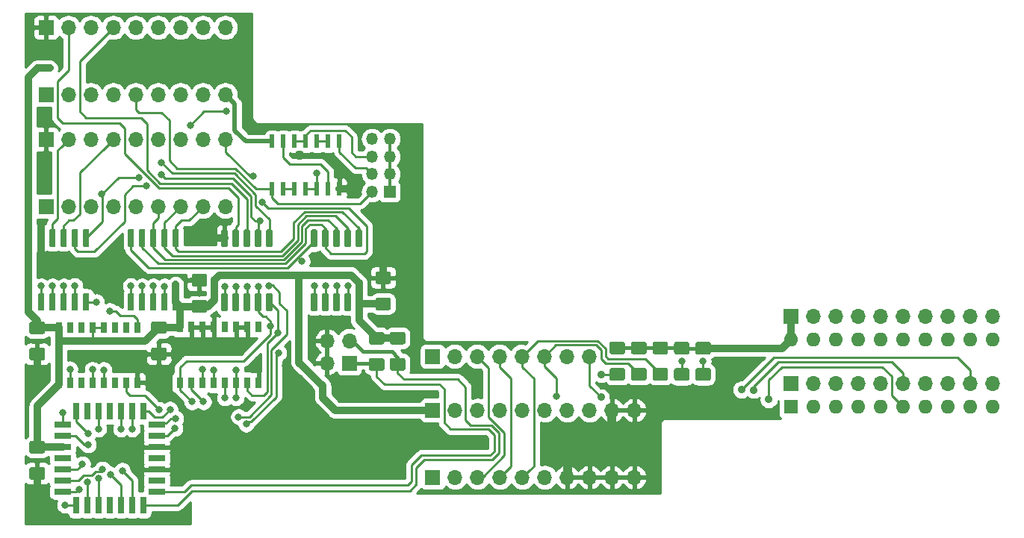
<source format=gtl>
G04 #@! TF.GenerationSoftware,KiCad,Pcbnew,(5.1.0)-1*
G04 #@! TF.CreationDate,2021-03-18T21:25:38+01:00*
G04 #@! TF.ProjectId,Atari simm expansion PLCC,41746172-6920-4736-996d-6d2065787061,rev?*
G04 #@! TF.SameCoordinates,Original*
G04 #@! TF.FileFunction,Copper,L1,Top*
G04 #@! TF.FilePolarity,Positive*
%FSLAX46Y46*%
G04 Gerber Fmt 4.6, Leading zero omitted, Abs format (unit mm)*
G04 Created by KiCad (PCBNEW (5.1.0)-1) date 2021-03-18 21:25:38*
%MOMM*%
%LPD*%
G04 APERTURE LIST*
%ADD10O,1.700000X1.700000*%
%ADD11R,1.700000X1.700000*%
%ADD12R,0.700000X1.925000*%
%ADD13R,1.925000X0.700000*%
%ADD14O,1.350000X1.350000*%
%ADD15R,1.350000X1.350000*%
%ADD16R,0.600000X1.500000*%
%ADD17C,0.100000*%
%ADD18C,1.425000*%
%ADD19O,1.600000X1.600000*%
%ADD20R,1.600000X1.600000*%
%ADD21R,0.800000X1.300000*%
%ADD22C,0.700000*%
%ADD23C,0.800000*%
%ADD24C,1.100000*%
%ADD25C,0.900000*%
%ADD26C,1.000000*%
%ADD27C,0.812800*%
%ADD28C,0.254000*%
%ADD29C,0.508000*%
%ADD30C,0.250000*%
%ADD31C,1.016000*%
%ADD32C,0.406400*%
%ADD33C,0.304800*%
G04 APERTURE END LIST*
D10*
X213280000Y-113434600D03*
X210740000Y-113434600D03*
X208200000Y-113434600D03*
X205660000Y-113434600D03*
X203120000Y-113434600D03*
X200580000Y-113434600D03*
X198040000Y-113434600D03*
X195500000Y-113434600D03*
X192960000Y-113434600D03*
D11*
X190420000Y-113434600D03*
D12*
X109397800Y-116546700D03*
X110667800Y-116546700D03*
X111937800Y-116546700D03*
X113207800Y-116546700D03*
X114477800Y-116546700D03*
X115747800Y-116546700D03*
X117017800Y-116546700D03*
D13*
X118530300Y-118059200D03*
X118530300Y-119329200D03*
X118530300Y-120599200D03*
X118530300Y-121869200D03*
X118530300Y-123139200D03*
X118530300Y-124409200D03*
X118530300Y-125679200D03*
D12*
X117017800Y-127191700D03*
X115747800Y-127191700D03*
X114477800Y-127191700D03*
X113207800Y-127191700D03*
X111937800Y-127191700D03*
X110667800Y-127191700D03*
X109397800Y-127191700D03*
D13*
X107885300Y-118059200D03*
X107885300Y-119329200D03*
X107885300Y-120599200D03*
X107885300Y-125679200D03*
X107885300Y-124409200D03*
X107885300Y-123139200D03*
X107885300Y-121869200D03*
D14*
X142927320Y-85633040D03*
X144927320Y-85633040D03*
X142927320Y-87633040D03*
X144927320Y-87633040D03*
X142927320Y-89633040D03*
X144927320Y-89633040D03*
X142927320Y-91633040D03*
D15*
X144927320Y-91633040D03*
D16*
X131622800Y-85910440D03*
X132892800Y-85910440D03*
X134162800Y-85910440D03*
X135432800Y-85910440D03*
X136702800Y-85910440D03*
X137972800Y-85910440D03*
X139242800Y-85910440D03*
X139242800Y-91310440D03*
X137972800Y-91310440D03*
X136702800Y-91310440D03*
X135432800Y-91310440D03*
X134162800Y-91310440D03*
X132892800Y-91310440D03*
X131622800Y-91310440D03*
D17*
G36*
X178703504Y-111647204D02*
G01*
X178727773Y-111650804D01*
X178751571Y-111656765D01*
X178774671Y-111665030D01*
X178796849Y-111675520D01*
X178817893Y-111688133D01*
X178837598Y-111702747D01*
X178855777Y-111719223D01*
X178872253Y-111737402D01*
X178886867Y-111757107D01*
X178899480Y-111778151D01*
X178909970Y-111800329D01*
X178918235Y-111823429D01*
X178924196Y-111847227D01*
X178927796Y-111871496D01*
X178929000Y-111896000D01*
X178929000Y-112821000D01*
X178927796Y-112845504D01*
X178924196Y-112869773D01*
X178918235Y-112893571D01*
X178909970Y-112916671D01*
X178899480Y-112938849D01*
X178886867Y-112959893D01*
X178872253Y-112979598D01*
X178855777Y-112997777D01*
X178837598Y-113014253D01*
X178817893Y-113028867D01*
X178796849Y-113041480D01*
X178774671Y-113051970D01*
X178751571Y-113060235D01*
X178727773Y-113066196D01*
X178703504Y-113069796D01*
X178679000Y-113071000D01*
X177429000Y-113071000D01*
X177404496Y-113069796D01*
X177380227Y-113066196D01*
X177356429Y-113060235D01*
X177333329Y-113051970D01*
X177311151Y-113041480D01*
X177290107Y-113028867D01*
X177270402Y-113014253D01*
X177252223Y-112997777D01*
X177235747Y-112979598D01*
X177221133Y-112959893D01*
X177208520Y-112938849D01*
X177198030Y-112916671D01*
X177189765Y-112893571D01*
X177183804Y-112869773D01*
X177180204Y-112845504D01*
X177179000Y-112821000D01*
X177179000Y-111896000D01*
X177180204Y-111871496D01*
X177183804Y-111847227D01*
X177189765Y-111823429D01*
X177198030Y-111800329D01*
X177208520Y-111778151D01*
X177221133Y-111757107D01*
X177235747Y-111737402D01*
X177252223Y-111719223D01*
X177270402Y-111702747D01*
X177290107Y-111688133D01*
X177311151Y-111675520D01*
X177333329Y-111665030D01*
X177356429Y-111656765D01*
X177380227Y-111650804D01*
X177404496Y-111647204D01*
X177429000Y-111646000D01*
X178679000Y-111646000D01*
X178703504Y-111647204D01*
X178703504Y-111647204D01*
G37*
D18*
X178054000Y-112358500D03*
D17*
G36*
X178703504Y-108672204D02*
G01*
X178727773Y-108675804D01*
X178751571Y-108681765D01*
X178774671Y-108690030D01*
X178796849Y-108700520D01*
X178817893Y-108713133D01*
X178837598Y-108727747D01*
X178855777Y-108744223D01*
X178872253Y-108762402D01*
X178886867Y-108782107D01*
X178899480Y-108803151D01*
X178909970Y-108825329D01*
X178918235Y-108848429D01*
X178924196Y-108872227D01*
X178927796Y-108896496D01*
X178929000Y-108921000D01*
X178929000Y-109846000D01*
X178927796Y-109870504D01*
X178924196Y-109894773D01*
X178918235Y-109918571D01*
X178909970Y-109941671D01*
X178899480Y-109963849D01*
X178886867Y-109984893D01*
X178872253Y-110004598D01*
X178855777Y-110022777D01*
X178837598Y-110039253D01*
X178817893Y-110053867D01*
X178796849Y-110066480D01*
X178774671Y-110076970D01*
X178751571Y-110085235D01*
X178727773Y-110091196D01*
X178703504Y-110094796D01*
X178679000Y-110096000D01*
X177429000Y-110096000D01*
X177404496Y-110094796D01*
X177380227Y-110091196D01*
X177356429Y-110085235D01*
X177333329Y-110076970D01*
X177311151Y-110066480D01*
X177290107Y-110053867D01*
X177270402Y-110039253D01*
X177252223Y-110022777D01*
X177235747Y-110004598D01*
X177221133Y-109984893D01*
X177208520Y-109963849D01*
X177198030Y-109941671D01*
X177189765Y-109918571D01*
X177183804Y-109894773D01*
X177180204Y-109870504D01*
X177179000Y-109846000D01*
X177179000Y-108921000D01*
X177180204Y-108896496D01*
X177183804Y-108872227D01*
X177189765Y-108848429D01*
X177198030Y-108825329D01*
X177208520Y-108803151D01*
X177221133Y-108782107D01*
X177235747Y-108762402D01*
X177252223Y-108744223D01*
X177270402Y-108727747D01*
X177290107Y-108713133D01*
X177311151Y-108700520D01*
X177333329Y-108690030D01*
X177356429Y-108681765D01*
X177380227Y-108675804D01*
X177404496Y-108672204D01*
X177429000Y-108671000D01*
X178679000Y-108671000D01*
X178703504Y-108672204D01*
X178703504Y-108672204D01*
G37*
D18*
X178054000Y-109383500D03*
D17*
G36*
X171388304Y-111621804D02*
G01*
X171412573Y-111625404D01*
X171436371Y-111631365D01*
X171459471Y-111639630D01*
X171481649Y-111650120D01*
X171502693Y-111662733D01*
X171522398Y-111677347D01*
X171540577Y-111693823D01*
X171557053Y-111712002D01*
X171571667Y-111731707D01*
X171584280Y-111752751D01*
X171594770Y-111774929D01*
X171603035Y-111798029D01*
X171608996Y-111821827D01*
X171612596Y-111846096D01*
X171613800Y-111870600D01*
X171613800Y-112795600D01*
X171612596Y-112820104D01*
X171608996Y-112844373D01*
X171603035Y-112868171D01*
X171594770Y-112891271D01*
X171584280Y-112913449D01*
X171571667Y-112934493D01*
X171557053Y-112954198D01*
X171540577Y-112972377D01*
X171522398Y-112988853D01*
X171502693Y-113003467D01*
X171481649Y-113016080D01*
X171459471Y-113026570D01*
X171436371Y-113034835D01*
X171412573Y-113040796D01*
X171388304Y-113044396D01*
X171363800Y-113045600D01*
X170113800Y-113045600D01*
X170089296Y-113044396D01*
X170065027Y-113040796D01*
X170041229Y-113034835D01*
X170018129Y-113026570D01*
X169995951Y-113016080D01*
X169974907Y-113003467D01*
X169955202Y-112988853D01*
X169937023Y-112972377D01*
X169920547Y-112954198D01*
X169905933Y-112934493D01*
X169893320Y-112913449D01*
X169882830Y-112891271D01*
X169874565Y-112868171D01*
X169868604Y-112844373D01*
X169865004Y-112820104D01*
X169863800Y-112795600D01*
X169863800Y-111870600D01*
X169865004Y-111846096D01*
X169868604Y-111821827D01*
X169874565Y-111798029D01*
X169882830Y-111774929D01*
X169893320Y-111752751D01*
X169905933Y-111731707D01*
X169920547Y-111712002D01*
X169937023Y-111693823D01*
X169955202Y-111677347D01*
X169974907Y-111662733D01*
X169995951Y-111650120D01*
X170018129Y-111639630D01*
X170041229Y-111631365D01*
X170065027Y-111625404D01*
X170089296Y-111621804D01*
X170113800Y-111620600D01*
X171363800Y-111620600D01*
X171388304Y-111621804D01*
X171388304Y-111621804D01*
G37*
D18*
X170738800Y-112333100D03*
D17*
G36*
X171388304Y-108646804D02*
G01*
X171412573Y-108650404D01*
X171436371Y-108656365D01*
X171459471Y-108664630D01*
X171481649Y-108675120D01*
X171502693Y-108687733D01*
X171522398Y-108702347D01*
X171540577Y-108718823D01*
X171557053Y-108737002D01*
X171571667Y-108756707D01*
X171584280Y-108777751D01*
X171594770Y-108799929D01*
X171603035Y-108823029D01*
X171608996Y-108846827D01*
X171612596Y-108871096D01*
X171613800Y-108895600D01*
X171613800Y-109820600D01*
X171612596Y-109845104D01*
X171608996Y-109869373D01*
X171603035Y-109893171D01*
X171594770Y-109916271D01*
X171584280Y-109938449D01*
X171571667Y-109959493D01*
X171557053Y-109979198D01*
X171540577Y-109997377D01*
X171522398Y-110013853D01*
X171502693Y-110028467D01*
X171481649Y-110041080D01*
X171459471Y-110051570D01*
X171436371Y-110059835D01*
X171412573Y-110065796D01*
X171388304Y-110069396D01*
X171363800Y-110070600D01*
X170113800Y-110070600D01*
X170089296Y-110069396D01*
X170065027Y-110065796D01*
X170041229Y-110059835D01*
X170018129Y-110051570D01*
X169995951Y-110041080D01*
X169974907Y-110028467D01*
X169955202Y-110013853D01*
X169937023Y-109997377D01*
X169920547Y-109979198D01*
X169905933Y-109959493D01*
X169893320Y-109938449D01*
X169882830Y-109916271D01*
X169874565Y-109893171D01*
X169868604Y-109869373D01*
X169865004Y-109845104D01*
X169863800Y-109820600D01*
X169863800Y-108895600D01*
X169865004Y-108871096D01*
X169868604Y-108846827D01*
X169874565Y-108823029D01*
X169882830Y-108799929D01*
X169893320Y-108777751D01*
X169905933Y-108756707D01*
X169920547Y-108737002D01*
X169937023Y-108718823D01*
X169955202Y-108702347D01*
X169974907Y-108687733D01*
X169995951Y-108675120D01*
X170018129Y-108664630D01*
X170041229Y-108656365D01*
X170065027Y-108650404D01*
X170089296Y-108646804D01*
X170113800Y-108645600D01*
X171363800Y-108645600D01*
X171388304Y-108646804D01*
X171388304Y-108646804D01*
G37*
D18*
X170738800Y-109358100D03*
D10*
X167563800Y-110312200D03*
X165023800Y-110312200D03*
X162483800Y-110312200D03*
X159943800Y-110312200D03*
X157403800Y-110312200D03*
X154863800Y-110312200D03*
X152323800Y-110312200D03*
D11*
X149783800Y-110312200D03*
D17*
G36*
X146496304Y-110504204D02*
G01*
X146520573Y-110507804D01*
X146544371Y-110513765D01*
X146567471Y-110522030D01*
X146589649Y-110532520D01*
X146610693Y-110545133D01*
X146630398Y-110559747D01*
X146648577Y-110576223D01*
X146665053Y-110594402D01*
X146679667Y-110614107D01*
X146692280Y-110635151D01*
X146702770Y-110657329D01*
X146711035Y-110680429D01*
X146716996Y-110704227D01*
X146720596Y-110728496D01*
X146721800Y-110753000D01*
X146721800Y-111678000D01*
X146720596Y-111702504D01*
X146716996Y-111726773D01*
X146711035Y-111750571D01*
X146702770Y-111773671D01*
X146692280Y-111795849D01*
X146679667Y-111816893D01*
X146665053Y-111836598D01*
X146648577Y-111854777D01*
X146630398Y-111871253D01*
X146610693Y-111885867D01*
X146589649Y-111898480D01*
X146567471Y-111908970D01*
X146544371Y-111917235D01*
X146520573Y-111923196D01*
X146496304Y-111926796D01*
X146471800Y-111928000D01*
X145221800Y-111928000D01*
X145197296Y-111926796D01*
X145173027Y-111923196D01*
X145149229Y-111917235D01*
X145126129Y-111908970D01*
X145103951Y-111898480D01*
X145082907Y-111885867D01*
X145063202Y-111871253D01*
X145045023Y-111854777D01*
X145028547Y-111836598D01*
X145013933Y-111816893D01*
X145001320Y-111795849D01*
X144990830Y-111773671D01*
X144982565Y-111750571D01*
X144976604Y-111726773D01*
X144973004Y-111702504D01*
X144971800Y-111678000D01*
X144971800Y-110753000D01*
X144973004Y-110728496D01*
X144976604Y-110704227D01*
X144982565Y-110680429D01*
X144990830Y-110657329D01*
X145001320Y-110635151D01*
X145013933Y-110614107D01*
X145028547Y-110594402D01*
X145045023Y-110576223D01*
X145063202Y-110559747D01*
X145082907Y-110545133D01*
X145103951Y-110532520D01*
X145126129Y-110522030D01*
X145149229Y-110513765D01*
X145173027Y-110507804D01*
X145197296Y-110504204D01*
X145221800Y-110503000D01*
X146471800Y-110503000D01*
X146496304Y-110504204D01*
X146496304Y-110504204D01*
G37*
D18*
X145846800Y-111215500D03*
D17*
G36*
X146496304Y-107529204D02*
G01*
X146520573Y-107532804D01*
X146544371Y-107538765D01*
X146567471Y-107547030D01*
X146589649Y-107557520D01*
X146610693Y-107570133D01*
X146630398Y-107584747D01*
X146648577Y-107601223D01*
X146665053Y-107619402D01*
X146679667Y-107639107D01*
X146692280Y-107660151D01*
X146702770Y-107682329D01*
X146711035Y-107705429D01*
X146716996Y-107729227D01*
X146720596Y-107753496D01*
X146721800Y-107778000D01*
X146721800Y-108703000D01*
X146720596Y-108727504D01*
X146716996Y-108751773D01*
X146711035Y-108775571D01*
X146702770Y-108798671D01*
X146692280Y-108820849D01*
X146679667Y-108841893D01*
X146665053Y-108861598D01*
X146648577Y-108879777D01*
X146630398Y-108896253D01*
X146610693Y-108910867D01*
X146589649Y-108923480D01*
X146567471Y-108933970D01*
X146544371Y-108942235D01*
X146520573Y-108948196D01*
X146496304Y-108951796D01*
X146471800Y-108953000D01*
X145221800Y-108953000D01*
X145197296Y-108951796D01*
X145173027Y-108948196D01*
X145149229Y-108942235D01*
X145126129Y-108933970D01*
X145103951Y-108923480D01*
X145082907Y-108910867D01*
X145063202Y-108896253D01*
X145045023Y-108879777D01*
X145028547Y-108861598D01*
X145013933Y-108841893D01*
X145001320Y-108820849D01*
X144990830Y-108798671D01*
X144982565Y-108775571D01*
X144976604Y-108751773D01*
X144973004Y-108727504D01*
X144971800Y-108703000D01*
X144971800Y-107778000D01*
X144973004Y-107753496D01*
X144976604Y-107729227D01*
X144982565Y-107705429D01*
X144990830Y-107682329D01*
X145001320Y-107660151D01*
X145013933Y-107639107D01*
X145028547Y-107619402D01*
X145045023Y-107601223D01*
X145063202Y-107584747D01*
X145082907Y-107570133D01*
X145103951Y-107557520D01*
X145126129Y-107547030D01*
X145149229Y-107538765D01*
X145173027Y-107532804D01*
X145197296Y-107529204D01*
X145221800Y-107528000D01*
X146471800Y-107528000D01*
X146496304Y-107529204D01*
X146496304Y-107529204D01*
G37*
D18*
X145846800Y-108240500D03*
D17*
G36*
X144108704Y-110504204D02*
G01*
X144132973Y-110507804D01*
X144156771Y-110513765D01*
X144179871Y-110522030D01*
X144202049Y-110532520D01*
X144223093Y-110545133D01*
X144242798Y-110559747D01*
X144260977Y-110576223D01*
X144277453Y-110594402D01*
X144292067Y-110614107D01*
X144304680Y-110635151D01*
X144315170Y-110657329D01*
X144323435Y-110680429D01*
X144329396Y-110704227D01*
X144332996Y-110728496D01*
X144334200Y-110753000D01*
X144334200Y-111678000D01*
X144332996Y-111702504D01*
X144329396Y-111726773D01*
X144323435Y-111750571D01*
X144315170Y-111773671D01*
X144304680Y-111795849D01*
X144292067Y-111816893D01*
X144277453Y-111836598D01*
X144260977Y-111854777D01*
X144242798Y-111871253D01*
X144223093Y-111885867D01*
X144202049Y-111898480D01*
X144179871Y-111908970D01*
X144156771Y-111917235D01*
X144132973Y-111923196D01*
X144108704Y-111926796D01*
X144084200Y-111928000D01*
X142834200Y-111928000D01*
X142809696Y-111926796D01*
X142785427Y-111923196D01*
X142761629Y-111917235D01*
X142738529Y-111908970D01*
X142716351Y-111898480D01*
X142695307Y-111885867D01*
X142675602Y-111871253D01*
X142657423Y-111854777D01*
X142640947Y-111836598D01*
X142626333Y-111816893D01*
X142613720Y-111795849D01*
X142603230Y-111773671D01*
X142594965Y-111750571D01*
X142589004Y-111726773D01*
X142585404Y-111702504D01*
X142584200Y-111678000D01*
X142584200Y-110753000D01*
X142585404Y-110728496D01*
X142589004Y-110704227D01*
X142594965Y-110680429D01*
X142603230Y-110657329D01*
X142613720Y-110635151D01*
X142626333Y-110614107D01*
X142640947Y-110594402D01*
X142657423Y-110576223D01*
X142675602Y-110559747D01*
X142695307Y-110545133D01*
X142716351Y-110532520D01*
X142738529Y-110522030D01*
X142761629Y-110513765D01*
X142785427Y-110507804D01*
X142809696Y-110504204D01*
X142834200Y-110503000D01*
X144084200Y-110503000D01*
X144108704Y-110504204D01*
X144108704Y-110504204D01*
G37*
D18*
X143459200Y-111215500D03*
D17*
G36*
X144108704Y-107529204D02*
G01*
X144132973Y-107532804D01*
X144156771Y-107538765D01*
X144179871Y-107547030D01*
X144202049Y-107557520D01*
X144223093Y-107570133D01*
X144242798Y-107584747D01*
X144260977Y-107601223D01*
X144277453Y-107619402D01*
X144292067Y-107639107D01*
X144304680Y-107660151D01*
X144315170Y-107682329D01*
X144323435Y-107705429D01*
X144329396Y-107729227D01*
X144332996Y-107753496D01*
X144334200Y-107778000D01*
X144334200Y-108703000D01*
X144332996Y-108727504D01*
X144329396Y-108751773D01*
X144323435Y-108775571D01*
X144315170Y-108798671D01*
X144304680Y-108820849D01*
X144292067Y-108841893D01*
X144277453Y-108861598D01*
X144260977Y-108879777D01*
X144242798Y-108896253D01*
X144223093Y-108910867D01*
X144202049Y-108923480D01*
X144179871Y-108933970D01*
X144156771Y-108942235D01*
X144132973Y-108948196D01*
X144108704Y-108951796D01*
X144084200Y-108953000D01*
X142834200Y-108953000D01*
X142809696Y-108951796D01*
X142785427Y-108948196D01*
X142761629Y-108942235D01*
X142738529Y-108933970D01*
X142716351Y-108923480D01*
X142695307Y-108910867D01*
X142675602Y-108896253D01*
X142657423Y-108879777D01*
X142640947Y-108861598D01*
X142626333Y-108841893D01*
X142613720Y-108820849D01*
X142603230Y-108798671D01*
X142594965Y-108775571D01*
X142589004Y-108751773D01*
X142585404Y-108727504D01*
X142584200Y-108703000D01*
X142584200Y-107778000D01*
X142585404Y-107753496D01*
X142589004Y-107729227D01*
X142594965Y-107705429D01*
X142603230Y-107682329D01*
X142613720Y-107660151D01*
X142626333Y-107639107D01*
X142640947Y-107619402D01*
X142657423Y-107601223D01*
X142675602Y-107584747D01*
X142695307Y-107570133D01*
X142716351Y-107557520D01*
X142738529Y-107547030D01*
X142761629Y-107538765D01*
X142785427Y-107532804D01*
X142809696Y-107529204D01*
X142834200Y-107528000D01*
X144084200Y-107528000D01*
X144108704Y-107529204D01*
X144108704Y-107529204D01*
G37*
D18*
X143459200Y-108240500D03*
D17*
G36*
X173826704Y-111621804D02*
G01*
X173850973Y-111625404D01*
X173874771Y-111631365D01*
X173897871Y-111639630D01*
X173920049Y-111650120D01*
X173941093Y-111662733D01*
X173960798Y-111677347D01*
X173978977Y-111693823D01*
X173995453Y-111712002D01*
X174010067Y-111731707D01*
X174022680Y-111752751D01*
X174033170Y-111774929D01*
X174041435Y-111798029D01*
X174047396Y-111821827D01*
X174050996Y-111846096D01*
X174052200Y-111870600D01*
X174052200Y-112795600D01*
X174050996Y-112820104D01*
X174047396Y-112844373D01*
X174041435Y-112868171D01*
X174033170Y-112891271D01*
X174022680Y-112913449D01*
X174010067Y-112934493D01*
X173995453Y-112954198D01*
X173978977Y-112972377D01*
X173960798Y-112988853D01*
X173941093Y-113003467D01*
X173920049Y-113016080D01*
X173897871Y-113026570D01*
X173874771Y-113034835D01*
X173850973Y-113040796D01*
X173826704Y-113044396D01*
X173802200Y-113045600D01*
X172552200Y-113045600D01*
X172527696Y-113044396D01*
X172503427Y-113040796D01*
X172479629Y-113034835D01*
X172456529Y-113026570D01*
X172434351Y-113016080D01*
X172413307Y-113003467D01*
X172393602Y-112988853D01*
X172375423Y-112972377D01*
X172358947Y-112954198D01*
X172344333Y-112934493D01*
X172331720Y-112913449D01*
X172321230Y-112891271D01*
X172312965Y-112868171D01*
X172307004Y-112844373D01*
X172303404Y-112820104D01*
X172302200Y-112795600D01*
X172302200Y-111870600D01*
X172303404Y-111846096D01*
X172307004Y-111821827D01*
X172312965Y-111798029D01*
X172321230Y-111774929D01*
X172331720Y-111752751D01*
X172344333Y-111731707D01*
X172358947Y-111712002D01*
X172375423Y-111693823D01*
X172393602Y-111677347D01*
X172413307Y-111662733D01*
X172434351Y-111650120D01*
X172456529Y-111639630D01*
X172479629Y-111631365D01*
X172503427Y-111625404D01*
X172527696Y-111621804D01*
X172552200Y-111620600D01*
X173802200Y-111620600D01*
X173826704Y-111621804D01*
X173826704Y-111621804D01*
G37*
D18*
X173177200Y-112333100D03*
D17*
G36*
X173826704Y-108646804D02*
G01*
X173850973Y-108650404D01*
X173874771Y-108656365D01*
X173897871Y-108664630D01*
X173920049Y-108675120D01*
X173941093Y-108687733D01*
X173960798Y-108702347D01*
X173978977Y-108718823D01*
X173995453Y-108737002D01*
X174010067Y-108756707D01*
X174022680Y-108777751D01*
X174033170Y-108799929D01*
X174041435Y-108823029D01*
X174047396Y-108846827D01*
X174050996Y-108871096D01*
X174052200Y-108895600D01*
X174052200Y-109820600D01*
X174050996Y-109845104D01*
X174047396Y-109869373D01*
X174041435Y-109893171D01*
X174033170Y-109916271D01*
X174022680Y-109938449D01*
X174010067Y-109959493D01*
X173995453Y-109979198D01*
X173978977Y-109997377D01*
X173960798Y-110013853D01*
X173941093Y-110028467D01*
X173920049Y-110041080D01*
X173897871Y-110051570D01*
X173874771Y-110059835D01*
X173850973Y-110065796D01*
X173826704Y-110069396D01*
X173802200Y-110070600D01*
X172552200Y-110070600D01*
X172527696Y-110069396D01*
X172503427Y-110065796D01*
X172479629Y-110059835D01*
X172456529Y-110051570D01*
X172434351Y-110041080D01*
X172413307Y-110028467D01*
X172393602Y-110013853D01*
X172375423Y-109997377D01*
X172358947Y-109979198D01*
X172344333Y-109959493D01*
X172331720Y-109938449D01*
X172321230Y-109916271D01*
X172312965Y-109893171D01*
X172307004Y-109869373D01*
X172303404Y-109845104D01*
X172302200Y-109820600D01*
X172302200Y-108895600D01*
X172303404Y-108871096D01*
X172307004Y-108846827D01*
X172312965Y-108823029D01*
X172321230Y-108799929D01*
X172331720Y-108777751D01*
X172344333Y-108756707D01*
X172358947Y-108737002D01*
X172375423Y-108718823D01*
X172393602Y-108702347D01*
X172413307Y-108687733D01*
X172434351Y-108675120D01*
X172456529Y-108664630D01*
X172479629Y-108656365D01*
X172503427Y-108650404D01*
X172527696Y-108646804D01*
X172552200Y-108645600D01*
X173802200Y-108645600D01*
X173826704Y-108646804D01*
X173826704Y-108646804D01*
G37*
D18*
X173177200Y-109358100D03*
D17*
G36*
X176265104Y-111621804D02*
G01*
X176289373Y-111625404D01*
X176313171Y-111631365D01*
X176336271Y-111639630D01*
X176358449Y-111650120D01*
X176379493Y-111662733D01*
X176399198Y-111677347D01*
X176417377Y-111693823D01*
X176433853Y-111712002D01*
X176448467Y-111731707D01*
X176461080Y-111752751D01*
X176471570Y-111774929D01*
X176479835Y-111798029D01*
X176485796Y-111821827D01*
X176489396Y-111846096D01*
X176490600Y-111870600D01*
X176490600Y-112795600D01*
X176489396Y-112820104D01*
X176485796Y-112844373D01*
X176479835Y-112868171D01*
X176471570Y-112891271D01*
X176461080Y-112913449D01*
X176448467Y-112934493D01*
X176433853Y-112954198D01*
X176417377Y-112972377D01*
X176399198Y-112988853D01*
X176379493Y-113003467D01*
X176358449Y-113016080D01*
X176336271Y-113026570D01*
X176313171Y-113034835D01*
X176289373Y-113040796D01*
X176265104Y-113044396D01*
X176240600Y-113045600D01*
X174990600Y-113045600D01*
X174966096Y-113044396D01*
X174941827Y-113040796D01*
X174918029Y-113034835D01*
X174894929Y-113026570D01*
X174872751Y-113016080D01*
X174851707Y-113003467D01*
X174832002Y-112988853D01*
X174813823Y-112972377D01*
X174797347Y-112954198D01*
X174782733Y-112934493D01*
X174770120Y-112913449D01*
X174759630Y-112891271D01*
X174751365Y-112868171D01*
X174745404Y-112844373D01*
X174741804Y-112820104D01*
X174740600Y-112795600D01*
X174740600Y-111870600D01*
X174741804Y-111846096D01*
X174745404Y-111821827D01*
X174751365Y-111798029D01*
X174759630Y-111774929D01*
X174770120Y-111752751D01*
X174782733Y-111731707D01*
X174797347Y-111712002D01*
X174813823Y-111693823D01*
X174832002Y-111677347D01*
X174851707Y-111662733D01*
X174872751Y-111650120D01*
X174894929Y-111639630D01*
X174918029Y-111631365D01*
X174941827Y-111625404D01*
X174966096Y-111621804D01*
X174990600Y-111620600D01*
X176240600Y-111620600D01*
X176265104Y-111621804D01*
X176265104Y-111621804D01*
G37*
D18*
X175615600Y-112333100D03*
D17*
G36*
X176265104Y-108646804D02*
G01*
X176289373Y-108650404D01*
X176313171Y-108656365D01*
X176336271Y-108664630D01*
X176358449Y-108675120D01*
X176379493Y-108687733D01*
X176399198Y-108702347D01*
X176417377Y-108718823D01*
X176433853Y-108737002D01*
X176448467Y-108756707D01*
X176461080Y-108777751D01*
X176471570Y-108799929D01*
X176479835Y-108823029D01*
X176485796Y-108846827D01*
X176489396Y-108871096D01*
X176490600Y-108895600D01*
X176490600Y-109820600D01*
X176489396Y-109845104D01*
X176485796Y-109869373D01*
X176479835Y-109893171D01*
X176471570Y-109916271D01*
X176461080Y-109938449D01*
X176448467Y-109959493D01*
X176433853Y-109979198D01*
X176417377Y-109997377D01*
X176399198Y-110013853D01*
X176379493Y-110028467D01*
X176358449Y-110041080D01*
X176336271Y-110051570D01*
X176313171Y-110059835D01*
X176289373Y-110065796D01*
X176265104Y-110069396D01*
X176240600Y-110070600D01*
X174990600Y-110070600D01*
X174966096Y-110069396D01*
X174941827Y-110065796D01*
X174918029Y-110059835D01*
X174894929Y-110051570D01*
X174872751Y-110041080D01*
X174851707Y-110028467D01*
X174832002Y-110013853D01*
X174813823Y-109997377D01*
X174797347Y-109979198D01*
X174782733Y-109959493D01*
X174770120Y-109938449D01*
X174759630Y-109916271D01*
X174751365Y-109893171D01*
X174745404Y-109869373D01*
X174741804Y-109845104D01*
X174740600Y-109820600D01*
X174740600Y-108895600D01*
X174741804Y-108871096D01*
X174745404Y-108846827D01*
X174751365Y-108823029D01*
X174759630Y-108799929D01*
X174770120Y-108777751D01*
X174782733Y-108756707D01*
X174797347Y-108737002D01*
X174813823Y-108718823D01*
X174832002Y-108702347D01*
X174851707Y-108687733D01*
X174872751Y-108675120D01*
X174894929Y-108664630D01*
X174918029Y-108656365D01*
X174941827Y-108650404D01*
X174966096Y-108646804D01*
X174990600Y-108645600D01*
X176240600Y-108645600D01*
X176265104Y-108646804D01*
X176265104Y-108646804D01*
G37*
D18*
X175615600Y-109358100D03*
D17*
G36*
X181116504Y-111647204D02*
G01*
X181140773Y-111650804D01*
X181164571Y-111656765D01*
X181187671Y-111665030D01*
X181209849Y-111675520D01*
X181230893Y-111688133D01*
X181250598Y-111702747D01*
X181268777Y-111719223D01*
X181285253Y-111737402D01*
X181299867Y-111757107D01*
X181312480Y-111778151D01*
X181322970Y-111800329D01*
X181331235Y-111823429D01*
X181337196Y-111847227D01*
X181340796Y-111871496D01*
X181342000Y-111896000D01*
X181342000Y-112821000D01*
X181340796Y-112845504D01*
X181337196Y-112869773D01*
X181331235Y-112893571D01*
X181322970Y-112916671D01*
X181312480Y-112938849D01*
X181299867Y-112959893D01*
X181285253Y-112979598D01*
X181268777Y-112997777D01*
X181250598Y-113014253D01*
X181230893Y-113028867D01*
X181209849Y-113041480D01*
X181187671Y-113051970D01*
X181164571Y-113060235D01*
X181140773Y-113066196D01*
X181116504Y-113069796D01*
X181092000Y-113071000D01*
X179842000Y-113071000D01*
X179817496Y-113069796D01*
X179793227Y-113066196D01*
X179769429Y-113060235D01*
X179746329Y-113051970D01*
X179724151Y-113041480D01*
X179703107Y-113028867D01*
X179683402Y-113014253D01*
X179665223Y-112997777D01*
X179648747Y-112979598D01*
X179634133Y-112959893D01*
X179621520Y-112938849D01*
X179611030Y-112916671D01*
X179602765Y-112893571D01*
X179596804Y-112869773D01*
X179593204Y-112845504D01*
X179592000Y-112821000D01*
X179592000Y-111896000D01*
X179593204Y-111871496D01*
X179596804Y-111847227D01*
X179602765Y-111823429D01*
X179611030Y-111800329D01*
X179621520Y-111778151D01*
X179634133Y-111757107D01*
X179648747Y-111737402D01*
X179665223Y-111719223D01*
X179683402Y-111702747D01*
X179703107Y-111688133D01*
X179724151Y-111675520D01*
X179746329Y-111665030D01*
X179769429Y-111656765D01*
X179793227Y-111650804D01*
X179817496Y-111647204D01*
X179842000Y-111646000D01*
X181092000Y-111646000D01*
X181116504Y-111647204D01*
X181116504Y-111647204D01*
G37*
D18*
X180467000Y-112358500D03*
D17*
G36*
X181116504Y-108672204D02*
G01*
X181140773Y-108675804D01*
X181164571Y-108681765D01*
X181187671Y-108690030D01*
X181209849Y-108700520D01*
X181230893Y-108713133D01*
X181250598Y-108727747D01*
X181268777Y-108744223D01*
X181285253Y-108762402D01*
X181299867Y-108782107D01*
X181312480Y-108803151D01*
X181322970Y-108825329D01*
X181331235Y-108848429D01*
X181337196Y-108872227D01*
X181340796Y-108896496D01*
X181342000Y-108921000D01*
X181342000Y-109846000D01*
X181340796Y-109870504D01*
X181337196Y-109894773D01*
X181331235Y-109918571D01*
X181322970Y-109941671D01*
X181312480Y-109963849D01*
X181299867Y-109984893D01*
X181285253Y-110004598D01*
X181268777Y-110022777D01*
X181250598Y-110039253D01*
X181230893Y-110053867D01*
X181209849Y-110066480D01*
X181187671Y-110076970D01*
X181164571Y-110085235D01*
X181140773Y-110091196D01*
X181116504Y-110094796D01*
X181092000Y-110096000D01*
X179842000Y-110096000D01*
X179817496Y-110094796D01*
X179793227Y-110091196D01*
X179769429Y-110085235D01*
X179746329Y-110076970D01*
X179724151Y-110066480D01*
X179703107Y-110053867D01*
X179683402Y-110039253D01*
X179665223Y-110022777D01*
X179648747Y-110004598D01*
X179634133Y-109984893D01*
X179621520Y-109963849D01*
X179611030Y-109941671D01*
X179602765Y-109918571D01*
X179596804Y-109894773D01*
X179593204Y-109870504D01*
X179592000Y-109846000D01*
X179592000Y-108921000D01*
X179593204Y-108896496D01*
X179596804Y-108872227D01*
X179602765Y-108848429D01*
X179611030Y-108825329D01*
X179621520Y-108803151D01*
X179634133Y-108782107D01*
X179648747Y-108762402D01*
X179665223Y-108744223D01*
X179683402Y-108727747D01*
X179703107Y-108713133D01*
X179724151Y-108700520D01*
X179746329Y-108690030D01*
X179769429Y-108681765D01*
X179793227Y-108675804D01*
X179817496Y-108672204D01*
X179842000Y-108671000D01*
X181092000Y-108671000D01*
X181116504Y-108672204D01*
X181116504Y-108672204D01*
G37*
D18*
X180467000Y-109383500D03*
D10*
X137820400Y-108534200D03*
X140360400Y-108534200D03*
X137820400Y-111074200D03*
D11*
X140360400Y-111074200D03*
D17*
G36*
X144845304Y-100671204D02*
G01*
X144869573Y-100674804D01*
X144893371Y-100680765D01*
X144916471Y-100689030D01*
X144938649Y-100699520D01*
X144959693Y-100712133D01*
X144979398Y-100726747D01*
X144997577Y-100743223D01*
X145014053Y-100761402D01*
X145028667Y-100781107D01*
X145041280Y-100802151D01*
X145051770Y-100824329D01*
X145060035Y-100847429D01*
X145065996Y-100871227D01*
X145069596Y-100895496D01*
X145070800Y-100920000D01*
X145070800Y-101845000D01*
X145069596Y-101869504D01*
X145065996Y-101893773D01*
X145060035Y-101917571D01*
X145051770Y-101940671D01*
X145041280Y-101962849D01*
X145028667Y-101983893D01*
X145014053Y-102003598D01*
X144997577Y-102021777D01*
X144979398Y-102038253D01*
X144959693Y-102052867D01*
X144938649Y-102065480D01*
X144916471Y-102075970D01*
X144893371Y-102084235D01*
X144869573Y-102090196D01*
X144845304Y-102093796D01*
X144820800Y-102095000D01*
X143570800Y-102095000D01*
X143546296Y-102093796D01*
X143522027Y-102090196D01*
X143498229Y-102084235D01*
X143475129Y-102075970D01*
X143452951Y-102065480D01*
X143431907Y-102052867D01*
X143412202Y-102038253D01*
X143394023Y-102021777D01*
X143377547Y-102003598D01*
X143362933Y-101983893D01*
X143350320Y-101962849D01*
X143339830Y-101940671D01*
X143331565Y-101917571D01*
X143325604Y-101893773D01*
X143322004Y-101869504D01*
X143320800Y-101845000D01*
X143320800Y-100920000D01*
X143322004Y-100895496D01*
X143325604Y-100871227D01*
X143331565Y-100847429D01*
X143339830Y-100824329D01*
X143350320Y-100802151D01*
X143362933Y-100781107D01*
X143377547Y-100761402D01*
X143394023Y-100743223D01*
X143412202Y-100726747D01*
X143431907Y-100712133D01*
X143452951Y-100699520D01*
X143475129Y-100689030D01*
X143498229Y-100680765D01*
X143522027Y-100674804D01*
X143546296Y-100671204D01*
X143570800Y-100670000D01*
X144820800Y-100670000D01*
X144845304Y-100671204D01*
X144845304Y-100671204D01*
G37*
D18*
X144195800Y-101382500D03*
D17*
G36*
X144845304Y-103646204D02*
G01*
X144869573Y-103649804D01*
X144893371Y-103655765D01*
X144916471Y-103664030D01*
X144938649Y-103674520D01*
X144959693Y-103687133D01*
X144979398Y-103701747D01*
X144997577Y-103718223D01*
X145014053Y-103736402D01*
X145028667Y-103756107D01*
X145041280Y-103777151D01*
X145051770Y-103799329D01*
X145060035Y-103822429D01*
X145065996Y-103846227D01*
X145069596Y-103870496D01*
X145070800Y-103895000D01*
X145070800Y-104820000D01*
X145069596Y-104844504D01*
X145065996Y-104868773D01*
X145060035Y-104892571D01*
X145051770Y-104915671D01*
X145041280Y-104937849D01*
X145028667Y-104958893D01*
X145014053Y-104978598D01*
X144997577Y-104996777D01*
X144979398Y-105013253D01*
X144959693Y-105027867D01*
X144938649Y-105040480D01*
X144916471Y-105050970D01*
X144893371Y-105059235D01*
X144869573Y-105065196D01*
X144845304Y-105068796D01*
X144820800Y-105070000D01*
X143570800Y-105070000D01*
X143546296Y-105068796D01*
X143522027Y-105065196D01*
X143498229Y-105059235D01*
X143475129Y-105050970D01*
X143452951Y-105040480D01*
X143431907Y-105027867D01*
X143412202Y-105013253D01*
X143394023Y-104996777D01*
X143377547Y-104978598D01*
X143362933Y-104958893D01*
X143350320Y-104937849D01*
X143339830Y-104915671D01*
X143331565Y-104892571D01*
X143325604Y-104868773D01*
X143322004Y-104844504D01*
X143320800Y-104820000D01*
X143320800Y-103895000D01*
X143322004Y-103870496D01*
X143325604Y-103846227D01*
X143331565Y-103822429D01*
X143339830Y-103799329D01*
X143350320Y-103777151D01*
X143362933Y-103756107D01*
X143377547Y-103736402D01*
X143394023Y-103718223D01*
X143412202Y-103701747D01*
X143431907Y-103687133D01*
X143452951Y-103674520D01*
X143475129Y-103664030D01*
X143498229Y-103655765D01*
X143522027Y-103649804D01*
X143546296Y-103646204D01*
X143570800Y-103645000D01*
X144820800Y-103645000D01*
X144845304Y-103646204D01*
X144845304Y-103646204D01*
G37*
D18*
X144195800Y-104357500D03*
D17*
G36*
X105627704Y-122874004D02*
G01*
X105651973Y-122877604D01*
X105675771Y-122883565D01*
X105698871Y-122891830D01*
X105721049Y-122902320D01*
X105742093Y-122914933D01*
X105761798Y-122929547D01*
X105779977Y-122946023D01*
X105796453Y-122964202D01*
X105811067Y-122983907D01*
X105823680Y-123004951D01*
X105834170Y-123027129D01*
X105842435Y-123050229D01*
X105848396Y-123074027D01*
X105851996Y-123098296D01*
X105853200Y-123122800D01*
X105853200Y-124047800D01*
X105851996Y-124072304D01*
X105848396Y-124096573D01*
X105842435Y-124120371D01*
X105834170Y-124143471D01*
X105823680Y-124165649D01*
X105811067Y-124186693D01*
X105796453Y-124206398D01*
X105779977Y-124224577D01*
X105761798Y-124241053D01*
X105742093Y-124255667D01*
X105721049Y-124268280D01*
X105698871Y-124278770D01*
X105675771Y-124287035D01*
X105651973Y-124292996D01*
X105627704Y-124296596D01*
X105603200Y-124297800D01*
X104353200Y-124297800D01*
X104328696Y-124296596D01*
X104304427Y-124292996D01*
X104280629Y-124287035D01*
X104257529Y-124278770D01*
X104235351Y-124268280D01*
X104214307Y-124255667D01*
X104194602Y-124241053D01*
X104176423Y-124224577D01*
X104159947Y-124206398D01*
X104145333Y-124186693D01*
X104132720Y-124165649D01*
X104122230Y-124143471D01*
X104113965Y-124120371D01*
X104108004Y-124096573D01*
X104104404Y-124072304D01*
X104103200Y-124047800D01*
X104103200Y-123122800D01*
X104104404Y-123098296D01*
X104108004Y-123074027D01*
X104113965Y-123050229D01*
X104122230Y-123027129D01*
X104132720Y-123004951D01*
X104145333Y-122983907D01*
X104159947Y-122964202D01*
X104176423Y-122946023D01*
X104194602Y-122929547D01*
X104214307Y-122914933D01*
X104235351Y-122902320D01*
X104257529Y-122891830D01*
X104280629Y-122883565D01*
X104304427Y-122877604D01*
X104328696Y-122874004D01*
X104353200Y-122872800D01*
X105603200Y-122872800D01*
X105627704Y-122874004D01*
X105627704Y-122874004D01*
G37*
D18*
X104978200Y-123585300D03*
D17*
G36*
X105627704Y-119899004D02*
G01*
X105651973Y-119902604D01*
X105675771Y-119908565D01*
X105698871Y-119916830D01*
X105721049Y-119927320D01*
X105742093Y-119939933D01*
X105761798Y-119954547D01*
X105779977Y-119971023D01*
X105796453Y-119989202D01*
X105811067Y-120008907D01*
X105823680Y-120029951D01*
X105834170Y-120052129D01*
X105842435Y-120075229D01*
X105848396Y-120099027D01*
X105851996Y-120123296D01*
X105853200Y-120147800D01*
X105853200Y-121072800D01*
X105851996Y-121097304D01*
X105848396Y-121121573D01*
X105842435Y-121145371D01*
X105834170Y-121168471D01*
X105823680Y-121190649D01*
X105811067Y-121211693D01*
X105796453Y-121231398D01*
X105779977Y-121249577D01*
X105761798Y-121266053D01*
X105742093Y-121280667D01*
X105721049Y-121293280D01*
X105698871Y-121303770D01*
X105675771Y-121312035D01*
X105651973Y-121317996D01*
X105627704Y-121321596D01*
X105603200Y-121322800D01*
X104353200Y-121322800D01*
X104328696Y-121321596D01*
X104304427Y-121317996D01*
X104280629Y-121312035D01*
X104257529Y-121303770D01*
X104235351Y-121293280D01*
X104214307Y-121280667D01*
X104194602Y-121266053D01*
X104176423Y-121249577D01*
X104159947Y-121231398D01*
X104145333Y-121211693D01*
X104132720Y-121190649D01*
X104122230Y-121168471D01*
X104113965Y-121145371D01*
X104108004Y-121121573D01*
X104104404Y-121097304D01*
X104103200Y-121072800D01*
X104103200Y-120147800D01*
X104104404Y-120123296D01*
X104108004Y-120099027D01*
X104113965Y-120075229D01*
X104122230Y-120052129D01*
X104132720Y-120029951D01*
X104145333Y-120008907D01*
X104159947Y-119989202D01*
X104176423Y-119971023D01*
X104194602Y-119954547D01*
X104214307Y-119939933D01*
X104235351Y-119927320D01*
X104257529Y-119916830D01*
X104280629Y-119908565D01*
X104304427Y-119902604D01*
X104328696Y-119899004D01*
X104353200Y-119897800D01*
X105603200Y-119897800D01*
X105627704Y-119899004D01*
X105627704Y-119899004D01*
G37*
D18*
X104978200Y-120610300D03*
D17*
G36*
X105627704Y-109335804D02*
G01*
X105651973Y-109339404D01*
X105675771Y-109345365D01*
X105698871Y-109353630D01*
X105721049Y-109364120D01*
X105742093Y-109376733D01*
X105761798Y-109391347D01*
X105779977Y-109407823D01*
X105796453Y-109426002D01*
X105811067Y-109445707D01*
X105823680Y-109466751D01*
X105834170Y-109488929D01*
X105842435Y-109512029D01*
X105848396Y-109535827D01*
X105851996Y-109560096D01*
X105853200Y-109584600D01*
X105853200Y-110509600D01*
X105851996Y-110534104D01*
X105848396Y-110558373D01*
X105842435Y-110582171D01*
X105834170Y-110605271D01*
X105823680Y-110627449D01*
X105811067Y-110648493D01*
X105796453Y-110668198D01*
X105779977Y-110686377D01*
X105761798Y-110702853D01*
X105742093Y-110717467D01*
X105721049Y-110730080D01*
X105698871Y-110740570D01*
X105675771Y-110748835D01*
X105651973Y-110754796D01*
X105627704Y-110758396D01*
X105603200Y-110759600D01*
X104353200Y-110759600D01*
X104328696Y-110758396D01*
X104304427Y-110754796D01*
X104280629Y-110748835D01*
X104257529Y-110740570D01*
X104235351Y-110730080D01*
X104214307Y-110717467D01*
X104194602Y-110702853D01*
X104176423Y-110686377D01*
X104159947Y-110668198D01*
X104145333Y-110648493D01*
X104132720Y-110627449D01*
X104122230Y-110605271D01*
X104113965Y-110582171D01*
X104108004Y-110558373D01*
X104104404Y-110534104D01*
X104103200Y-110509600D01*
X104103200Y-109584600D01*
X104104404Y-109560096D01*
X104108004Y-109535827D01*
X104113965Y-109512029D01*
X104122230Y-109488929D01*
X104132720Y-109466751D01*
X104145333Y-109445707D01*
X104159947Y-109426002D01*
X104176423Y-109407823D01*
X104194602Y-109391347D01*
X104214307Y-109376733D01*
X104235351Y-109364120D01*
X104257529Y-109353630D01*
X104280629Y-109345365D01*
X104304427Y-109339404D01*
X104328696Y-109335804D01*
X104353200Y-109334600D01*
X105603200Y-109334600D01*
X105627704Y-109335804D01*
X105627704Y-109335804D01*
G37*
D18*
X104978200Y-110047100D03*
D17*
G36*
X105627704Y-106360804D02*
G01*
X105651973Y-106364404D01*
X105675771Y-106370365D01*
X105698871Y-106378630D01*
X105721049Y-106389120D01*
X105742093Y-106401733D01*
X105761798Y-106416347D01*
X105779977Y-106432823D01*
X105796453Y-106451002D01*
X105811067Y-106470707D01*
X105823680Y-106491751D01*
X105834170Y-106513929D01*
X105842435Y-106537029D01*
X105848396Y-106560827D01*
X105851996Y-106585096D01*
X105853200Y-106609600D01*
X105853200Y-107534600D01*
X105851996Y-107559104D01*
X105848396Y-107583373D01*
X105842435Y-107607171D01*
X105834170Y-107630271D01*
X105823680Y-107652449D01*
X105811067Y-107673493D01*
X105796453Y-107693198D01*
X105779977Y-107711377D01*
X105761798Y-107727853D01*
X105742093Y-107742467D01*
X105721049Y-107755080D01*
X105698871Y-107765570D01*
X105675771Y-107773835D01*
X105651973Y-107779796D01*
X105627704Y-107783396D01*
X105603200Y-107784600D01*
X104353200Y-107784600D01*
X104328696Y-107783396D01*
X104304427Y-107779796D01*
X104280629Y-107773835D01*
X104257529Y-107765570D01*
X104235351Y-107755080D01*
X104214307Y-107742467D01*
X104194602Y-107727853D01*
X104176423Y-107711377D01*
X104159947Y-107693198D01*
X104145333Y-107673493D01*
X104132720Y-107652449D01*
X104122230Y-107630271D01*
X104113965Y-107607171D01*
X104108004Y-107583373D01*
X104104404Y-107559104D01*
X104103200Y-107534600D01*
X104103200Y-106609600D01*
X104104404Y-106585096D01*
X104108004Y-106560827D01*
X104113965Y-106537029D01*
X104122230Y-106513929D01*
X104132720Y-106491751D01*
X104145333Y-106470707D01*
X104159947Y-106451002D01*
X104176423Y-106432823D01*
X104194602Y-106416347D01*
X104214307Y-106401733D01*
X104235351Y-106389120D01*
X104257529Y-106378630D01*
X104280629Y-106370365D01*
X104304427Y-106364404D01*
X104328696Y-106360804D01*
X104353200Y-106359600D01*
X105603200Y-106359600D01*
X105627704Y-106360804D01*
X105627704Y-106360804D01*
G37*
D18*
X104978200Y-107072100D03*
D17*
G36*
X124017304Y-100950604D02*
G01*
X124041573Y-100954204D01*
X124065371Y-100960165D01*
X124088471Y-100968430D01*
X124110649Y-100978920D01*
X124131693Y-100991533D01*
X124151398Y-101006147D01*
X124169577Y-101022623D01*
X124186053Y-101040802D01*
X124200667Y-101060507D01*
X124213280Y-101081551D01*
X124223770Y-101103729D01*
X124232035Y-101126829D01*
X124237996Y-101150627D01*
X124241596Y-101174896D01*
X124242800Y-101199400D01*
X124242800Y-102124400D01*
X124241596Y-102148904D01*
X124237996Y-102173173D01*
X124232035Y-102196971D01*
X124223770Y-102220071D01*
X124213280Y-102242249D01*
X124200667Y-102263293D01*
X124186053Y-102282998D01*
X124169577Y-102301177D01*
X124151398Y-102317653D01*
X124131693Y-102332267D01*
X124110649Y-102344880D01*
X124088471Y-102355370D01*
X124065371Y-102363635D01*
X124041573Y-102369596D01*
X124017304Y-102373196D01*
X123992800Y-102374400D01*
X122742800Y-102374400D01*
X122718296Y-102373196D01*
X122694027Y-102369596D01*
X122670229Y-102363635D01*
X122647129Y-102355370D01*
X122624951Y-102344880D01*
X122603907Y-102332267D01*
X122584202Y-102317653D01*
X122566023Y-102301177D01*
X122549547Y-102282998D01*
X122534933Y-102263293D01*
X122522320Y-102242249D01*
X122511830Y-102220071D01*
X122503565Y-102196971D01*
X122497604Y-102173173D01*
X122494004Y-102148904D01*
X122492800Y-102124400D01*
X122492800Y-101199400D01*
X122494004Y-101174896D01*
X122497604Y-101150627D01*
X122503565Y-101126829D01*
X122511830Y-101103729D01*
X122522320Y-101081551D01*
X122534933Y-101060507D01*
X122549547Y-101040802D01*
X122566023Y-101022623D01*
X122584202Y-101006147D01*
X122603907Y-100991533D01*
X122624951Y-100978920D01*
X122647129Y-100968430D01*
X122670229Y-100960165D01*
X122694027Y-100954204D01*
X122718296Y-100950604D01*
X122742800Y-100949400D01*
X123992800Y-100949400D01*
X124017304Y-100950604D01*
X124017304Y-100950604D01*
G37*
D18*
X123367800Y-101661900D03*
D17*
G36*
X124017304Y-103925604D02*
G01*
X124041573Y-103929204D01*
X124065371Y-103935165D01*
X124088471Y-103943430D01*
X124110649Y-103953920D01*
X124131693Y-103966533D01*
X124151398Y-103981147D01*
X124169577Y-103997623D01*
X124186053Y-104015802D01*
X124200667Y-104035507D01*
X124213280Y-104056551D01*
X124223770Y-104078729D01*
X124232035Y-104101829D01*
X124237996Y-104125627D01*
X124241596Y-104149896D01*
X124242800Y-104174400D01*
X124242800Y-105099400D01*
X124241596Y-105123904D01*
X124237996Y-105148173D01*
X124232035Y-105171971D01*
X124223770Y-105195071D01*
X124213280Y-105217249D01*
X124200667Y-105238293D01*
X124186053Y-105257998D01*
X124169577Y-105276177D01*
X124151398Y-105292653D01*
X124131693Y-105307267D01*
X124110649Y-105319880D01*
X124088471Y-105330370D01*
X124065371Y-105338635D01*
X124041573Y-105344596D01*
X124017304Y-105348196D01*
X123992800Y-105349400D01*
X122742800Y-105349400D01*
X122718296Y-105348196D01*
X122694027Y-105344596D01*
X122670229Y-105338635D01*
X122647129Y-105330370D01*
X122624951Y-105319880D01*
X122603907Y-105307267D01*
X122584202Y-105292653D01*
X122566023Y-105276177D01*
X122549547Y-105257998D01*
X122534933Y-105238293D01*
X122522320Y-105217249D01*
X122511830Y-105195071D01*
X122503565Y-105171971D01*
X122497604Y-105148173D01*
X122494004Y-105123904D01*
X122492800Y-105099400D01*
X122492800Y-104174400D01*
X122494004Y-104149896D01*
X122497604Y-104125627D01*
X122503565Y-104101829D01*
X122511830Y-104078729D01*
X122522320Y-104056551D01*
X122534933Y-104035507D01*
X122549547Y-104015802D01*
X122566023Y-103997623D01*
X122584202Y-103981147D01*
X122603907Y-103966533D01*
X122624951Y-103953920D01*
X122647129Y-103943430D01*
X122670229Y-103935165D01*
X122694027Y-103929204D01*
X122718296Y-103925604D01*
X122742800Y-103924400D01*
X123992800Y-103924400D01*
X124017304Y-103925604D01*
X124017304Y-103925604D01*
G37*
D18*
X123367800Y-104636900D03*
D17*
G36*
X119419904Y-109310404D02*
G01*
X119444173Y-109314004D01*
X119467971Y-109319965D01*
X119491071Y-109328230D01*
X119513249Y-109338720D01*
X119534293Y-109351333D01*
X119553998Y-109365947D01*
X119572177Y-109382423D01*
X119588653Y-109400602D01*
X119603267Y-109420307D01*
X119615880Y-109441351D01*
X119626370Y-109463529D01*
X119634635Y-109486629D01*
X119640596Y-109510427D01*
X119644196Y-109534696D01*
X119645400Y-109559200D01*
X119645400Y-110484200D01*
X119644196Y-110508704D01*
X119640596Y-110532973D01*
X119634635Y-110556771D01*
X119626370Y-110579871D01*
X119615880Y-110602049D01*
X119603267Y-110623093D01*
X119588653Y-110642798D01*
X119572177Y-110660977D01*
X119553998Y-110677453D01*
X119534293Y-110692067D01*
X119513249Y-110704680D01*
X119491071Y-110715170D01*
X119467971Y-110723435D01*
X119444173Y-110729396D01*
X119419904Y-110732996D01*
X119395400Y-110734200D01*
X118145400Y-110734200D01*
X118120896Y-110732996D01*
X118096627Y-110729396D01*
X118072829Y-110723435D01*
X118049729Y-110715170D01*
X118027551Y-110704680D01*
X118006507Y-110692067D01*
X117986802Y-110677453D01*
X117968623Y-110660977D01*
X117952147Y-110642798D01*
X117937533Y-110623093D01*
X117924920Y-110602049D01*
X117914430Y-110579871D01*
X117906165Y-110556771D01*
X117900204Y-110532973D01*
X117896604Y-110508704D01*
X117895400Y-110484200D01*
X117895400Y-109559200D01*
X117896604Y-109534696D01*
X117900204Y-109510427D01*
X117906165Y-109486629D01*
X117914430Y-109463529D01*
X117924920Y-109441351D01*
X117937533Y-109420307D01*
X117952147Y-109400602D01*
X117968623Y-109382423D01*
X117986802Y-109365947D01*
X118006507Y-109351333D01*
X118027551Y-109338720D01*
X118049729Y-109328230D01*
X118072829Y-109319965D01*
X118096627Y-109314004D01*
X118120896Y-109310404D01*
X118145400Y-109309200D01*
X119395400Y-109309200D01*
X119419904Y-109310404D01*
X119419904Y-109310404D01*
G37*
D18*
X118770400Y-110021700D03*
D17*
G36*
X119419904Y-106335404D02*
G01*
X119444173Y-106339004D01*
X119467971Y-106344965D01*
X119491071Y-106353230D01*
X119513249Y-106363720D01*
X119534293Y-106376333D01*
X119553998Y-106390947D01*
X119572177Y-106407423D01*
X119588653Y-106425602D01*
X119603267Y-106445307D01*
X119615880Y-106466351D01*
X119626370Y-106488529D01*
X119634635Y-106511629D01*
X119640596Y-106535427D01*
X119644196Y-106559696D01*
X119645400Y-106584200D01*
X119645400Y-107509200D01*
X119644196Y-107533704D01*
X119640596Y-107557973D01*
X119634635Y-107581771D01*
X119626370Y-107604871D01*
X119615880Y-107627049D01*
X119603267Y-107648093D01*
X119588653Y-107667798D01*
X119572177Y-107685977D01*
X119553998Y-107702453D01*
X119534293Y-107717067D01*
X119513249Y-107729680D01*
X119491071Y-107740170D01*
X119467971Y-107748435D01*
X119444173Y-107754396D01*
X119419904Y-107757996D01*
X119395400Y-107759200D01*
X118145400Y-107759200D01*
X118120896Y-107757996D01*
X118096627Y-107754396D01*
X118072829Y-107748435D01*
X118049729Y-107740170D01*
X118027551Y-107729680D01*
X118006507Y-107717067D01*
X117986802Y-107702453D01*
X117968623Y-107685977D01*
X117952147Y-107667798D01*
X117937533Y-107648093D01*
X117924920Y-107627049D01*
X117914430Y-107604871D01*
X117906165Y-107581771D01*
X117900204Y-107557973D01*
X117896604Y-107533704D01*
X117895400Y-107509200D01*
X117895400Y-106584200D01*
X117896604Y-106559696D01*
X117900204Y-106535427D01*
X117906165Y-106511629D01*
X117914430Y-106488529D01*
X117924920Y-106466351D01*
X117937533Y-106445307D01*
X117952147Y-106425602D01*
X117968623Y-106407423D01*
X117986802Y-106390947D01*
X118006507Y-106376333D01*
X118027551Y-106363720D01*
X118049729Y-106353230D01*
X118072829Y-106344965D01*
X118096627Y-106339004D01*
X118120896Y-106335404D01*
X118145400Y-106334200D01*
X119395400Y-106334200D01*
X119419904Y-106335404D01*
X119419904Y-106335404D01*
G37*
D18*
X118770400Y-107046700D03*
D19*
X190420000Y-108380000D03*
X213280000Y-116000000D03*
X192960000Y-108380000D03*
X210740000Y-116000000D03*
X195500000Y-108380000D03*
X208200000Y-116000000D03*
X198040000Y-108380000D03*
X205660000Y-116000000D03*
X200580000Y-108380000D03*
X203120000Y-116000000D03*
X203120000Y-108380000D03*
X200580000Y-116000000D03*
X205660000Y-108380000D03*
X198040000Y-116000000D03*
X208200000Y-108380000D03*
X195500000Y-116000000D03*
X210740000Y-108380000D03*
X192960000Y-116000000D03*
X213280000Y-108380000D03*
D20*
X190420000Y-116000000D03*
D21*
X121178400Y-106984400D03*
X122458400Y-106984400D03*
X123718400Y-106984400D03*
X124988400Y-106984400D03*
X126268400Y-106984400D03*
X127538400Y-106984400D03*
X128798400Y-106984400D03*
X130078400Y-106984400D03*
X130078400Y-113284400D03*
X128798400Y-113284400D03*
X127538400Y-113284400D03*
X126268400Y-113284400D03*
X124988400Y-113284400D03*
X123718400Y-113284400D03*
X122458400Y-113284400D03*
X121178400Y-113284400D03*
X107437000Y-107010200D03*
X108717000Y-107010200D03*
X109977000Y-107010200D03*
X111247000Y-107010200D03*
X112527000Y-107010200D03*
X113797000Y-107010200D03*
X115057000Y-107010200D03*
X116337000Y-107010200D03*
X116337000Y-113310200D03*
X115057000Y-113310200D03*
X113797000Y-113310200D03*
X112527000Y-113310200D03*
X111247000Y-113310200D03*
X109977000Y-113310200D03*
X108717000Y-113310200D03*
X107437000Y-113310200D03*
D10*
X213280000Y-105814600D03*
X210740000Y-105814600D03*
X208200000Y-105814600D03*
X205660000Y-105814600D03*
X203120000Y-105814600D03*
X200580000Y-105814600D03*
X198040000Y-105814600D03*
X195500000Y-105814600D03*
X192960000Y-105814600D03*
D11*
X190420000Y-105814600D03*
D10*
X172680000Y-116434600D03*
X170140000Y-116434600D03*
X167600000Y-116434600D03*
X165060000Y-116434600D03*
X162520000Y-116434600D03*
X159980000Y-116434600D03*
X157440000Y-116434600D03*
X154900000Y-116434600D03*
X152360000Y-116434600D03*
D11*
X149820000Y-116434600D03*
D10*
X172680000Y-124054600D03*
X170140000Y-124054600D03*
X167600000Y-124054600D03*
X165060000Y-124054600D03*
X162520000Y-124054600D03*
X159980000Y-124054600D03*
X157440000Y-124054600D03*
X154900000Y-124054600D03*
X152360000Y-124054600D03*
D11*
X149820000Y-124054600D03*
D17*
G36*
X115816083Y-95883121D02*
G01*
X115830625Y-95885278D01*
X115844885Y-95888850D01*
X115858726Y-95893803D01*
X115872015Y-95900088D01*
X115884624Y-95907646D01*
X115896432Y-95916403D01*
X115907325Y-95926275D01*
X115917197Y-95937168D01*
X115925954Y-95948976D01*
X115933512Y-95961585D01*
X115939797Y-95974874D01*
X115944750Y-95988715D01*
X115948322Y-96002975D01*
X115950479Y-96017517D01*
X115951200Y-96032200D01*
X115951200Y-97732600D01*
X115950479Y-97747283D01*
X115948322Y-97761825D01*
X115944750Y-97776085D01*
X115939797Y-97789926D01*
X115933512Y-97803215D01*
X115925954Y-97815824D01*
X115917197Y-97827632D01*
X115907325Y-97838525D01*
X115896432Y-97848397D01*
X115884624Y-97857154D01*
X115872015Y-97864712D01*
X115858726Y-97870997D01*
X115844885Y-97875950D01*
X115830625Y-97879522D01*
X115816083Y-97881679D01*
X115801400Y-97882400D01*
X115401000Y-97882400D01*
X115386317Y-97881679D01*
X115371775Y-97879522D01*
X115357515Y-97875950D01*
X115343674Y-97870997D01*
X115330385Y-97864712D01*
X115317776Y-97857154D01*
X115305968Y-97848397D01*
X115295075Y-97838525D01*
X115285203Y-97827632D01*
X115276446Y-97815824D01*
X115268888Y-97803215D01*
X115262603Y-97789926D01*
X115257650Y-97776085D01*
X115254078Y-97761825D01*
X115251921Y-97747283D01*
X115251200Y-97732600D01*
X115251200Y-96032200D01*
X115251921Y-96017517D01*
X115254078Y-96002975D01*
X115257650Y-95988715D01*
X115262603Y-95974874D01*
X115268888Y-95961585D01*
X115276446Y-95948976D01*
X115285203Y-95937168D01*
X115295075Y-95926275D01*
X115305968Y-95916403D01*
X115317776Y-95907646D01*
X115330385Y-95900088D01*
X115343674Y-95893803D01*
X115357515Y-95888850D01*
X115371775Y-95885278D01*
X115386317Y-95883121D01*
X115401000Y-95882400D01*
X115801400Y-95882400D01*
X115816083Y-95883121D01*
X115816083Y-95883121D01*
G37*
D22*
X115601200Y-96882400D03*
D17*
G36*
X117086083Y-95883121D02*
G01*
X117100625Y-95885278D01*
X117114885Y-95888850D01*
X117128726Y-95893803D01*
X117142015Y-95900088D01*
X117154624Y-95907646D01*
X117166432Y-95916403D01*
X117177325Y-95926275D01*
X117187197Y-95937168D01*
X117195954Y-95948976D01*
X117203512Y-95961585D01*
X117209797Y-95974874D01*
X117214750Y-95988715D01*
X117218322Y-96002975D01*
X117220479Y-96017517D01*
X117221200Y-96032200D01*
X117221200Y-97732600D01*
X117220479Y-97747283D01*
X117218322Y-97761825D01*
X117214750Y-97776085D01*
X117209797Y-97789926D01*
X117203512Y-97803215D01*
X117195954Y-97815824D01*
X117187197Y-97827632D01*
X117177325Y-97838525D01*
X117166432Y-97848397D01*
X117154624Y-97857154D01*
X117142015Y-97864712D01*
X117128726Y-97870997D01*
X117114885Y-97875950D01*
X117100625Y-97879522D01*
X117086083Y-97881679D01*
X117071400Y-97882400D01*
X116671000Y-97882400D01*
X116656317Y-97881679D01*
X116641775Y-97879522D01*
X116627515Y-97875950D01*
X116613674Y-97870997D01*
X116600385Y-97864712D01*
X116587776Y-97857154D01*
X116575968Y-97848397D01*
X116565075Y-97838525D01*
X116555203Y-97827632D01*
X116546446Y-97815824D01*
X116538888Y-97803215D01*
X116532603Y-97789926D01*
X116527650Y-97776085D01*
X116524078Y-97761825D01*
X116521921Y-97747283D01*
X116521200Y-97732600D01*
X116521200Y-96032200D01*
X116521921Y-96017517D01*
X116524078Y-96002975D01*
X116527650Y-95988715D01*
X116532603Y-95974874D01*
X116538888Y-95961585D01*
X116546446Y-95948976D01*
X116555203Y-95937168D01*
X116565075Y-95926275D01*
X116575968Y-95916403D01*
X116587776Y-95907646D01*
X116600385Y-95900088D01*
X116613674Y-95893803D01*
X116627515Y-95888850D01*
X116641775Y-95885278D01*
X116656317Y-95883121D01*
X116671000Y-95882400D01*
X117071400Y-95882400D01*
X117086083Y-95883121D01*
X117086083Y-95883121D01*
G37*
D22*
X116871200Y-96882400D03*
D17*
G36*
X118356083Y-95883121D02*
G01*
X118370625Y-95885278D01*
X118384885Y-95888850D01*
X118398726Y-95893803D01*
X118412015Y-95900088D01*
X118424624Y-95907646D01*
X118436432Y-95916403D01*
X118447325Y-95926275D01*
X118457197Y-95937168D01*
X118465954Y-95948976D01*
X118473512Y-95961585D01*
X118479797Y-95974874D01*
X118484750Y-95988715D01*
X118488322Y-96002975D01*
X118490479Y-96017517D01*
X118491200Y-96032200D01*
X118491200Y-97732600D01*
X118490479Y-97747283D01*
X118488322Y-97761825D01*
X118484750Y-97776085D01*
X118479797Y-97789926D01*
X118473512Y-97803215D01*
X118465954Y-97815824D01*
X118457197Y-97827632D01*
X118447325Y-97838525D01*
X118436432Y-97848397D01*
X118424624Y-97857154D01*
X118412015Y-97864712D01*
X118398726Y-97870997D01*
X118384885Y-97875950D01*
X118370625Y-97879522D01*
X118356083Y-97881679D01*
X118341400Y-97882400D01*
X117941000Y-97882400D01*
X117926317Y-97881679D01*
X117911775Y-97879522D01*
X117897515Y-97875950D01*
X117883674Y-97870997D01*
X117870385Y-97864712D01*
X117857776Y-97857154D01*
X117845968Y-97848397D01*
X117835075Y-97838525D01*
X117825203Y-97827632D01*
X117816446Y-97815824D01*
X117808888Y-97803215D01*
X117802603Y-97789926D01*
X117797650Y-97776085D01*
X117794078Y-97761825D01*
X117791921Y-97747283D01*
X117791200Y-97732600D01*
X117791200Y-96032200D01*
X117791921Y-96017517D01*
X117794078Y-96002975D01*
X117797650Y-95988715D01*
X117802603Y-95974874D01*
X117808888Y-95961585D01*
X117816446Y-95948976D01*
X117825203Y-95937168D01*
X117835075Y-95926275D01*
X117845968Y-95916403D01*
X117857776Y-95907646D01*
X117870385Y-95900088D01*
X117883674Y-95893803D01*
X117897515Y-95888850D01*
X117911775Y-95885278D01*
X117926317Y-95883121D01*
X117941000Y-95882400D01*
X118341400Y-95882400D01*
X118356083Y-95883121D01*
X118356083Y-95883121D01*
G37*
D22*
X118141200Y-96882400D03*
D17*
G36*
X119626083Y-95883121D02*
G01*
X119640625Y-95885278D01*
X119654885Y-95888850D01*
X119668726Y-95893803D01*
X119682015Y-95900088D01*
X119694624Y-95907646D01*
X119706432Y-95916403D01*
X119717325Y-95926275D01*
X119727197Y-95937168D01*
X119735954Y-95948976D01*
X119743512Y-95961585D01*
X119749797Y-95974874D01*
X119754750Y-95988715D01*
X119758322Y-96002975D01*
X119760479Y-96017517D01*
X119761200Y-96032200D01*
X119761200Y-97732600D01*
X119760479Y-97747283D01*
X119758322Y-97761825D01*
X119754750Y-97776085D01*
X119749797Y-97789926D01*
X119743512Y-97803215D01*
X119735954Y-97815824D01*
X119727197Y-97827632D01*
X119717325Y-97838525D01*
X119706432Y-97848397D01*
X119694624Y-97857154D01*
X119682015Y-97864712D01*
X119668726Y-97870997D01*
X119654885Y-97875950D01*
X119640625Y-97879522D01*
X119626083Y-97881679D01*
X119611400Y-97882400D01*
X119211000Y-97882400D01*
X119196317Y-97881679D01*
X119181775Y-97879522D01*
X119167515Y-97875950D01*
X119153674Y-97870997D01*
X119140385Y-97864712D01*
X119127776Y-97857154D01*
X119115968Y-97848397D01*
X119105075Y-97838525D01*
X119095203Y-97827632D01*
X119086446Y-97815824D01*
X119078888Y-97803215D01*
X119072603Y-97789926D01*
X119067650Y-97776085D01*
X119064078Y-97761825D01*
X119061921Y-97747283D01*
X119061200Y-97732600D01*
X119061200Y-96032200D01*
X119061921Y-96017517D01*
X119064078Y-96002975D01*
X119067650Y-95988715D01*
X119072603Y-95974874D01*
X119078888Y-95961585D01*
X119086446Y-95948976D01*
X119095203Y-95937168D01*
X119105075Y-95926275D01*
X119115968Y-95916403D01*
X119127776Y-95907646D01*
X119140385Y-95900088D01*
X119153674Y-95893803D01*
X119167515Y-95888850D01*
X119181775Y-95885278D01*
X119196317Y-95883121D01*
X119211000Y-95882400D01*
X119611400Y-95882400D01*
X119626083Y-95883121D01*
X119626083Y-95883121D01*
G37*
D22*
X119411200Y-96882400D03*
D17*
G36*
X120896083Y-95883121D02*
G01*
X120910625Y-95885278D01*
X120924885Y-95888850D01*
X120938726Y-95893803D01*
X120952015Y-95900088D01*
X120964624Y-95907646D01*
X120976432Y-95916403D01*
X120987325Y-95926275D01*
X120997197Y-95937168D01*
X121005954Y-95948976D01*
X121013512Y-95961585D01*
X121019797Y-95974874D01*
X121024750Y-95988715D01*
X121028322Y-96002975D01*
X121030479Y-96017517D01*
X121031200Y-96032200D01*
X121031200Y-97732600D01*
X121030479Y-97747283D01*
X121028322Y-97761825D01*
X121024750Y-97776085D01*
X121019797Y-97789926D01*
X121013512Y-97803215D01*
X121005954Y-97815824D01*
X120997197Y-97827632D01*
X120987325Y-97838525D01*
X120976432Y-97848397D01*
X120964624Y-97857154D01*
X120952015Y-97864712D01*
X120938726Y-97870997D01*
X120924885Y-97875950D01*
X120910625Y-97879522D01*
X120896083Y-97881679D01*
X120881400Y-97882400D01*
X120481000Y-97882400D01*
X120466317Y-97881679D01*
X120451775Y-97879522D01*
X120437515Y-97875950D01*
X120423674Y-97870997D01*
X120410385Y-97864712D01*
X120397776Y-97857154D01*
X120385968Y-97848397D01*
X120375075Y-97838525D01*
X120365203Y-97827632D01*
X120356446Y-97815824D01*
X120348888Y-97803215D01*
X120342603Y-97789926D01*
X120337650Y-97776085D01*
X120334078Y-97761825D01*
X120331921Y-97747283D01*
X120331200Y-97732600D01*
X120331200Y-96032200D01*
X120331921Y-96017517D01*
X120334078Y-96002975D01*
X120337650Y-95988715D01*
X120342603Y-95974874D01*
X120348888Y-95961585D01*
X120356446Y-95948976D01*
X120365203Y-95937168D01*
X120375075Y-95926275D01*
X120385968Y-95916403D01*
X120397776Y-95907646D01*
X120410385Y-95900088D01*
X120423674Y-95893803D01*
X120437515Y-95888850D01*
X120451775Y-95885278D01*
X120466317Y-95883121D01*
X120481000Y-95882400D01*
X120881400Y-95882400D01*
X120896083Y-95883121D01*
X120896083Y-95883121D01*
G37*
D22*
X120681200Y-96882400D03*
D17*
G36*
X110736083Y-95883121D02*
G01*
X110750625Y-95885278D01*
X110764885Y-95888850D01*
X110778726Y-95893803D01*
X110792015Y-95900088D01*
X110804624Y-95907646D01*
X110816432Y-95916403D01*
X110827325Y-95926275D01*
X110837197Y-95937168D01*
X110845954Y-95948976D01*
X110853512Y-95961585D01*
X110859797Y-95974874D01*
X110864750Y-95988715D01*
X110868322Y-96002975D01*
X110870479Y-96017517D01*
X110871200Y-96032200D01*
X110871200Y-97732600D01*
X110870479Y-97747283D01*
X110868322Y-97761825D01*
X110864750Y-97776085D01*
X110859797Y-97789926D01*
X110853512Y-97803215D01*
X110845954Y-97815824D01*
X110837197Y-97827632D01*
X110827325Y-97838525D01*
X110816432Y-97848397D01*
X110804624Y-97857154D01*
X110792015Y-97864712D01*
X110778726Y-97870997D01*
X110764885Y-97875950D01*
X110750625Y-97879522D01*
X110736083Y-97881679D01*
X110721400Y-97882400D01*
X110321000Y-97882400D01*
X110306317Y-97881679D01*
X110291775Y-97879522D01*
X110277515Y-97875950D01*
X110263674Y-97870997D01*
X110250385Y-97864712D01*
X110237776Y-97857154D01*
X110225968Y-97848397D01*
X110215075Y-97838525D01*
X110205203Y-97827632D01*
X110196446Y-97815824D01*
X110188888Y-97803215D01*
X110182603Y-97789926D01*
X110177650Y-97776085D01*
X110174078Y-97761825D01*
X110171921Y-97747283D01*
X110171200Y-97732600D01*
X110171200Y-96032200D01*
X110171921Y-96017517D01*
X110174078Y-96002975D01*
X110177650Y-95988715D01*
X110182603Y-95974874D01*
X110188888Y-95961585D01*
X110196446Y-95948976D01*
X110205203Y-95937168D01*
X110215075Y-95926275D01*
X110225968Y-95916403D01*
X110237776Y-95907646D01*
X110250385Y-95900088D01*
X110263674Y-95893803D01*
X110277515Y-95888850D01*
X110291775Y-95885278D01*
X110306317Y-95883121D01*
X110321000Y-95882400D01*
X110721400Y-95882400D01*
X110736083Y-95883121D01*
X110736083Y-95883121D01*
G37*
D22*
X110521200Y-96882400D03*
D17*
G36*
X109466083Y-95883121D02*
G01*
X109480625Y-95885278D01*
X109494885Y-95888850D01*
X109508726Y-95893803D01*
X109522015Y-95900088D01*
X109534624Y-95907646D01*
X109546432Y-95916403D01*
X109557325Y-95926275D01*
X109567197Y-95937168D01*
X109575954Y-95948976D01*
X109583512Y-95961585D01*
X109589797Y-95974874D01*
X109594750Y-95988715D01*
X109598322Y-96002975D01*
X109600479Y-96017517D01*
X109601200Y-96032200D01*
X109601200Y-97732600D01*
X109600479Y-97747283D01*
X109598322Y-97761825D01*
X109594750Y-97776085D01*
X109589797Y-97789926D01*
X109583512Y-97803215D01*
X109575954Y-97815824D01*
X109567197Y-97827632D01*
X109557325Y-97838525D01*
X109546432Y-97848397D01*
X109534624Y-97857154D01*
X109522015Y-97864712D01*
X109508726Y-97870997D01*
X109494885Y-97875950D01*
X109480625Y-97879522D01*
X109466083Y-97881679D01*
X109451400Y-97882400D01*
X109051000Y-97882400D01*
X109036317Y-97881679D01*
X109021775Y-97879522D01*
X109007515Y-97875950D01*
X108993674Y-97870997D01*
X108980385Y-97864712D01*
X108967776Y-97857154D01*
X108955968Y-97848397D01*
X108945075Y-97838525D01*
X108935203Y-97827632D01*
X108926446Y-97815824D01*
X108918888Y-97803215D01*
X108912603Y-97789926D01*
X108907650Y-97776085D01*
X108904078Y-97761825D01*
X108901921Y-97747283D01*
X108901200Y-97732600D01*
X108901200Y-96032200D01*
X108901921Y-96017517D01*
X108904078Y-96002975D01*
X108907650Y-95988715D01*
X108912603Y-95974874D01*
X108918888Y-95961585D01*
X108926446Y-95948976D01*
X108935203Y-95937168D01*
X108945075Y-95926275D01*
X108955968Y-95916403D01*
X108967776Y-95907646D01*
X108980385Y-95900088D01*
X108993674Y-95893803D01*
X109007515Y-95888850D01*
X109021775Y-95885278D01*
X109036317Y-95883121D01*
X109051000Y-95882400D01*
X109451400Y-95882400D01*
X109466083Y-95883121D01*
X109466083Y-95883121D01*
G37*
D22*
X109251200Y-96882400D03*
D17*
G36*
X108196083Y-95883121D02*
G01*
X108210625Y-95885278D01*
X108224885Y-95888850D01*
X108238726Y-95893803D01*
X108252015Y-95900088D01*
X108264624Y-95907646D01*
X108276432Y-95916403D01*
X108287325Y-95926275D01*
X108297197Y-95937168D01*
X108305954Y-95948976D01*
X108313512Y-95961585D01*
X108319797Y-95974874D01*
X108324750Y-95988715D01*
X108328322Y-96002975D01*
X108330479Y-96017517D01*
X108331200Y-96032200D01*
X108331200Y-97732600D01*
X108330479Y-97747283D01*
X108328322Y-97761825D01*
X108324750Y-97776085D01*
X108319797Y-97789926D01*
X108313512Y-97803215D01*
X108305954Y-97815824D01*
X108297197Y-97827632D01*
X108287325Y-97838525D01*
X108276432Y-97848397D01*
X108264624Y-97857154D01*
X108252015Y-97864712D01*
X108238726Y-97870997D01*
X108224885Y-97875950D01*
X108210625Y-97879522D01*
X108196083Y-97881679D01*
X108181400Y-97882400D01*
X107781000Y-97882400D01*
X107766317Y-97881679D01*
X107751775Y-97879522D01*
X107737515Y-97875950D01*
X107723674Y-97870997D01*
X107710385Y-97864712D01*
X107697776Y-97857154D01*
X107685968Y-97848397D01*
X107675075Y-97838525D01*
X107665203Y-97827632D01*
X107656446Y-97815824D01*
X107648888Y-97803215D01*
X107642603Y-97789926D01*
X107637650Y-97776085D01*
X107634078Y-97761825D01*
X107631921Y-97747283D01*
X107631200Y-97732600D01*
X107631200Y-96032200D01*
X107631921Y-96017517D01*
X107634078Y-96002975D01*
X107637650Y-95988715D01*
X107642603Y-95974874D01*
X107648888Y-95961585D01*
X107656446Y-95948976D01*
X107665203Y-95937168D01*
X107675075Y-95926275D01*
X107685968Y-95916403D01*
X107697776Y-95907646D01*
X107710385Y-95900088D01*
X107723674Y-95893803D01*
X107737515Y-95888850D01*
X107751775Y-95885278D01*
X107766317Y-95883121D01*
X107781000Y-95882400D01*
X108181400Y-95882400D01*
X108196083Y-95883121D01*
X108196083Y-95883121D01*
G37*
D22*
X107981200Y-96882400D03*
D17*
G36*
X106926083Y-95883121D02*
G01*
X106940625Y-95885278D01*
X106954885Y-95888850D01*
X106968726Y-95893803D01*
X106982015Y-95900088D01*
X106994624Y-95907646D01*
X107006432Y-95916403D01*
X107017325Y-95926275D01*
X107027197Y-95937168D01*
X107035954Y-95948976D01*
X107043512Y-95961585D01*
X107049797Y-95974874D01*
X107054750Y-95988715D01*
X107058322Y-96002975D01*
X107060479Y-96017517D01*
X107061200Y-96032200D01*
X107061200Y-97732600D01*
X107060479Y-97747283D01*
X107058322Y-97761825D01*
X107054750Y-97776085D01*
X107049797Y-97789926D01*
X107043512Y-97803215D01*
X107035954Y-97815824D01*
X107027197Y-97827632D01*
X107017325Y-97838525D01*
X107006432Y-97848397D01*
X106994624Y-97857154D01*
X106982015Y-97864712D01*
X106968726Y-97870997D01*
X106954885Y-97875950D01*
X106940625Y-97879522D01*
X106926083Y-97881679D01*
X106911400Y-97882400D01*
X106511000Y-97882400D01*
X106496317Y-97881679D01*
X106481775Y-97879522D01*
X106467515Y-97875950D01*
X106453674Y-97870997D01*
X106440385Y-97864712D01*
X106427776Y-97857154D01*
X106415968Y-97848397D01*
X106405075Y-97838525D01*
X106395203Y-97827632D01*
X106386446Y-97815824D01*
X106378888Y-97803215D01*
X106372603Y-97789926D01*
X106367650Y-97776085D01*
X106364078Y-97761825D01*
X106361921Y-97747283D01*
X106361200Y-97732600D01*
X106361200Y-96032200D01*
X106361921Y-96017517D01*
X106364078Y-96002975D01*
X106367650Y-95988715D01*
X106372603Y-95974874D01*
X106378888Y-95961585D01*
X106386446Y-95948976D01*
X106395203Y-95937168D01*
X106405075Y-95926275D01*
X106415968Y-95916403D01*
X106427776Y-95907646D01*
X106440385Y-95900088D01*
X106453674Y-95893803D01*
X106467515Y-95888850D01*
X106481775Y-95885278D01*
X106496317Y-95883121D01*
X106511000Y-95882400D01*
X106911400Y-95882400D01*
X106926083Y-95883121D01*
X106926083Y-95883121D01*
G37*
D22*
X106711200Y-96882400D03*
D17*
G36*
X105656083Y-95883121D02*
G01*
X105670625Y-95885278D01*
X105684885Y-95888850D01*
X105698726Y-95893803D01*
X105712015Y-95900088D01*
X105724624Y-95907646D01*
X105736432Y-95916403D01*
X105747325Y-95926275D01*
X105757197Y-95937168D01*
X105765954Y-95948976D01*
X105773512Y-95961585D01*
X105779797Y-95974874D01*
X105784750Y-95988715D01*
X105788322Y-96002975D01*
X105790479Y-96017517D01*
X105791200Y-96032200D01*
X105791200Y-97732600D01*
X105790479Y-97747283D01*
X105788322Y-97761825D01*
X105784750Y-97776085D01*
X105779797Y-97789926D01*
X105773512Y-97803215D01*
X105765954Y-97815824D01*
X105757197Y-97827632D01*
X105747325Y-97838525D01*
X105736432Y-97848397D01*
X105724624Y-97857154D01*
X105712015Y-97864712D01*
X105698726Y-97870997D01*
X105684885Y-97875950D01*
X105670625Y-97879522D01*
X105656083Y-97881679D01*
X105641400Y-97882400D01*
X105241000Y-97882400D01*
X105226317Y-97881679D01*
X105211775Y-97879522D01*
X105197515Y-97875950D01*
X105183674Y-97870997D01*
X105170385Y-97864712D01*
X105157776Y-97857154D01*
X105145968Y-97848397D01*
X105135075Y-97838525D01*
X105125203Y-97827632D01*
X105116446Y-97815824D01*
X105108888Y-97803215D01*
X105102603Y-97789926D01*
X105097650Y-97776085D01*
X105094078Y-97761825D01*
X105091921Y-97747283D01*
X105091200Y-97732600D01*
X105091200Y-96032200D01*
X105091921Y-96017517D01*
X105094078Y-96002975D01*
X105097650Y-95988715D01*
X105102603Y-95974874D01*
X105108888Y-95961585D01*
X105116446Y-95948976D01*
X105125203Y-95937168D01*
X105135075Y-95926275D01*
X105145968Y-95916403D01*
X105157776Y-95907646D01*
X105170385Y-95900088D01*
X105183674Y-95893803D01*
X105197515Y-95888850D01*
X105211775Y-95885278D01*
X105226317Y-95883121D01*
X105241000Y-95882400D01*
X105641400Y-95882400D01*
X105656083Y-95883121D01*
X105656083Y-95883121D01*
G37*
D22*
X105441200Y-96882400D03*
D17*
G36*
X120896083Y-103141121D02*
G01*
X120910625Y-103143278D01*
X120924885Y-103146850D01*
X120938726Y-103151803D01*
X120952015Y-103158088D01*
X120964624Y-103165646D01*
X120976432Y-103174403D01*
X120987325Y-103184275D01*
X120997197Y-103195168D01*
X121005954Y-103206976D01*
X121013512Y-103219585D01*
X121019797Y-103232874D01*
X121024750Y-103246715D01*
X121028322Y-103260975D01*
X121030479Y-103275517D01*
X121031200Y-103290200D01*
X121031200Y-104990600D01*
X121030479Y-105005283D01*
X121028322Y-105019825D01*
X121024750Y-105034085D01*
X121019797Y-105047926D01*
X121013512Y-105061215D01*
X121005954Y-105073824D01*
X120997197Y-105085632D01*
X120987325Y-105096525D01*
X120976432Y-105106397D01*
X120964624Y-105115154D01*
X120952015Y-105122712D01*
X120938726Y-105128997D01*
X120924885Y-105133950D01*
X120910625Y-105137522D01*
X120896083Y-105139679D01*
X120881400Y-105140400D01*
X120481000Y-105140400D01*
X120466317Y-105139679D01*
X120451775Y-105137522D01*
X120437515Y-105133950D01*
X120423674Y-105128997D01*
X120410385Y-105122712D01*
X120397776Y-105115154D01*
X120385968Y-105106397D01*
X120375075Y-105096525D01*
X120365203Y-105085632D01*
X120356446Y-105073824D01*
X120348888Y-105061215D01*
X120342603Y-105047926D01*
X120337650Y-105034085D01*
X120334078Y-105019825D01*
X120331921Y-105005283D01*
X120331200Y-104990600D01*
X120331200Y-103290200D01*
X120331921Y-103275517D01*
X120334078Y-103260975D01*
X120337650Y-103246715D01*
X120342603Y-103232874D01*
X120348888Y-103219585D01*
X120356446Y-103206976D01*
X120365203Y-103195168D01*
X120375075Y-103184275D01*
X120385968Y-103174403D01*
X120397776Y-103165646D01*
X120410385Y-103158088D01*
X120423674Y-103151803D01*
X120437515Y-103146850D01*
X120451775Y-103143278D01*
X120466317Y-103141121D01*
X120481000Y-103140400D01*
X120881400Y-103140400D01*
X120896083Y-103141121D01*
X120896083Y-103141121D01*
G37*
D22*
X120681200Y-104140400D03*
D17*
G36*
X119626083Y-103141121D02*
G01*
X119640625Y-103143278D01*
X119654885Y-103146850D01*
X119668726Y-103151803D01*
X119682015Y-103158088D01*
X119694624Y-103165646D01*
X119706432Y-103174403D01*
X119717325Y-103184275D01*
X119727197Y-103195168D01*
X119735954Y-103206976D01*
X119743512Y-103219585D01*
X119749797Y-103232874D01*
X119754750Y-103246715D01*
X119758322Y-103260975D01*
X119760479Y-103275517D01*
X119761200Y-103290200D01*
X119761200Y-104990600D01*
X119760479Y-105005283D01*
X119758322Y-105019825D01*
X119754750Y-105034085D01*
X119749797Y-105047926D01*
X119743512Y-105061215D01*
X119735954Y-105073824D01*
X119727197Y-105085632D01*
X119717325Y-105096525D01*
X119706432Y-105106397D01*
X119694624Y-105115154D01*
X119682015Y-105122712D01*
X119668726Y-105128997D01*
X119654885Y-105133950D01*
X119640625Y-105137522D01*
X119626083Y-105139679D01*
X119611400Y-105140400D01*
X119211000Y-105140400D01*
X119196317Y-105139679D01*
X119181775Y-105137522D01*
X119167515Y-105133950D01*
X119153674Y-105128997D01*
X119140385Y-105122712D01*
X119127776Y-105115154D01*
X119115968Y-105106397D01*
X119105075Y-105096525D01*
X119095203Y-105085632D01*
X119086446Y-105073824D01*
X119078888Y-105061215D01*
X119072603Y-105047926D01*
X119067650Y-105034085D01*
X119064078Y-105019825D01*
X119061921Y-105005283D01*
X119061200Y-104990600D01*
X119061200Y-103290200D01*
X119061921Y-103275517D01*
X119064078Y-103260975D01*
X119067650Y-103246715D01*
X119072603Y-103232874D01*
X119078888Y-103219585D01*
X119086446Y-103206976D01*
X119095203Y-103195168D01*
X119105075Y-103184275D01*
X119115968Y-103174403D01*
X119127776Y-103165646D01*
X119140385Y-103158088D01*
X119153674Y-103151803D01*
X119167515Y-103146850D01*
X119181775Y-103143278D01*
X119196317Y-103141121D01*
X119211000Y-103140400D01*
X119611400Y-103140400D01*
X119626083Y-103141121D01*
X119626083Y-103141121D01*
G37*
D22*
X119411200Y-104140400D03*
D17*
G36*
X118356083Y-103141121D02*
G01*
X118370625Y-103143278D01*
X118384885Y-103146850D01*
X118398726Y-103151803D01*
X118412015Y-103158088D01*
X118424624Y-103165646D01*
X118436432Y-103174403D01*
X118447325Y-103184275D01*
X118457197Y-103195168D01*
X118465954Y-103206976D01*
X118473512Y-103219585D01*
X118479797Y-103232874D01*
X118484750Y-103246715D01*
X118488322Y-103260975D01*
X118490479Y-103275517D01*
X118491200Y-103290200D01*
X118491200Y-104990600D01*
X118490479Y-105005283D01*
X118488322Y-105019825D01*
X118484750Y-105034085D01*
X118479797Y-105047926D01*
X118473512Y-105061215D01*
X118465954Y-105073824D01*
X118457197Y-105085632D01*
X118447325Y-105096525D01*
X118436432Y-105106397D01*
X118424624Y-105115154D01*
X118412015Y-105122712D01*
X118398726Y-105128997D01*
X118384885Y-105133950D01*
X118370625Y-105137522D01*
X118356083Y-105139679D01*
X118341400Y-105140400D01*
X117941000Y-105140400D01*
X117926317Y-105139679D01*
X117911775Y-105137522D01*
X117897515Y-105133950D01*
X117883674Y-105128997D01*
X117870385Y-105122712D01*
X117857776Y-105115154D01*
X117845968Y-105106397D01*
X117835075Y-105096525D01*
X117825203Y-105085632D01*
X117816446Y-105073824D01*
X117808888Y-105061215D01*
X117802603Y-105047926D01*
X117797650Y-105034085D01*
X117794078Y-105019825D01*
X117791921Y-105005283D01*
X117791200Y-104990600D01*
X117791200Y-103290200D01*
X117791921Y-103275517D01*
X117794078Y-103260975D01*
X117797650Y-103246715D01*
X117802603Y-103232874D01*
X117808888Y-103219585D01*
X117816446Y-103206976D01*
X117825203Y-103195168D01*
X117835075Y-103184275D01*
X117845968Y-103174403D01*
X117857776Y-103165646D01*
X117870385Y-103158088D01*
X117883674Y-103151803D01*
X117897515Y-103146850D01*
X117911775Y-103143278D01*
X117926317Y-103141121D01*
X117941000Y-103140400D01*
X118341400Y-103140400D01*
X118356083Y-103141121D01*
X118356083Y-103141121D01*
G37*
D22*
X118141200Y-104140400D03*
D17*
G36*
X117086083Y-103141121D02*
G01*
X117100625Y-103143278D01*
X117114885Y-103146850D01*
X117128726Y-103151803D01*
X117142015Y-103158088D01*
X117154624Y-103165646D01*
X117166432Y-103174403D01*
X117177325Y-103184275D01*
X117187197Y-103195168D01*
X117195954Y-103206976D01*
X117203512Y-103219585D01*
X117209797Y-103232874D01*
X117214750Y-103246715D01*
X117218322Y-103260975D01*
X117220479Y-103275517D01*
X117221200Y-103290200D01*
X117221200Y-104990600D01*
X117220479Y-105005283D01*
X117218322Y-105019825D01*
X117214750Y-105034085D01*
X117209797Y-105047926D01*
X117203512Y-105061215D01*
X117195954Y-105073824D01*
X117187197Y-105085632D01*
X117177325Y-105096525D01*
X117166432Y-105106397D01*
X117154624Y-105115154D01*
X117142015Y-105122712D01*
X117128726Y-105128997D01*
X117114885Y-105133950D01*
X117100625Y-105137522D01*
X117086083Y-105139679D01*
X117071400Y-105140400D01*
X116671000Y-105140400D01*
X116656317Y-105139679D01*
X116641775Y-105137522D01*
X116627515Y-105133950D01*
X116613674Y-105128997D01*
X116600385Y-105122712D01*
X116587776Y-105115154D01*
X116575968Y-105106397D01*
X116565075Y-105096525D01*
X116555203Y-105085632D01*
X116546446Y-105073824D01*
X116538888Y-105061215D01*
X116532603Y-105047926D01*
X116527650Y-105034085D01*
X116524078Y-105019825D01*
X116521921Y-105005283D01*
X116521200Y-104990600D01*
X116521200Y-103290200D01*
X116521921Y-103275517D01*
X116524078Y-103260975D01*
X116527650Y-103246715D01*
X116532603Y-103232874D01*
X116538888Y-103219585D01*
X116546446Y-103206976D01*
X116555203Y-103195168D01*
X116565075Y-103184275D01*
X116575968Y-103174403D01*
X116587776Y-103165646D01*
X116600385Y-103158088D01*
X116613674Y-103151803D01*
X116627515Y-103146850D01*
X116641775Y-103143278D01*
X116656317Y-103141121D01*
X116671000Y-103140400D01*
X117071400Y-103140400D01*
X117086083Y-103141121D01*
X117086083Y-103141121D01*
G37*
D22*
X116871200Y-104140400D03*
D17*
G36*
X115816083Y-103141121D02*
G01*
X115830625Y-103143278D01*
X115844885Y-103146850D01*
X115858726Y-103151803D01*
X115872015Y-103158088D01*
X115884624Y-103165646D01*
X115896432Y-103174403D01*
X115907325Y-103184275D01*
X115917197Y-103195168D01*
X115925954Y-103206976D01*
X115933512Y-103219585D01*
X115939797Y-103232874D01*
X115944750Y-103246715D01*
X115948322Y-103260975D01*
X115950479Y-103275517D01*
X115951200Y-103290200D01*
X115951200Y-104990600D01*
X115950479Y-105005283D01*
X115948322Y-105019825D01*
X115944750Y-105034085D01*
X115939797Y-105047926D01*
X115933512Y-105061215D01*
X115925954Y-105073824D01*
X115917197Y-105085632D01*
X115907325Y-105096525D01*
X115896432Y-105106397D01*
X115884624Y-105115154D01*
X115872015Y-105122712D01*
X115858726Y-105128997D01*
X115844885Y-105133950D01*
X115830625Y-105137522D01*
X115816083Y-105139679D01*
X115801400Y-105140400D01*
X115401000Y-105140400D01*
X115386317Y-105139679D01*
X115371775Y-105137522D01*
X115357515Y-105133950D01*
X115343674Y-105128997D01*
X115330385Y-105122712D01*
X115317776Y-105115154D01*
X115305968Y-105106397D01*
X115295075Y-105096525D01*
X115285203Y-105085632D01*
X115276446Y-105073824D01*
X115268888Y-105061215D01*
X115262603Y-105047926D01*
X115257650Y-105034085D01*
X115254078Y-105019825D01*
X115251921Y-105005283D01*
X115251200Y-104990600D01*
X115251200Y-103290200D01*
X115251921Y-103275517D01*
X115254078Y-103260975D01*
X115257650Y-103246715D01*
X115262603Y-103232874D01*
X115268888Y-103219585D01*
X115276446Y-103206976D01*
X115285203Y-103195168D01*
X115295075Y-103184275D01*
X115305968Y-103174403D01*
X115317776Y-103165646D01*
X115330385Y-103158088D01*
X115343674Y-103151803D01*
X115357515Y-103146850D01*
X115371775Y-103143278D01*
X115386317Y-103141121D01*
X115401000Y-103140400D01*
X115801400Y-103140400D01*
X115816083Y-103141121D01*
X115816083Y-103141121D01*
G37*
D22*
X115601200Y-104140400D03*
D17*
G36*
X110736083Y-103141121D02*
G01*
X110750625Y-103143278D01*
X110764885Y-103146850D01*
X110778726Y-103151803D01*
X110792015Y-103158088D01*
X110804624Y-103165646D01*
X110816432Y-103174403D01*
X110827325Y-103184275D01*
X110837197Y-103195168D01*
X110845954Y-103206976D01*
X110853512Y-103219585D01*
X110859797Y-103232874D01*
X110864750Y-103246715D01*
X110868322Y-103260975D01*
X110870479Y-103275517D01*
X110871200Y-103290200D01*
X110871200Y-104990600D01*
X110870479Y-105005283D01*
X110868322Y-105019825D01*
X110864750Y-105034085D01*
X110859797Y-105047926D01*
X110853512Y-105061215D01*
X110845954Y-105073824D01*
X110837197Y-105085632D01*
X110827325Y-105096525D01*
X110816432Y-105106397D01*
X110804624Y-105115154D01*
X110792015Y-105122712D01*
X110778726Y-105128997D01*
X110764885Y-105133950D01*
X110750625Y-105137522D01*
X110736083Y-105139679D01*
X110721400Y-105140400D01*
X110321000Y-105140400D01*
X110306317Y-105139679D01*
X110291775Y-105137522D01*
X110277515Y-105133950D01*
X110263674Y-105128997D01*
X110250385Y-105122712D01*
X110237776Y-105115154D01*
X110225968Y-105106397D01*
X110215075Y-105096525D01*
X110205203Y-105085632D01*
X110196446Y-105073824D01*
X110188888Y-105061215D01*
X110182603Y-105047926D01*
X110177650Y-105034085D01*
X110174078Y-105019825D01*
X110171921Y-105005283D01*
X110171200Y-104990600D01*
X110171200Y-103290200D01*
X110171921Y-103275517D01*
X110174078Y-103260975D01*
X110177650Y-103246715D01*
X110182603Y-103232874D01*
X110188888Y-103219585D01*
X110196446Y-103206976D01*
X110205203Y-103195168D01*
X110215075Y-103184275D01*
X110225968Y-103174403D01*
X110237776Y-103165646D01*
X110250385Y-103158088D01*
X110263674Y-103151803D01*
X110277515Y-103146850D01*
X110291775Y-103143278D01*
X110306317Y-103141121D01*
X110321000Y-103140400D01*
X110721400Y-103140400D01*
X110736083Y-103141121D01*
X110736083Y-103141121D01*
G37*
D22*
X110521200Y-104140400D03*
D17*
G36*
X109466083Y-103141121D02*
G01*
X109480625Y-103143278D01*
X109494885Y-103146850D01*
X109508726Y-103151803D01*
X109522015Y-103158088D01*
X109534624Y-103165646D01*
X109546432Y-103174403D01*
X109557325Y-103184275D01*
X109567197Y-103195168D01*
X109575954Y-103206976D01*
X109583512Y-103219585D01*
X109589797Y-103232874D01*
X109594750Y-103246715D01*
X109598322Y-103260975D01*
X109600479Y-103275517D01*
X109601200Y-103290200D01*
X109601200Y-104990600D01*
X109600479Y-105005283D01*
X109598322Y-105019825D01*
X109594750Y-105034085D01*
X109589797Y-105047926D01*
X109583512Y-105061215D01*
X109575954Y-105073824D01*
X109567197Y-105085632D01*
X109557325Y-105096525D01*
X109546432Y-105106397D01*
X109534624Y-105115154D01*
X109522015Y-105122712D01*
X109508726Y-105128997D01*
X109494885Y-105133950D01*
X109480625Y-105137522D01*
X109466083Y-105139679D01*
X109451400Y-105140400D01*
X109051000Y-105140400D01*
X109036317Y-105139679D01*
X109021775Y-105137522D01*
X109007515Y-105133950D01*
X108993674Y-105128997D01*
X108980385Y-105122712D01*
X108967776Y-105115154D01*
X108955968Y-105106397D01*
X108945075Y-105096525D01*
X108935203Y-105085632D01*
X108926446Y-105073824D01*
X108918888Y-105061215D01*
X108912603Y-105047926D01*
X108907650Y-105034085D01*
X108904078Y-105019825D01*
X108901921Y-105005283D01*
X108901200Y-104990600D01*
X108901200Y-103290200D01*
X108901921Y-103275517D01*
X108904078Y-103260975D01*
X108907650Y-103246715D01*
X108912603Y-103232874D01*
X108918888Y-103219585D01*
X108926446Y-103206976D01*
X108935203Y-103195168D01*
X108945075Y-103184275D01*
X108955968Y-103174403D01*
X108967776Y-103165646D01*
X108980385Y-103158088D01*
X108993674Y-103151803D01*
X109007515Y-103146850D01*
X109021775Y-103143278D01*
X109036317Y-103141121D01*
X109051000Y-103140400D01*
X109451400Y-103140400D01*
X109466083Y-103141121D01*
X109466083Y-103141121D01*
G37*
D22*
X109251200Y-104140400D03*
D17*
G36*
X108196083Y-103141121D02*
G01*
X108210625Y-103143278D01*
X108224885Y-103146850D01*
X108238726Y-103151803D01*
X108252015Y-103158088D01*
X108264624Y-103165646D01*
X108276432Y-103174403D01*
X108287325Y-103184275D01*
X108297197Y-103195168D01*
X108305954Y-103206976D01*
X108313512Y-103219585D01*
X108319797Y-103232874D01*
X108324750Y-103246715D01*
X108328322Y-103260975D01*
X108330479Y-103275517D01*
X108331200Y-103290200D01*
X108331200Y-104990600D01*
X108330479Y-105005283D01*
X108328322Y-105019825D01*
X108324750Y-105034085D01*
X108319797Y-105047926D01*
X108313512Y-105061215D01*
X108305954Y-105073824D01*
X108297197Y-105085632D01*
X108287325Y-105096525D01*
X108276432Y-105106397D01*
X108264624Y-105115154D01*
X108252015Y-105122712D01*
X108238726Y-105128997D01*
X108224885Y-105133950D01*
X108210625Y-105137522D01*
X108196083Y-105139679D01*
X108181400Y-105140400D01*
X107781000Y-105140400D01*
X107766317Y-105139679D01*
X107751775Y-105137522D01*
X107737515Y-105133950D01*
X107723674Y-105128997D01*
X107710385Y-105122712D01*
X107697776Y-105115154D01*
X107685968Y-105106397D01*
X107675075Y-105096525D01*
X107665203Y-105085632D01*
X107656446Y-105073824D01*
X107648888Y-105061215D01*
X107642603Y-105047926D01*
X107637650Y-105034085D01*
X107634078Y-105019825D01*
X107631921Y-105005283D01*
X107631200Y-104990600D01*
X107631200Y-103290200D01*
X107631921Y-103275517D01*
X107634078Y-103260975D01*
X107637650Y-103246715D01*
X107642603Y-103232874D01*
X107648888Y-103219585D01*
X107656446Y-103206976D01*
X107665203Y-103195168D01*
X107675075Y-103184275D01*
X107685968Y-103174403D01*
X107697776Y-103165646D01*
X107710385Y-103158088D01*
X107723674Y-103151803D01*
X107737515Y-103146850D01*
X107751775Y-103143278D01*
X107766317Y-103141121D01*
X107781000Y-103140400D01*
X108181400Y-103140400D01*
X108196083Y-103141121D01*
X108196083Y-103141121D01*
G37*
D22*
X107981200Y-104140400D03*
D17*
G36*
X106926083Y-103141121D02*
G01*
X106940625Y-103143278D01*
X106954885Y-103146850D01*
X106968726Y-103151803D01*
X106982015Y-103158088D01*
X106994624Y-103165646D01*
X107006432Y-103174403D01*
X107017325Y-103184275D01*
X107027197Y-103195168D01*
X107035954Y-103206976D01*
X107043512Y-103219585D01*
X107049797Y-103232874D01*
X107054750Y-103246715D01*
X107058322Y-103260975D01*
X107060479Y-103275517D01*
X107061200Y-103290200D01*
X107061200Y-104990600D01*
X107060479Y-105005283D01*
X107058322Y-105019825D01*
X107054750Y-105034085D01*
X107049797Y-105047926D01*
X107043512Y-105061215D01*
X107035954Y-105073824D01*
X107027197Y-105085632D01*
X107017325Y-105096525D01*
X107006432Y-105106397D01*
X106994624Y-105115154D01*
X106982015Y-105122712D01*
X106968726Y-105128997D01*
X106954885Y-105133950D01*
X106940625Y-105137522D01*
X106926083Y-105139679D01*
X106911400Y-105140400D01*
X106511000Y-105140400D01*
X106496317Y-105139679D01*
X106481775Y-105137522D01*
X106467515Y-105133950D01*
X106453674Y-105128997D01*
X106440385Y-105122712D01*
X106427776Y-105115154D01*
X106415968Y-105106397D01*
X106405075Y-105096525D01*
X106395203Y-105085632D01*
X106386446Y-105073824D01*
X106378888Y-105061215D01*
X106372603Y-105047926D01*
X106367650Y-105034085D01*
X106364078Y-105019825D01*
X106361921Y-105005283D01*
X106361200Y-104990600D01*
X106361200Y-103290200D01*
X106361921Y-103275517D01*
X106364078Y-103260975D01*
X106367650Y-103246715D01*
X106372603Y-103232874D01*
X106378888Y-103219585D01*
X106386446Y-103206976D01*
X106395203Y-103195168D01*
X106405075Y-103184275D01*
X106415968Y-103174403D01*
X106427776Y-103165646D01*
X106440385Y-103158088D01*
X106453674Y-103151803D01*
X106467515Y-103146850D01*
X106481775Y-103143278D01*
X106496317Y-103141121D01*
X106511000Y-103140400D01*
X106911400Y-103140400D01*
X106926083Y-103141121D01*
X106926083Y-103141121D01*
G37*
D22*
X106711200Y-104140400D03*
D17*
G36*
X105656083Y-103141121D02*
G01*
X105670625Y-103143278D01*
X105684885Y-103146850D01*
X105698726Y-103151803D01*
X105712015Y-103158088D01*
X105724624Y-103165646D01*
X105736432Y-103174403D01*
X105747325Y-103184275D01*
X105757197Y-103195168D01*
X105765954Y-103206976D01*
X105773512Y-103219585D01*
X105779797Y-103232874D01*
X105784750Y-103246715D01*
X105788322Y-103260975D01*
X105790479Y-103275517D01*
X105791200Y-103290200D01*
X105791200Y-104990600D01*
X105790479Y-105005283D01*
X105788322Y-105019825D01*
X105784750Y-105034085D01*
X105779797Y-105047926D01*
X105773512Y-105061215D01*
X105765954Y-105073824D01*
X105757197Y-105085632D01*
X105747325Y-105096525D01*
X105736432Y-105106397D01*
X105724624Y-105115154D01*
X105712015Y-105122712D01*
X105698726Y-105128997D01*
X105684885Y-105133950D01*
X105670625Y-105137522D01*
X105656083Y-105139679D01*
X105641400Y-105140400D01*
X105241000Y-105140400D01*
X105226317Y-105139679D01*
X105211775Y-105137522D01*
X105197515Y-105133950D01*
X105183674Y-105128997D01*
X105170385Y-105122712D01*
X105157776Y-105115154D01*
X105145968Y-105106397D01*
X105135075Y-105096525D01*
X105125203Y-105085632D01*
X105116446Y-105073824D01*
X105108888Y-105061215D01*
X105102603Y-105047926D01*
X105097650Y-105034085D01*
X105094078Y-105019825D01*
X105091921Y-105005283D01*
X105091200Y-104990600D01*
X105091200Y-103290200D01*
X105091921Y-103275517D01*
X105094078Y-103260975D01*
X105097650Y-103246715D01*
X105102603Y-103232874D01*
X105108888Y-103219585D01*
X105116446Y-103206976D01*
X105125203Y-103195168D01*
X105135075Y-103184275D01*
X105145968Y-103174403D01*
X105157776Y-103165646D01*
X105170385Y-103158088D01*
X105183674Y-103151803D01*
X105197515Y-103146850D01*
X105211775Y-103143278D01*
X105226317Y-103141121D01*
X105241000Y-103140400D01*
X105641400Y-103140400D01*
X105656083Y-103141121D01*
X105656083Y-103141121D01*
G37*
D22*
X105441200Y-104140400D03*
D17*
G36*
X136587483Y-95908121D02*
G01*
X136602025Y-95910278D01*
X136616285Y-95913850D01*
X136630126Y-95918803D01*
X136643415Y-95925088D01*
X136656024Y-95932646D01*
X136667832Y-95941403D01*
X136678725Y-95951275D01*
X136688597Y-95962168D01*
X136697354Y-95973976D01*
X136704912Y-95986585D01*
X136711197Y-95999874D01*
X136716150Y-96013715D01*
X136719722Y-96027975D01*
X136721879Y-96042517D01*
X136722600Y-96057200D01*
X136722600Y-97757600D01*
X136721879Y-97772283D01*
X136719722Y-97786825D01*
X136716150Y-97801085D01*
X136711197Y-97814926D01*
X136704912Y-97828215D01*
X136697354Y-97840824D01*
X136688597Y-97852632D01*
X136678725Y-97863525D01*
X136667832Y-97873397D01*
X136656024Y-97882154D01*
X136643415Y-97889712D01*
X136630126Y-97895997D01*
X136616285Y-97900950D01*
X136602025Y-97904522D01*
X136587483Y-97906679D01*
X136572800Y-97907400D01*
X136172400Y-97907400D01*
X136157717Y-97906679D01*
X136143175Y-97904522D01*
X136128915Y-97900950D01*
X136115074Y-97895997D01*
X136101785Y-97889712D01*
X136089176Y-97882154D01*
X136077368Y-97873397D01*
X136066475Y-97863525D01*
X136056603Y-97852632D01*
X136047846Y-97840824D01*
X136040288Y-97828215D01*
X136034003Y-97814926D01*
X136029050Y-97801085D01*
X136025478Y-97786825D01*
X136023321Y-97772283D01*
X136022600Y-97757600D01*
X136022600Y-96057200D01*
X136023321Y-96042517D01*
X136025478Y-96027975D01*
X136029050Y-96013715D01*
X136034003Y-95999874D01*
X136040288Y-95986585D01*
X136047846Y-95973976D01*
X136056603Y-95962168D01*
X136066475Y-95951275D01*
X136077368Y-95941403D01*
X136089176Y-95932646D01*
X136101785Y-95925088D01*
X136115074Y-95918803D01*
X136128915Y-95913850D01*
X136143175Y-95910278D01*
X136157717Y-95908121D01*
X136172400Y-95907400D01*
X136572800Y-95907400D01*
X136587483Y-95908121D01*
X136587483Y-95908121D01*
G37*
D22*
X136372600Y-96907400D03*
D17*
G36*
X137857483Y-95908121D02*
G01*
X137872025Y-95910278D01*
X137886285Y-95913850D01*
X137900126Y-95918803D01*
X137913415Y-95925088D01*
X137926024Y-95932646D01*
X137937832Y-95941403D01*
X137948725Y-95951275D01*
X137958597Y-95962168D01*
X137967354Y-95973976D01*
X137974912Y-95986585D01*
X137981197Y-95999874D01*
X137986150Y-96013715D01*
X137989722Y-96027975D01*
X137991879Y-96042517D01*
X137992600Y-96057200D01*
X137992600Y-97757600D01*
X137991879Y-97772283D01*
X137989722Y-97786825D01*
X137986150Y-97801085D01*
X137981197Y-97814926D01*
X137974912Y-97828215D01*
X137967354Y-97840824D01*
X137958597Y-97852632D01*
X137948725Y-97863525D01*
X137937832Y-97873397D01*
X137926024Y-97882154D01*
X137913415Y-97889712D01*
X137900126Y-97895997D01*
X137886285Y-97900950D01*
X137872025Y-97904522D01*
X137857483Y-97906679D01*
X137842800Y-97907400D01*
X137442400Y-97907400D01*
X137427717Y-97906679D01*
X137413175Y-97904522D01*
X137398915Y-97900950D01*
X137385074Y-97895997D01*
X137371785Y-97889712D01*
X137359176Y-97882154D01*
X137347368Y-97873397D01*
X137336475Y-97863525D01*
X137326603Y-97852632D01*
X137317846Y-97840824D01*
X137310288Y-97828215D01*
X137304003Y-97814926D01*
X137299050Y-97801085D01*
X137295478Y-97786825D01*
X137293321Y-97772283D01*
X137292600Y-97757600D01*
X137292600Y-96057200D01*
X137293321Y-96042517D01*
X137295478Y-96027975D01*
X137299050Y-96013715D01*
X137304003Y-95999874D01*
X137310288Y-95986585D01*
X137317846Y-95973976D01*
X137326603Y-95962168D01*
X137336475Y-95951275D01*
X137347368Y-95941403D01*
X137359176Y-95932646D01*
X137371785Y-95925088D01*
X137385074Y-95918803D01*
X137398915Y-95913850D01*
X137413175Y-95910278D01*
X137427717Y-95908121D01*
X137442400Y-95907400D01*
X137842800Y-95907400D01*
X137857483Y-95908121D01*
X137857483Y-95908121D01*
G37*
D22*
X137642600Y-96907400D03*
D17*
G36*
X139127483Y-95908121D02*
G01*
X139142025Y-95910278D01*
X139156285Y-95913850D01*
X139170126Y-95918803D01*
X139183415Y-95925088D01*
X139196024Y-95932646D01*
X139207832Y-95941403D01*
X139218725Y-95951275D01*
X139228597Y-95962168D01*
X139237354Y-95973976D01*
X139244912Y-95986585D01*
X139251197Y-95999874D01*
X139256150Y-96013715D01*
X139259722Y-96027975D01*
X139261879Y-96042517D01*
X139262600Y-96057200D01*
X139262600Y-97757600D01*
X139261879Y-97772283D01*
X139259722Y-97786825D01*
X139256150Y-97801085D01*
X139251197Y-97814926D01*
X139244912Y-97828215D01*
X139237354Y-97840824D01*
X139228597Y-97852632D01*
X139218725Y-97863525D01*
X139207832Y-97873397D01*
X139196024Y-97882154D01*
X139183415Y-97889712D01*
X139170126Y-97895997D01*
X139156285Y-97900950D01*
X139142025Y-97904522D01*
X139127483Y-97906679D01*
X139112800Y-97907400D01*
X138712400Y-97907400D01*
X138697717Y-97906679D01*
X138683175Y-97904522D01*
X138668915Y-97900950D01*
X138655074Y-97895997D01*
X138641785Y-97889712D01*
X138629176Y-97882154D01*
X138617368Y-97873397D01*
X138606475Y-97863525D01*
X138596603Y-97852632D01*
X138587846Y-97840824D01*
X138580288Y-97828215D01*
X138574003Y-97814926D01*
X138569050Y-97801085D01*
X138565478Y-97786825D01*
X138563321Y-97772283D01*
X138562600Y-97757600D01*
X138562600Y-96057200D01*
X138563321Y-96042517D01*
X138565478Y-96027975D01*
X138569050Y-96013715D01*
X138574003Y-95999874D01*
X138580288Y-95986585D01*
X138587846Y-95973976D01*
X138596603Y-95962168D01*
X138606475Y-95951275D01*
X138617368Y-95941403D01*
X138629176Y-95932646D01*
X138641785Y-95925088D01*
X138655074Y-95918803D01*
X138668915Y-95913850D01*
X138683175Y-95910278D01*
X138697717Y-95908121D01*
X138712400Y-95907400D01*
X139112800Y-95907400D01*
X139127483Y-95908121D01*
X139127483Y-95908121D01*
G37*
D22*
X138912600Y-96907400D03*
D17*
G36*
X140397483Y-95908121D02*
G01*
X140412025Y-95910278D01*
X140426285Y-95913850D01*
X140440126Y-95918803D01*
X140453415Y-95925088D01*
X140466024Y-95932646D01*
X140477832Y-95941403D01*
X140488725Y-95951275D01*
X140498597Y-95962168D01*
X140507354Y-95973976D01*
X140514912Y-95986585D01*
X140521197Y-95999874D01*
X140526150Y-96013715D01*
X140529722Y-96027975D01*
X140531879Y-96042517D01*
X140532600Y-96057200D01*
X140532600Y-97757600D01*
X140531879Y-97772283D01*
X140529722Y-97786825D01*
X140526150Y-97801085D01*
X140521197Y-97814926D01*
X140514912Y-97828215D01*
X140507354Y-97840824D01*
X140498597Y-97852632D01*
X140488725Y-97863525D01*
X140477832Y-97873397D01*
X140466024Y-97882154D01*
X140453415Y-97889712D01*
X140440126Y-97895997D01*
X140426285Y-97900950D01*
X140412025Y-97904522D01*
X140397483Y-97906679D01*
X140382800Y-97907400D01*
X139982400Y-97907400D01*
X139967717Y-97906679D01*
X139953175Y-97904522D01*
X139938915Y-97900950D01*
X139925074Y-97895997D01*
X139911785Y-97889712D01*
X139899176Y-97882154D01*
X139887368Y-97873397D01*
X139876475Y-97863525D01*
X139866603Y-97852632D01*
X139857846Y-97840824D01*
X139850288Y-97828215D01*
X139844003Y-97814926D01*
X139839050Y-97801085D01*
X139835478Y-97786825D01*
X139833321Y-97772283D01*
X139832600Y-97757600D01*
X139832600Y-96057200D01*
X139833321Y-96042517D01*
X139835478Y-96027975D01*
X139839050Y-96013715D01*
X139844003Y-95999874D01*
X139850288Y-95986585D01*
X139857846Y-95973976D01*
X139866603Y-95962168D01*
X139876475Y-95951275D01*
X139887368Y-95941403D01*
X139899176Y-95932646D01*
X139911785Y-95925088D01*
X139925074Y-95918803D01*
X139938915Y-95913850D01*
X139953175Y-95910278D01*
X139967717Y-95908121D01*
X139982400Y-95907400D01*
X140382800Y-95907400D01*
X140397483Y-95908121D01*
X140397483Y-95908121D01*
G37*
D22*
X140182600Y-96907400D03*
D17*
G36*
X141667483Y-95908121D02*
G01*
X141682025Y-95910278D01*
X141696285Y-95913850D01*
X141710126Y-95918803D01*
X141723415Y-95925088D01*
X141736024Y-95932646D01*
X141747832Y-95941403D01*
X141758725Y-95951275D01*
X141768597Y-95962168D01*
X141777354Y-95973976D01*
X141784912Y-95986585D01*
X141791197Y-95999874D01*
X141796150Y-96013715D01*
X141799722Y-96027975D01*
X141801879Y-96042517D01*
X141802600Y-96057200D01*
X141802600Y-97757600D01*
X141801879Y-97772283D01*
X141799722Y-97786825D01*
X141796150Y-97801085D01*
X141791197Y-97814926D01*
X141784912Y-97828215D01*
X141777354Y-97840824D01*
X141768597Y-97852632D01*
X141758725Y-97863525D01*
X141747832Y-97873397D01*
X141736024Y-97882154D01*
X141723415Y-97889712D01*
X141710126Y-97895997D01*
X141696285Y-97900950D01*
X141682025Y-97904522D01*
X141667483Y-97906679D01*
X141652800Y-97907400D01*
X141252400Y-97907400D01*
X141237717Y-97906679D01*
X141223175Y-97904522D01*
X141208915Y-97900950D01*
X141195074Y-97895997D01*
X141181785Y-97889712D01*
X141169176Y-97882154D01*
X141157368Y-97873397D01*
X141146475Y-97863525D01*
X141136603Y-97852632D01*
X141127846Y-97840824D01*
X141120288Y-97828215D01*
X141114003Y-97814926D01*
X141109050Y-97801085D01*
X141105478Y-97786825D01*
X141103321Y-97772283D01*
X141102600Y-97757600D01*
X141102600Y-96057200D01*
X141103321Y-96042517D01*
X141105478Y-96027975D01*
X141109050Y-96013715D01*
X141114003Y-95999874D01*
X141120288Y-95986585D01*
X141127846Y-95973976D01*
X141136603Y-95962168D01*
X141146475Y-95951275D01*
X141157368Y-95941403D01*
X141169176Y-95932646D01*
X141181785Y-95925088D01*
X141195074Y-95918803D01*
X141208915Y-95913850D01*
X141223175Y-95910278D01*
X141237717Y-95908121D01*
X141252400Y-95907400D01*
X141652800Y-95907400D01*
X141667483Y-95908121D01*
X141667483Y-95908121D01*
G37*
D22*
X141452600Y-96907400D03*
D17*
G36*
X131507483Y-95908121D02*
G01*
X131522025Y-95910278D01*
X131536285Y-95913850D01*
X131550126Y-95918803D01*
X131563415Y-95925088D01*
X131576024Y-95932646D01*
X131587832Y-95941403D01*
X131598725Y-95951275D01*
X131608597Y-95962168D01*
X131617354Y-95973976D01*
X131624912Y-95986585D01*
X131631197Y-95999874D01*
X131636150Y-96013715D01*
X131639722Y-96027975D01*
X131641879Y-96042517D01*
X131642600Y-96057200D01*
X131642600Y-97757600D01*
X131641879Y-97772283D01*
X131639722Y-97786825D01*
X131636150Y-97801085D01*
X131631197Y-97814926D01*
X131624912Y-97828215D01*
X131617354Y-97840824D01*
X131608597Y-97852632D01*
X131598725Y-97863525D01*
X131587832Y-97873397D01*
X131576024Y-97882154D01*
X131563415Y-97889712D01*
X131550126Y-97895997D01*
X131536285Y-97900950D01*
X131522025Y-97904522D01*
X131507483Y-97906679D01*
X131492800Y-97907400D01*
X131092400Y-97907400D01*
X131077717Y-97906679D01*
X131063175Y-97904522D01*
X131048915Y-97900950D01*
X131035074Y-97895997D01*
X131021785Y-97889712D01*
X131009176Y-97882154D01*
X130997368Y-97873397D01*
X130986475Y-97863525D01*
X130976603Y-97852632D01*
X130967846Y-97840824D01*
X130960288Y-97828215D01*
X130954003Y-97814926D01*
X130949050Y-97801085D01*
X130945478Y-97786825D01*
X130943321Y-97772283D01*
X130942600Y-97757600D01*
X130942600Y-96057200D01*
X130943321Y-96042517D01*
X130945478Y-96027975D01*
X130949050Y-96013715D01*
X130954003Y-95999874D01*
X130960288Y-95986585D01*
X130967846Y-95973976D01*
X130976603Y-95962168D01*
X130986475Y-95951275D01*
X130997368Y-95941403D01*
X131009176Y-95932646D01*
X131021785Y-95925088D01*
X131035074Y-95918803D01*
X131048915Y-95913850D01*
X131063175Y-95910278D01*
X131077717Y-95908121D01*
X131092400Y-95907400D01*
X131492800Y-95907400D01*
X131507483Y-95908121D01*
X131507483Y-95908121D01*
G37*
D22*
X131292600Y-96907400D03*
D17*
G36*
X130237483Y-95908121D02*
G01*
X130252025Y-95910278D01*
X130266285Y-95913850D01*
X130280126Y-95918803D01*
X130293415Y-95925088D01*
X130306024Y-95932646D01*
X130317832Y-95941403D01*
X130328725Y-95951275D01*
X130338597Y-95962168D01*
X130347354Y-95973976D01*
X130354912Y-95986585D01*
X130361197Y-95999874D01*
X130366150Y-96013715D01*
X130369722Y-96027975D01*
X130371879Y-96042517D01*
X130372600Y-96057200D01*
X130372600Y-97757600D01*
X130371879Y-97772283D01*
X130369722Y-97786825D01*
X130366150Y-97801085D01*
X130361197Y-97814926D01*
X130354912Y-97828215D01*
X130347354Y-97840824D01*
X130338597Y-97852632D01*
X130328725Y-97863525D01*
X130317832Y-97873397D01*
X130306024Y-97882154D01*
X130293415Y-97889712D01*
X130280126Y-97895997D01*
X130266285Y-97900950D01*
X130252025Y-97904522D01*
X130237483Y-97906679D01*
X130222800Y-97907400D01*
X129822400Y-97907400D01*
X129807717Y-97906679D01*
X129793175Y-97904522D01*
X129778915Y-97900950D01*
X129765074Y-97895997D01*
X129751785Y-97889712D01*
X129739176Y-97882154D01*
X129727368Y-97873397D01*
X129716475Y-97863525D01*
X129706603Y-97852632D01*
X129697846Y-97840824D01*
X129690288Y-97828215D01*
X129684003Y-97814926D01*
X129679050Y-97801085D01*
X129675478Y-97786825D01*
X129673321Y-97772283D01*
X129672600Y-97757600D01*
X129672600Y-96057200D01*
X129673321Y-96042517D01*
X129675478Y-96027975D01*
X129679050Y-96013715D01*
X129684003Y-95999874D01*
X129690288Y-95986585D01*
X129697846Y-95973976D01*
X129706603Y-95962168D01*
X129716475Y-95951275D01*
X129727368Y-95941403D01*
X129739176Y-95932646D01*
X129751785Y-95925088D01*
X129765074Y-95918803D01*
X129778915Y-95913850D01*
X129793175Y-95910278D01*
X129807717Y-95908121D01*
X129822400Y-95907400D01*
X130222800Y-95907400D01*
X130237483Y-95908121D01*
X130237483Y-95908121D01*
G37*
D22*
X130022600Y-96907400D03*
D17*
G36*
X128967483Y-95908121D02*
G01*
X128982025Y-95910278D01*
X128996285Y-95913850D01*
X129010126Y-95918803D01*
X129023415Y-95925088D01*
X129036024Y-95932646D01*
X129047832Y-95941403D01*
X129058725Y-95951275D01*
X129068597Y-95962168D01*
X129077354Y-95973976D01*
X129084912Y-95986585D01*
X129091197Y-95999874D01*
X129096150Y-96013715D01*
X129099722Y-96027975D01*
X129101879Y-96042517D01*
X129102600Y-96057200D01*
X129102600Y-97757600D01*
X129101879Y-97772283D01*
X129099722Y-97786825D01*
X129096150Y-97801085D01*
X129091197Y-97814926D01*
X129084912Y-97828215D01*
X129077354Y-97840824D01*
X129068597Y-97852632D01*
X129058725Y-97863525D01*
X129047832Y-97873397D01*
X129036024Y-97882154D01*
X129023415Y-97889712D01*
X129010126Y-97895997D01*
X128996285Y-97900950D01*
X128982025Y-97904522D01*
X128967483Y-97906679D01*
X128952800Y-97907400D01*
X128552400Y-97907400D01*
X128537717Y-97906679D01*
X128523175Y-97904522D01*
X128508915Y-97900950D01*
X128495074Y-97895997D01*
X128481785Y-97889712D01*
X128469176Y-97882154D01*
X128457368Y-97873397D01*
X128446475Y-97863525D01*
X128436603Y-97852632D01*
X128427846Y-97840824D01*
X128420288Y-97828215D01*
X128414003Y-97814926D01*
X128409050Y-97801085D01*
X128405478Y-97786825D01*
X128403321Y-97772283D01*
X128402600Y-97757600D01*
X128402600Y-96057200D01*
X128403321Y-96042517D01*
X128405478Y-96027975D01*
X128409050Y-96013715D01*
X128414003Y-95999874D01*
X128420288Y-95986585D01*
X128427846Y-95973976D01*
X128436603Y-95962168D01*
X128446475Y-95951275D01*
X128457368Y-95941403D01*
X128469176Y-95932646D01*
X128481785Y-95925088D01*
X128495074Y-95918803D01*
X128508915Y-95913850D01*
X128523175Y-95910278D01*
X128537717Y-95908121D01*
X128552400Y-95907400D01*
X128952800Y-95907400D01*
X128967483Y-95908121D01*
X128967483Y-95908121D01*
G37*
D22*
X128752600Y-96907400D03*
D17*
G36*
X127697483Y-95908121D02*
G01*
X127712025Y-95910278D01*
X127726285Y-95913850D01*
X127740126Y-95918803D01*
X127753415Y-95925088D01*
X127766024Y-95932646D01*
X127777832Y-95941403D01*
X127788725Y-95951275D01*
X127798597Y-95962168D01*
X127807354Y-95973976D01*
X127814912Y-95986585D01*
X127821197Y-95999874D01*
X127826150Y-96013715D01*
X127829722Y-96027975D01*
X127831879Y-96042517D01*
X127832600Y-96057200D01*
X127832600Y-97757600D01*
X127831879Y-97772283D01*
X127829722Y-97786825D01*
X127826150Y-97801085D01*
X127821197Y-97814926D01*
X127814912Y-97828215D01*
X127807354Y-97840824D01*
X127798597Y-97852632D01*
X127788725Y-97863525D01*
X127777832Y-97873397D01*
X127766024Y-97882154D01*
X127753415Y-97889712D01*
X127740126Y-97895997D01*
X127726285Y-97900950D01*
X127712025Y-97904522D01*
X127697483Y-97906679D01*
X127682800Y-97907400D01*
X127282400Y-97907400D01*
X127267717Y-97906679D01*
X127253175Y-97904522D01*
X127238915Y-97900950D01*
X127225074Y-97895997D01*
X127211785Y-97889712D01*
X127199176Y-97882154D01*
X127187368Y-97873397D01*
X127176475Y-97863525D01*
X127166603Y-97852632D01*
X127157846Y-97840824D01*
X127150288Y-97828215D01*
X127144003Y-97814926D01*
X127139050Y-97801085D01*
X127135478Y-97786825D01*
X127133321Y-97772283D01*
X127132600Y-97757600D01*
X127132600Y-96057200D01*
X127133321Y-96042517D01*
X127135478Y-96027975D01*
X127139050Y-96013715D01*
X127144003Y-95999874D01*
X127150288Y-95986585D01*
X127157846Y-95973976D01*
X127166603Y-95962168D01*
X127176475Y-95951275D01*
X127187368Y-95941403D01*
X127199176Y-95932646D01*
X127211785Y-95925088D01*
X127225074Y-95918803D01*
X127238915Y-95913850D01*
X127253175Y-95910278D01*
X127267717Y-95908121D01*
X127282400Y-95907400D01*
X127682800Y-95907400D01*
X127697483Y-95908121D01*
X127697483Y-95908121D01*
G37*
D22*
X127482600Y-96907400D03*
D17*
G36*
X126427483Y-95908121D02*
G01*
X126442025Y-95910278D01*
X126456285Y-95913850D01*
X126470126Y-95918803D01*
X126483415Y-95925088D01*
X126496024Y-95932646D01*
X126507832Y-95941403D01*
X126518725Y-95951275D01*
X126528597Y-95962168D01*
X126537354Y-95973976D01*
X126544912Y-95986585D01*
X126551197Y-95999874D01*
X126556150Y-96013715D01*
X126559722Y-96027975D01*
X126561879Y-96042517D01*
X126562600Y-96057200D01*
X126562600Y-97757600D01*
X126561879Y-97772283D01*
X126559722Y-97786825D01*
X126556150Y-97801085D01*
X126551197Y-97814926D01*
X126544912Y-97828215D01*
X126537354Y-97840824D01*
X126528597Y-97852632D01*
X126518725Y-97863525D01*
X126507832Y-97873397D01*
X126496024Y-97882154D01*
X126483415Y-97889712D01*
X126470126Y-97895997D01*
X126456285Y-97900950D01*
X126442025Y-97904522D01*
X126427483Y-97906679D01*
X126412800Y-97907400D01*
X126012400Y-97907400D01*
X125997717Y-97906679D01*
X125983175Y-97904522D01*
X125968915Y-97900950D01*
X125955074Y-97895997D01*
X125941785Y-97889712D01*
X125929176Y-97882154D01*
X125917368Y-97873397D01*
X125906475Y-97863525D01*
X125896603Y-97852632D01*
X125887846Y-97840824D01*
X125880288Y-97828215D01*
X125874003Y-97814926D01*
X125869050Y-97801085D01*
X125865478Y-97786825D01*
X125863321Y-97772283D01*
X125862600Y-97757600D01*
X125862600Y-96057200D01*
X125863321Y-96042517D01*
X125865478Y-96027975D01*
X125869050Y-96013715D01*
X125874003Y-95999874D01*
X125880288Y-95986585D01*
X125887846Y-95973976D01*
X125896603Y-95962168D01*
X125906475Y-95951275D01*
X125917368Y-95941403D01*
X125929176Y-95932646D01*
X125941785Y-95925088D01*
X125955074Y-95918803D01*
X125968915Y-95913850D01*
X125983175Y-95910278D01*
X125997717Y-95908121D01*
X126012400Y-95907400D01*
X126412800Y-95907400D01*
X126427483Y-95908121D01*
X126427483Y-95908121D01*
G37*
D22*
X126212600Y-96907400D03*
D17*
G36*
X141667483Y-103166121D02*
G01*
X141682025Y-103168278D01*
X141696285Y-103171850D01*
X141710126Y-103176803D01*
X141723415Y-103183088D01*
X141736024Y-103190646D01*
X141747832Y-103199403D01*
X141758725Y-103209275D01*
X141768597Y-103220168D01*
X141777354Y-103231976D01*
X141784912Y-103244585D01*
X141791197Y-103257874D01*
X141796150Y-103271715D01*
X141799722Y-103285975D01*
X141801879Y-103300517D01*
X141802600Y-103315200D01*
X141802600Y-105015600D01*
X141801879Y-105030283D01*
X141799722Y-105044825D01*
X141796150Y-105059085D01*
X141791197Y-105072926D01*
X141784912Y-105086215D01*
X141777354Y-105098824D01*
X141768597Y-105110632D01*
X141758725Y-105121525D01*
X141747832Y-105131397D01*
X141736024Y-105140154D01*
X141723415Y-105147712D01*
X141710126Y-105153997D01*
X141696285Y-105158950D01*
X141682025Y-105162522D01*
X141667483Y-105164679D01*
X141652800Y-105165400D01*
X141252400Y-105165400D01*
X141237717Y-105164679D01*
X141223175Y-105162522D01*
X141208915Y-105158950D01*
X141195074Y-105153997D01*
X141181785Y-105147712D01*
X141169176Y-105140154D01*
X141157368Y-105131397D01*
X141146475Y-105121525D01*
X141136603Y-105110632D01*
X141127846Y-105098824D01*
X141120288Y-105086215D01*
X141114003Y-105072926D01*
X141109050Y-105059085D01*
X141105478Y-105044825D01*
X141103321Y-105030283D01*
X141102600Y-105015600D01*
X141102600Y-103315200D01*
X141103321Y-103300517D01*
X141105478Y-103285975D01*
X141109050Y-103271715D01*
X141114003Y-103257874D01*
X141120288Y-103244585D01*
X141127846Y-103231976D01*
X141136603Y-103220168D01*
X141146475Y-103209275D01*
X141157368Y-103199403D01*
X141169176Y-103190646D01*
X141181785Y-103183088D01*
X141195074Y-103176803D01*
X141208915Y-103171850D01*
X141223175Y-103168278D01*
X141237717Y-103166121D01*
X141252400Y-103165400D01*
X141652800Y-103165400D01*
X141667483Y-103166121D01*
X141667483Y-103166121D01*
G37*
D22*
X141452600Y-104165400D03*
D17*
G36*
X140397483Y-103166121D02*
G01*
X140412025Y-103168278D01*
X140426285Y-103171850D01*
X140440126Y-103176803D01*
X140453415Y-103183088D01*
X140466024Y-103190646D01*
X140477832Y-103199403D01*
X140488725Y-103209275D01*
X140498597Y-103220168D01*
X140507354Y-103231976D01*
X140514912Y-103244585D01*
X140521197Y-103257874D01*
X140526150Y-103271715D01*
X140529722Y-103285975D01*
X140531879Y-103300517D01*
X140532600Y-103315200D01*
X140532600Y-105015600D01*
X140531879Y-105030283D01*
X140529722Y-105044825D01*
X140526150Y-105059085D01*
X140521197Y-105072926D01*
X140514912Y-105086215D01*
X140507354Y-105098824D01*
X140498597Y-105110632D01*
X140488725Y-105121525D01*
X140477832Y-105131397D01*
X140466024Y-105140154D01*
X140453415Y-105147712D01*
X140440126Y-105153997D01*
X140426285Y-105158950D01*
X140412025Y-105162522D01*
X140397483Y-105164679D01*
X140382800Y-105165400D01*
X139982400Y-105165400D01*
X139967717Y-105164679D01*
X139953175Y-105162522D01*
X139938915Y-105158950D01*
X139925074Y-105153997D01*
X139911785Y-105147712D01*
X139899176Y-105140154D01*
X139887368Y-105131397D01*
X139876475Y-105121525D01*
X139866603Y-105110632D01*
X139857846Y-105098824D01*
X139850288Y-105086215D01*
X139844003Y-105072926D01*
X139839050Y-105059085D01*
X139835478Y-105044825D01*
X139833321Y-105030283D01*
X139832600Y-105015600D01*
X139832600Y-103315200D01*
X139833321Y-103300517D01*
X139835478Y-103285975D01*
X139839050Y-103271715D01*
X139844003Y-103257874D01*
X139850288Y-103244585D01*
X139857846Y-103231976D01*
X139866603Y-103220168D01*
X139876475Y-103209275D01*
X139887368Y-103199403D01*
X139899176Y-103190646D01*
X139911785Y-103183088D01*
X139925074Y-103176803D01*
X139938915Y-103171850D01*
X139953175Y-103168278D01*
X139967717Y-103166121D01*
X139982400Y-103165400D01*
X140382800Y-103165400D01*
X140397483Y-103166121D01*
X140397483Y-103166121D01*
G37*
D22*
X140182600Y-104165400D03*
D17*
G36*
X139127483Y-103166121D02*
G01*
X139142025Y-103168278D01*
X139156285Y-103171850D01*
X139170126Y-103176803D01*
X139183415Y-103183088D01*
X139196024Y-103190646D01*
X139207832Y-103199403D01*
X139218725Y-103209275D01*
X139228597Y-103220168D01*
X139237354Y-103231976D01*
X139244912Y-103244585D01*
X139251197Y-103257874D01*
X139256150Y-103271715D01*
X139259722Y-103285975D01*
X139261879Y-103300517D01*
X139262600Y-103315200D01*
X139262600Y-105015600D01*
X139261879Y-105030283D01*
X139259722Y-105044825D01*
X139256150Y-105059085D01*
X139251197Y-105072926D01*
X139244912Y-105086215D01*
X139237354Y-105098824D01*
X139228597Y-105110632D01*
X139218725Y-105121525D01*
X139207832Y-105131397D01*
X139196024Y-105140154D01*
X139183415Y-105147712D01*
X139170126Y-105153997D01*
X139156285Y-105158950D01*
X139142025Y-105162522D01*
X139127483Y-105164679D01*
X139112800Y-105165400D01*
X138712400Y-105165400D01*
X138697717Y-105164679D01*
X138683175Y-105162522D01*
X138668915Y-105158950D01*
X138655074Y-105153997D01*
X138641785Y-105147712D01*
X138629176Y-105140154D01*
X138617368Y-105131397D01*
X138606475Y-105121525D01*
X138596603Y-105110632D01*
X138587846Y-105098824D01*
X138580288Y-105086215D01*
X138574003Y-105072926D01*
X138569050Y-105059085D01*
X138565478Y-105044825D01*
X138563321Y-105030283D01*
X138562600Y-105015600D01*
X138562600Y-103315200D01*
X138563321Y-103300517D01*
X138565478Y-103285975D01*
X138569050Y-103271715D01*
X138574003Y-103257874D01*
X138580288Y-103244585D01*
X138587846Y-103231976D01*
X138596603Y-103220168D01*
X138606475Y-103209275D01*
X138617368Y-103199403D01*
X138629176Y-103190646D01*
X138641785Y-103183088D01*
X138655074Y-103176803D01*
X138668915Y-103171850D01*
X138683175Y-103168278D01*
X138697717Y-103166121D01*
X138712400Y-103165400D01*
X139112800Y-103165400D01*
X139127483Y-103166121D01*
X139127483Y-103166121D01*
G37*
D22*
X138912600Y-104165400D03*
D17*
G36*
X137857483Y-103166121D02*
G01*
X137872025Y-103168278D01*
X137886285Y-103171850D01*
X137900126Y-103176803D01*
X137913415Y-103183088D01*
X137926024Y-103190646D01*
X137937832Y-103199403D01*
X137948725Y-103209275D01*
X137958597Y-103220168D01*
X137967354Y-103231976D01*
X137974912Y-103244585D01*
X137981197Y-103257874D01*
X137986150Y-103271715D01*
X137989722Y-103285975D01*
X137991879Y-103300517D01*
X137992600Y-103315200D01*
X137992600Y-105015600D01*
X137991879Y-105030283D01*
X137989722Y-105044825D01*
X137986150Y-105059085D01*
X137981197Y-105072926D01*
X137974912Y-105086215D01*
X137967354Y-105098824D01*
X137958597Y-105110632D01*
X137948725Y-105121525D01*
X137937832Y-105131397D01*
X137926024Y-105140154D01*
X137913415Y-105147712D01*
X137900126Y-105153997D01*
X137886285Y-105158950D01*
X137872025Y-105162522D01*
X137857483Y-105164679D01*
X137842800Y-105165400D01*
X137442400Y-105165400D01*
X137427717Y-105164679D01*
X137413175Y-105162522D01*
X137398915Y-105158950D01*
X137385074Y-105153997D01*
X137371785Y-105147712D01*
X137359176Y-105140154D01*
X137347368Y-105131397D01*
X137336475Y-105121525D01*
X137326603Y-105110632D01*
X137317846Y-105098824D01*
X137310288Y-105086215D01*
X137304003Y-105072926D01*
X137299050Y-105059085D01*
X137295478Y-105044825D01*
X137293321Y-105030283D01*
X137292600Y-105015600D01*
X137292600Y-103315200D01*
X137293321Y-103300517D01*
X137295478Y-103285975D01*
X137299050Y-103271715D01*
X137304003Y-103257874D01*
X137310288Y-103244585D01*
X137317846Y-103231976D01*
X137326603Y-103220168D01*
X137336475Y-103209275D01*
X137347368Y-103199403D01*
X137359176Y-103190646D01*
X137371785Y-103183088D01*
X137385074Y-103176803D01*
X137398915Y-103171850D01*
X137413175Y-103168278D01*
X137427717Y-103166121D01*
X137442400Y-103165400D01*
X137842800Y-103165400D01*
X137857483Y-103166121D01*
X137857483Y-103166121D01*
G37*
D22*
X137642600Y-104165400D03*
D17*
G36*
X136587483Y-103166121D02*
G01*
X136602025Y-103168278D01*
X136616285Y-103171850D01*
X136630126Y-103176803D01*
X136643415Y-103183088D01*
X136656024Y-103190646D01*
X136667832Y-103199403D01*
X136678725Y-103209275D01*
X136688597Y-103220168D01*
X136697354Y-103231976D01*
X136704912Y-103244585D01*
X136711197Y-103257874D01*
X136716150Y-103271715D01*
X136719722Y-103285975D01*
X136721879Y-103300517D01*
X136722600Y-103315200D01*
X136722600Y-105015600D01*
X136721879Y-105030283D01*
X136719722Y-105044825D01*
X136716150Y-105059085D01*
X136711197Y-105072926D01*
X136704912Y-105086215D01*
X136697354Y-105098824D01*
X136688597Y-105110632D01*
X136678725Y-105121525D01*
X136667832Y-105131397D01*
X136656024Y-105140154D01*
X136643415Y-105147712D01*
X136630126Y-105153997D01*
X136616285Y-105158950D01*
X136602025Y-105162522D01*
X136587483Y-105164679D01*
X136572800Y-105165400D01*
X136172400Y-105165400D01*
X136157717Y-105164679D01*
X136143175Y-105162522D01*
X136128915Y-105158950D01*
X136115074Y-105153997D01*
X136101785Y-105147712D01*
X136089176Y-105140154D01*
X136077368Y-105131397D01*
X136066475Y-105121525D01*
X136056603Y-105110632D01*
X136047846Y-105098824D01*
X136040288Y-105086215D01*
X136034003Y-105072926D01*
X136029050Y-105059085D01*
X136025478Y-105044825D01*
X136023321Y-105030283D01*
X136022600Y-105015600D01*
X136022600Y-103315200D01*
X136023321Y-103300517D01*
X136025478Y-103285975D01*
X136029050Y-103271715D01*
X136034003Y-103257874D01*
X136040288Y-103244585D01*
X136047846Y-103231976D01*
X136056603Y-103220168D01*
X136066475Y-103209275D01*
X136077368Y-103199403D01*
X136089176Y-103190646D01*
X136101785Y-103183088D01*
X136115074Y-103176803D01*
X136128915Y-103171850D01*
X136143175Y-103168278D01*
X136157717Y-103166121D01*
X136172400Y-103165400D01*
X136572800Y-103165400D01*
X136587483Y-103166121D01*
X136587483Y-103166121D01*
G37*
D22*
X136372600Y-104165400D03*
D17*
G36*
X131507483Y-103166121D02*
G01*
X131522025Y-103168278D01*
X131536285Y-103171850D01*
X131550126Y-103176803D01*
X131563415Y-103183088D01*
X131576024Y-103190646D01*
X131587832Y-103199403D01*
X131598725Y-103209275D01*
X131608597Y-103220168D01*
X131617354Y-103231976D01*
X131624912Y-103244585D01*
X131631197Y-103257874D01*
X131636150Y-103271715D01*
X131639722Y-103285975D01*
X131641879Y-103300517D01*
X131642600Y-103315200D01*
X131642600Y-105015600D01*
X131641879Y-105030283D01*
X131639722Y-105044825D01*
X131636150Y-105059085D01*
X131631197Y-105072926D01*
X131624912Y-105086215D01*
X131617354Y-105098824D01*
X131608597Y-105110632D01*
X131598725Y-105121525D01*
X131587832Y-105131397D01*
X131576024Y-105140154D01*
X131563415Y-105147712D01*
X131550126Y-105153997D01*
X131536285Y-105158950D01*
X131522025Y-105162522D01*
X131507483Y-105164679D01*
X131492800Y-105165400D01*
X131092400Y-105165400D01*
X131077717Y-105164679D01*
X131063175Y-105162522D01*
X131048915Y-105158950D01*
X131035074Y-105153997D01*
X131021785Y-105147712D01*
X131009176Y-105140154D01*
X130997368Y-105131397D01*
X130986475Y-105121525D01*
X130976603Y-105110632D01*
X130967846Y-105098824D01*
X130960288Y-105086215D01*
X130954003Y-105072926D01*
X130949050Y-105059085D01*
X130945478Y-105044825D01*
X130943321Y-105030283D01*
X130942600Y-105015600D01*
X130942600Y-103315200D01*
X130943321Y-103300517D01*
X130945478Y-103285975D01*
X130949050Y-103271715D01*
X130954003Y-103257874D01*
X130960288Y-103244585D01*
X130967846Y-103231976D01*
X130976603Y-103220168D01*
X130986475Y-103209275D01*
X130997368Y-103199403D01*
X131009176Y-103190646D01*
X131021785Y-103183088D01*
X131035074Y-103176803D01*
X131048915Y-103171850D01*
X131063175Y-103168278D01*
X131077717Y-103166121D01*
X131092400Y-103165400D01*
X131492800Y-103165400D01*
X131507483Y-103166121D01*
X131507483Y-103166121D01*
G37*
D22*
X131292600Y-104165400D03*
D17*
G36*
X130237483Y-103166121D02*
G01*
X130252025Y-103168278D01*
X130266285Y-103171850D01*
X130280126Y-103176803D01*
X130293415Y-103183088D01*
X130306024Y-103190646D01*
X130317832Y-103199403D01*
X130328725Y-103209275D01*
X130338597Y-103220168D01*
X130347354Y-103231976D01*
X130354912Y-103244585D01*
X130361197Y-103257874D01*
X130366150Y-103271715D01*
X130369722Y-103285975D01*
X130371879Y-103300517D01*
X130372600Y-103315200D01*
X130372600Y-105015600D01*
X130371879Y-105030283D01*
X130369722Y-105044825D01*
X130366150Y-105059085D01*
X130361197Y-105072926D01*
X130354912Y-105086215D01*
X130347354Y-105098824D01*
X130338597Y-105110632D01*
X130328725Y-105121525D01*
X130317832Y-105131397D01*
X130306024Y-105140154D01*
X130293415Y-105147712D01*
X130280126Y-105153997D01*
X130266285Y-105158950D01*
X130252025Y-105162522D01*
X130237483Y-105164679D01*
X130222800Y-105165400D01*
X129822400Y-105165400D01*
X129807717Y-105164679D01*
X129793175Y-105162522D01*
X129778915Y-105158950D01*
X129765074Y-105153997D01*
X129751785Y-105147712D01*
X129739176Y-105140154D01*
X129727368Y-105131397D01*
X129716475Y-105121525D01*
X129706603Y-105110632D01*
X129697846Y-105098824D01*
X129690288Y-105086215D01*
X129684003Y-105072926D01*
X129679050Y-105059085D01*
X129675478Y-105044825D01*
X129673321Y-105030283D01*
X129672600Y-105015600D01*
X129672600Y-103315200D01*
X129673321Y-103300517D01*
X129675478Y-103285975D01*
X129679050Y-103271715D01*
X129684003Y-103257874D01*
X129690288Y-103244585D01*
X129697846Y-103231976D01*
X129706603Y-103220168D01*
X129716475Y-103209275D01*
X129727368Y-103199403D01*
X129739176Y-103190646D01*
X129751785Y-103183088D01*
X129765074Y-103176803D01*
X129778915Y-103171850D01*
X129793175Y-103168278D01*
X129807717Y-103166121D01*
X129822400Y-103165400D01*
X130222800Y-103165400D01*
X130237483Y-103166121D01*
X130237483Y-103166121D01*
G37*
D22*
X130022600Y-104165400D03*
D17*
G36*
X128967483Y-103166121D02*
G01*
X128982025Y-103168278D01*
X128996285Y-103171850D01*
X129010126Y-103176803D01*
X129023415Y-103183088D01*
X129036024Y-103190646D01*
X129047832Y-103199403D01*
X129058725Y-103209275D01*
X129068597Y-103220168D01*
X129077354Y-103231976D01*
X129084912Y-103244585D01*
X129091197Y-103257874D01*
X129096150Y-103271715D01*
X129099722Y-103285975D01*
X129101879Y-103300517D01*
X129102600Y-103315200D01*
X129102600Y-105015600D01*
X129101879Y-105030283D01*
X129099722Y-105044825D01*
X129096150Y-105059085D01*
X129091197Y-105072926D01*
X129084912Y-105086215D01*
X129077354Y-105098824D01*
X129068597Y-105110632D01*
X129058725Y-105121525D01*
X129047832Y-105131397D01*
X129036024Y-105140154D01*
X129023415Y-105147712D01*
X129010126Y-105153997D01*
X128996285Y-105158950D01*
X128982025Y-105162522D01*
X128967483Y-105164679D01*
X128952800Y-105165400D01*
X128552400Y-105165400D01*
X128537717Y-105164679D01*
X128523175Y-105162522D01*
X128508915Y-105158950D01*
X128495074Y-105153997D01*
X128481785Y-105147712D01*
X128469176Y-105140154D01*
X128457368Y-105131397D01*
X128446475Y-105121525D01*
X128436603Y-105110632D01*
X128427846Y-105098824D01*
X128420288Y-105086215D01*
X128414003Y-105072926D01*
X128409050Y-105059085D01*
X128405478Y-105044825D01*
X128403321Y-105030283D01*
X128402600Y-105015600D01*
X128402600Y-103315200D01*
X128403321Y-103300517D01*
X128405478Y-103285975D01*
X128409050Y-103271715D01*
X128414003Y-103257874D01*
X128420288Y-103244585D01*
X128427846Y-103231976D01*
X128436603Y-103220168D01*
X128446475Y-103209275D01*
X128457368Y-103199403D01*
X128469176Y-103190646D01*
X128481785Y-103183088D01*
X128495074Y-103176803D01*
X128508915Y-103171850D01*
X128523175Y-103168278D01*
X128537717Y-103166121D01*
X128552400Y-103165400D01*
X128952800Y-103165400D01*
X128967483Y-103166121D01*
X128967483Y-103166121D01*
G37*
D22*
X128752600Y-104165400D03*
D17*
G36*
X127697483Y-103166121D02*
G01*
X127712025Y-103168278D01*
X127726285Y-103171850D01*
X127740126Y-103176803D01*
X127753415Y-103183088D01*
X127766024Y-103190646D01*
X127777832Y-103199403D01*
X127788725Y-103209275D01*
X127798597Y-103220168D01*
X127807354Y-103231976D01*
X127814912Y-103244585D01*
X127821197Y-103257874D01*
X127826150Y-103271715D01*
X127829722Y-103285975D01*
X127831879Y-103300517D01*
X127832600Y-103315200D01*
X127832600Y-105015600D01*
X127831879Y-105030283D01*
X127829722Y-105044825D01*
X127826150Y-105059085D01*
X127821197Y-105072926D01*
X127814912Y-105086215D01*
X127807354Y-105098824D01*
X127798597Y-105110632D01*
X127788725Y-105121525D01*
X127777832Y-105131397D01*
X127766024Y-105140154D01*
X127753415Y-105147712D01*
X127740126Y-105153997D01*
X127726285Y-105158950D01*
X127712025Y-105162522D01*
X127697483Y-105164679D01*
X127682800Y-105165400D01*
X127282400Y-105165400D01*
X127267717Y-105164679D01*
X127253175Y-105162522D01*
X127238915Y-105158950D01*
X127225074Y-105153997D01*
X127211785Y-105147712D01*
X127199176Y-105140154D01*
X127187368Y-105131397D01*
X127176475Y-105121525D01*
X127166603Y-105110632D01*
X127157846Y-105098824D01*
X127150288Y-105086215D01*
X127144003Y-105072926D01*
X127139050Y-105059085D01*
X127135478Y-105044825D01*
X127133321Y-105030283D01*
X127132600Y-105015600D01*
X127132600Y-103315200D01*
X127133321Y-103300517D01*
X127135478Y-103285975D01*
X127139050Y-103271715D01*
X127144003Y-103257874D01*
X127150288Y-103244585D01*
X127157846Y-103231976D01*
X127166603Y-103220168D01*
X127176475Y-103209275D01*
X127187368Y-103199403D01*
X127199176Y-103190646D01*
X127211785Y-103183088D01*
X127225074Y-103176803D01*
X127238915Y-103171850D01*
X127253175Y-103168278D01*
X127267717Y-103166121D01*
X127282400Y-103165400D01*
X127682800Y-103165400D01*
X127697483Y-103166121D01*
X127697483Y-103166121D01*
G37*
D22*
X127482600Y-104165400D03*
D17*
G36*
X126427483Y-103166121D02*
G01*
X126442025Y-103168278D01*
X126456285Y-103171850D01*
X126470126Y-103176803D01*
X126483415Y-103183088D01*
X126496024Y-103190646D01*
X126507832Y-103199403D01*
X126518725Y-103209275D01*
X126528597Y-103220168D01*
X126537354Y-103231976D01*
X126544912Y-103244585D01*
X126551197Y-103257874D01*
X126556150Y-103271715D01*
X126559722Y-103285975D01*
X126561879Y-103300517D01*
X126562600Y-103315200D01*
X126562600Y-105015600D01*
X126561879Y-105030283D01*
X126559722Y-105044825D01*
X126556150Y-105059085D01*
X126551197Y-105072926D01*
X126544912Y-105086215D01*
X126537354Y-105098824D01*
X126528597Y-105110632D01*
X126518725Y-105121525D01*
X126507832Y-105131397D01*
X126496024Y-105140154D01*
X126483415Y-105147712D01*
X126470126Y-105153997D01*
X126456285Y-105158950D01*
X126442025Y-105162522D01*
X126427483Y-105164679D01*
X126412800Y-105165400D01*
X126012400Y-105165400D01*
X125997717Y-105164679D01*
X125983175Y-105162522D01*
X125968915Y-105158950D01*
X125955074Y-105153997D01*
X125941785Y-105147712D01*
X125929176Y-105140154D01*
X125917368Y-105131397D01*
X125906475Y-105121525D01*
X125896603Y-105110632D01*
X125887846Y-105098824D01*
X125880288Y-105086215D01*
X125874003Y-105072926D01*
X125869050Y-105059085D01*
X125865478Y-105044825D01*
X125863321Y-105030283D01*
X125862600Y-105015600D01*
X125862600Y-103315200D01*
X125863321Y-103300517D01*
X125865478Y-103285975D01*
X125869050Y-103271715D01*
X125874003Y-103257874D01*
X125880288Y-103244585D01*
X125887846Y-103231976D01*
X125896603Y-103220168D01*
X125906475Y-103209275D01*
X125917368Y-103199403D01*
X125929176Y-103190646D01*
X125941785Y-103183088D01*
X125955074Y-103176803D01*
X125968915Y-103171850D01*
X125983175Y-103168278D01*
X125997717Y-103166121D01*
X126012400Y-103165400D01*
X126412800Y-103165400D01*
X126427483Y-103166121D01*
X126427483Y-103166121D01*
G37*
D22*
X126212600Y-104165400D03*
D10*
X126320000Y-85680000D03*
X123780000Y-85680000D03*
X121240000Y-85680000D03*
X118700000Y-85680000D03*
X116160000Y-85680000D03*
X113620000Y-85680000D03*
X111080000Y-85680000D03*
X108540000Y-85680000D03*
D11*
X106000000Y-85680000D03*
D10*
X126320000Y-93300000D03*
X123780000Y-93300000D03*
X121240000Y-93300000D03*
X118700000Y-93300000D03*
X116160000Y-93300000D03*
X113620000Y-93300000D03*
X111080000Y-93300000D03*
X108540000Y-93300000D03*
D11*
X106000000Y-93300000D03*
D10*
X126320000Y-73000000D03*
X123780000Y-73000000D03*
X121240000Y-73000000D03*
X118700000Y-73000000D03*
X116160000Y-73000000D03*
X113620000Y-73000000D03*
X111080000Y-73000000D03*
X108540000Y-73000000D03*
D11*
X106000000Y-73000000D03*
D10*
X126320000Y-80620000D03*
X123780000Y-80620000D03*
X121240000Y-80620000D03*
X118700000Y-80620000D03*
X116160000Y-80620000D03*
X113620000Y-80620000D03*
X111080000Y-80620000D03*
X108540000Y-80620000D03*
D11*
X106000000Y-80620000D03*
D23*
X120675400Y-102158800D03*
X106400600Y-77622400D03*
X105511600Y-77622400D03*
X127482600Y-102412800D03*
X126212600Y-102362000D03*
X130515360Y-92837000D03*
X129473960Y-89890600D03*
X119405400Y-102362000D03*
X140182600Y-102311200D03*
X118135400Y-102336600D03*
X138912600Y-102311200D03*
X116865400Y-102336600D03*
X137642600Y-102336600D03*
X115595400Y-102311200D03*
X136372600Y-102336600D03*
D24*
X104978200Y-111887000D03*
D25*
X116332000Y-111480600D03*
X105435400Y-95148400D03*
X105441200Y-98774800D03*
D23*
X124917200Y-96901000D03*
D24*
X165074600Y-119888000D03*
X163804600Y-119862600D03*
D25*
X134696200Y-112801400D03*
D26*
X140573760Y-91313000D03*
X144160240Y-99430840D03*
X123494800Y-101655880D03*
D23*
X123393200Y-103149400D03*
D24*
X144119600Y-97078800D03*
X144094200Y-94462600D03*
X146481800Y-94411800D03*
X146481800Y-97104200D03*
X146532600Y-99415600D03*
X144170400Y-106299000D03*
D26*
X113500000Y-75500000D03*
X118500000Y-75500000D03*
X123500000Y-75500000D03*
X128000000Y-75500000D03*
D24*
X105867200Y-89357200D03*
D23*
X105867200Y-83083400D03*
D24*
X109400000Y-110400000D03*
X112800000Y-110400000D03*
D25*
X122200000Y-109200000D03*
X125200000Y-109200000D03*
X127800000Y-109200000D03*
D26*
X133172200Y-111379000D03*
D24*
X146500000Y-102750000D03*
X134750000Y-87500000D03*
X104978200Y-125171200D03*
X154203400Y-119761000D03*
X155473400Y-119761000D03*
D23*
X123850400Y-96875600D03*
D25*
X105441200Y-100031000D03*
D24*
X105003600Y-127127000D03*
X104978200Y-113436400D03*
D25*
X116332000Y-109982000D03*
X130073400Y-111810800D03*
X130073400Y-110667800D03*
D23*
X108000800Y-102336600D03*
X128752600Y-102412800D03*
X122367040Y-84074000D03*
X126420880Y-82529680D03*
X106705400Y-102336600D03*
X105435400Y-102336600D03*
X112293400Y-91922600D03*
X119075200Y-88315800D03*
X116509800Y-90017600D03*
X114630200Y-123266200D03*
X108127800Y-127177800D03*
X109702600Y-125399800D03*
X112369600Y-123113800D03*
X110769400Y-120345200D03*
X163804600Y-114833400D03*
X113284000Y-123698000D03*
X178054000Y-110871000D03*
X111937800Y-124155200D03*
X180467000Y-110871000D03*
X110667800Y-124561600D03*
X120599200Y-118491000D03*
X115747802Y-118541800D03*
X114477798Y-118541800D03*
X111937798Y-118541800D03*
X110744000Y-119049800D03*
X123723400Y-111810800D03*
D25*
X168935400Y-112344200D03*
D23*
X118795800Y-116357400D03*
X127533400Y-111861600D03*
X112522000Y-111836200D03*
X127533400Y-114985800D03*
D25*
X168884600Y-114960400D03*
X186232800Y-114122200D03*
D23*
X126263400Y-115011200D03*
X111252000Y-111810800D03*
D25*
X187909200Y-115214400D03*
D23*
X108686600Y-111760000D03*
D25*
X184810400Y-114096800D03*
D23*
X136702800Y-89509600D03*
X109245400Y-102311200D03*
X131419600Y-106908600D03*
X130058160Y-102392480D03*
X110109000Y-122529600D03*
X122529600Y-115468400D03*
X119075200Y-89662000D03*
X117398800Y-90957400D03*
X131277360Y-102321360D03*
X130271520Y-94960440D03*
X127812800Y-117170200D03*
X120040400Y-116332000D03*
X113207800Y-105156000D03*
X132359400Y-109905800D03*
X128676400Y-118008400D03*
X120675400Y-117373400D03*
X107873800Y-116713000D03*
X123825000Y-115468400D03*
X111683800Y-104140000D03*
X132257800Y-107645200D03*
X124993400Y-111836200D03*
X135001000Y-99517200D03*
D27*
X107375100Y-107072100D02*
X107437000Y-107010200D01*
X104978200Y-107072100D02*
X107375100Y-107072100D01*
D28*
X111247000Y-107010200D02*
X112527000Y-107010200D01*
D27*
X121178400Y-104637600D02*
X120681200Y-104140400D01*
X121178400Y-106984400D02*
X121178400Y-104637600D01*
X121179100Y-104636900D02*
X121178400Y-104637600D01*
X123367800Y-104636900D02*
X121179100Y-104636900D01*
X121116100Y-107046700D02*
X121178400Y-106984400D01*
X118770400Y-107046700D02*
X121116100Y-107046700D01*
X117211700Y-108605400D02*
X118770400Y-107046700D01*
X107437000Y-108605400D02*
X107437000Y-113310200D01*
X107437000Y-107010200D02*
X107437000Y-108605400D01*
D28*
X111247000Y-108595400D02*
X111247000Y-107010200D01*
X111257000Y-108605400D02*
X111247000Y-108595400D01*
D27*
X111257000Y-108605400D02*
X117211700Y-108605400D01*
X107437000Y-108605400D02*
X111257000Y-108605400D01*
X120675400Y-104134600D02*
X120681200Y-104140400D01*
X120675400Y-102158800D02*
X120675400Y-104134600D01*
X104978200Y-106259600D02*
X104978200Y-107072100D01*
X103987600Y-105269000D02*
X104978200Y-106259600D01*
X103987600Y-78663800D02*
X103987600Y-105269000D01*
X106400600Y-77622400D02*
X105511600Y-77622400D01*
X105029000Y-77622400D02*
X103987600Y-78663800D01*
X105511600Y-77622400D02*
X105029000Y-77622400D01*
X141452600Y-106233900D02*
X143459200Y-108240500D01*
X141452600Y-104165400D02*
X141452600Y-106233900D01*
X145846800Y-108240500D02*
X143459200Y-108240500D01*
X141644700Y-104357500D02*
X141452600Y-104165400D01*
X144195800Y-104357500D02*
X141644700Y-104357500D01*
X141452600Y-101981000D02*
X141452600Y-104165400D01*
X123367800Y-104636900D02*
X124344100Y-104636900D01*
X124344100Y-104636900D02*
X125069600Y-103911400D01*
X125069600Y-103911400D02*
X125069600Y-101650800D01*
X125069600Y-101650800D02*
X125633480Y-101086920D01*
X140558520Y-101086920D02*
X141452600Y-101981000D01*
X134665720Y-101086920D02*
X140558520Y-101086920D01*
X125633480Y-101086920D02*
X134665720Y-101086920D01*
X134665720Y-110987840D02*
X134665720Y-101086920D01*
X137363200Y-113685320D02*
X134665720Y-110987840D01*
X137363200Y-115036600D02*
X137363200Y-113685320D01*
X149820000Y-116434600D02*
X138761200Y-116434600D01*
X138761200Y-116434600D02*
X137363200Y-115036600D01*
D29*
X128607840Y-85910440D02*
X131622800Y-85910440D01*
X127370840Y-84673440D02*
X128607840Y-85910440D01*
X127370840Y-81676240D02*
X127370840Y-84673440D01*
X126320000Y-80620000D02*
X126320000Y-80625400D01*
X126320000Y-80625400D02*
X127370840Y-81676240D01*
D27*
X107874200Y-120610300D02*
X107885300Y-120599200D01*
X104978200Y-120610300D02*
X107874200Y-120610300D01*
X104978200Y-119797800D02*
X104978200Y-120610300D01*
X104978200Y-115976400D02*
X104978200Y-119797800D01*
X107437000Y-113310200D02*
X107437000Y-113517600D01*
X107437000Y-113517600D02*
X104978200Y-115976400D01*
D28*
X120681200Y-96882400D02*
X120681200Y-95549000D01*
X120681200Y-95549000D02*
X121361200Y-94869000D01*
X122211000Y-94869000D02*
X123780000Y-93300000D01*
X121361200Y-94869000D02*
X122211000Y-94869000D01*
D30*
X141452600Y-95807400D02*
X141452600Y-96907400D01*
X139574400Y-93929200D02*
X141452600Y-95807400D01*
X120681200Y-98100600D02*
X121031000Y-98450400D01*
X120681200Y-96882400D02*
X120681200Y-98100600D01*
X135280400Y-93929200D02*
X139574400Y-93929200D01*
X121031000Y-98450400D02*
X132588000Y-98450400D01*
X132588000Y-98450400D02*
X134061200Y-96977200D01*
X134061200Y-96977200D02*
X134061200Y-95148400D01*
X134061200Y-95148400D02*
X135280400Y-93929200D01*
D28*
X119411200Y-95128800D02*
X121240000Y-93300000D01*
X119411200Y-96882400D02*
X119411200Y-95128800D01*
D30*
X140182600Y-95807400D02*
X140182600Y-96907400D01*
X138761600Y-94386400D02*
X140182600Y-95807400D01*
X135459610Y-94386400D02*
X138761600Y-94386400D01*
X120329210Y-98900410D02*
X122062800Y-98900411D01*
X119411200Y-97982400D02*
X120329210Y-98900410D01*
X119411200Y-96882400D02*
X119411200Y-97982400D01*
X122062800Y-98900411D02*
X132774400Y-98900411D01*
X132774400Y-98900411D02*
X134518400Y-97156411D01*
X134518400Y-97156411D02*
X134518400Y-95327610D01*
X134518400Y-95327610D02*
X135459610Y-94386400D01*
D28*
X118141200Y-96882400D02*
X118141200Y-95168000D01*
X118700000Y-94609200D02*
X118700000Y-93300000D01*
X118141200Y-95168000D02*
X118700000Y-94609200D01*
D30*
X118141200Y-97982400D02*
X119509222Y-99350422D01*
X135661400Y-94843600D02*
X137948800Y-94843600D01*
X119509222Y-99350422D02*
X132960800Y-99350422D01*
X132960800Y-99350422D02*
X134968411Y-97342811D01*
X134968411Y-97342811D02*
X134968411Y-95536589D01*
X137948800Y-94843600D02*
X138912600Y-95807400D01*
X138912600Y-95807400D02*
X138912600Y-96907400D01*
X134968411Y-95536589D02*
X135661400Y-94843600D01*
X118141200Y-96882400D02*
X118141200Y-97982400D01*
D28*
X127482600Y-104165400D02*
X127482600Y-102412800D01*
X126212600Y-104165400D02*
X126212600Y-102362000D01*
D30*
X137642600Y-95807400D02*
X137642600Y-96907400D01*
X137161400Y-95326200D02*
X137642600Y-95807400D01*
X135864600Y-95326200D02*
X137161400Y-95326200D01*
X116871200Y-97982400D02*
X118689227Y-99800427D01*
X116871200Y-96882400D02*
X116871200Y-97982400D01*
X118689227Y-99800427D02*
X133147203Y-99800427D01*
X133147203Y-99800427D02*
X135432800Y-97514830D01*
X135432800Y-97514830D02*
X135432800Y-95758000D01*
X135432800Y-95758000D02*
X135864600Y-95326200D01*
D28*
X137642600Y-96907400D02*
X137642600Y-98007400D01*
X140313359Y-93475759D02*
X131154119Y-93475759D01*
X137642600Y-98007400D02*
X138314200Y-98679000D01*
X131154119Y-93475759D02*
X130915359Y-93236999D01*
X130915359Y-93236999D02*
X130515360Y-92837000D01*
X142341600Y-95504000D02*
X140313359Y-93475759D01*
X142341600Y-98399600D02*
X142341600Y-95504000D01*
X142062200Y-98679000D02*
X142341600Y-98399600D01*
X138314200Y-98679000D02*
X142062200Y-98679000D01*
X126320000Y-87112560D02*
X126320000Y-85680000D01*
X129473960Y-89890600D02*
X129098040Y-89890600D01*
X129098040Y-89890600D02*
X126320000Y-87112560D01*
X119411200Y-104140400D02*
X119411200Y-102367800D01*
X119411200Y-102367800D02*
X119405400Y-102362000D01*
X140182600Y-102311200D02*
X140182600Y-104165400D01*
X118141200Y-104140400D02*
X118141200Y-102342400D01*
X118141200Y-102342400D02*
X118135400Y-102336600D01*
X138912600Y-102311200D02*
X138912600Y-104165400D01*
X116871200Y-104140400D02*
X116871200Y-102342400D01*
X116871200Y-102342400D02*
X116865400Y-102336600D01*
X137642600Y-102336600D02*
X137642600Y-104165400D01*
X115601200Y-104140400D02*
X115601200Y-102317000D01*
X115601200Y-102317000D02*
X115595400Y-102311200D01*
X136372600Y-102336600D02*
X136372600Y-104165400D01*
D30*
X112770001Y-73849999D02*
X113620000Y-73000000D01*
X109804200Y-76815800D02*
X112770001Y-73849999D01*
X117424200Y-89204800D02*
X117424200Y-83921600D01*
X118922800Y-90703400D02*
X117424200Y-89204800D01*
X117424200Y-83921600D02*
X116738400Y-83235800D01*
X116738400Y-83235800D02*
X110515400Y-83235800D01*
X110515400Y-83235800D02*
X109804200Y-82524600D01*
X109804200Y-82524600D02*
X109804200Y-76815800D01*
D28*
X118944160Y-90682040D02*
X118922800Y-90703400D01*
X126978640Y-90682040D02*
X118944160Y-90682040D01*
X128752600Y-96907400D02*
X128752600Y-92456000D01*
X128752600Y-92456000D02*
X126978640Y-90682040D01*
D30*
X107873800Y-83845400D02*
X107289600Y-83261200D01*
X114274600Y-83845400D02*
X107873800Y-83845400D01*
X114884200Y-84455000D02*
X114274600Y-83845400D01*
X127482600Y-95580200D02*
X127736600Y-95326200D01*
X127482600Y-96907400D02*
X127482600Y-95580200D01*
X127736600Y-95326200D02*
X127736600Y-92278200D01*
X127736600Y-92278200D02*
X126695200Y-91236800D01*
D28*
X108540000Y-77845200D02*
X108540000Y-73000000D01*
X107289600Y-83261200D02*
X107289600Y-79095600D01*
X107289600Y-79095600D02*
X108540000Y-77845200D01*
X126695200Y-91236800D02*
X118814133Y-91236800D01*
X118814133Y-91236800D02*
X114884200Y-87306867D01*
X114884200Y-87306867D02*
X114884200Y-84455000D01*
X127538400Y-106984400D02*
X128798400Y-106984400D01*
D27*
X104978200Y-110047100D02*
X104978200Y-111887000D01*
X116337000Y-111485600D02*
X116332000Y-111480600D01*
D29*
X123367800Y-101661900D02*
X122392800Y-101661900D01*
D27*
X105441200Y-100031000D02*
X105441200Y-98774800D01*
X106392045Y-100981845D02*
X105441200Y-100031000D01*
X105441200Y-96882400D02*
X105441200Y-95154200D01*
X105441200Y-95154200D02*
X105435400Y-95148400D01*
X105441200Y-98774800D02*
X105441200Y-96882400D01*
X126212600Y-96907400D02*
X124923600Y-96907400D01*
X124923600Y-96907400D02*
X124917200Y-96901000D01*
D31*
X135940000Y-116434600D02*
X135940000Y-119912600D01*
X135940000Y-119912600D02*
X135990000Y-119862600D01*
X165074600Y-124040000D02*
X165060000Y-124054600D01*
X165074600Y-119888000D02*
X165074600Y-124040000D01*
X165049200Y-119862600D02*
X165074600Y-119888000D01*
X163804600Y-119862600D02*
X165049200Y-119862600D01*
X165074600Y-119888000D02*
X168452800Y-119888000D01*
X170140000Y-118200800D02*
X170140000Y-116434600D01*
X168452800Y-119888000D02*
X170140000Y-118200800D01*
D27*
X135940800Y-116433800D02*
X135940000Y-116434600D01*
X135940800Y-114046000D02*
X135940800Y-116433800D01*
X134696200Y-112801400D02*
X135940800Y-114046000D01*
X139245360Y-91313000D02*
X139242800Y-91310440D01*
X140573760Y-91313000D02*
X139245360Y-91313000D01*
X144160240Y-101346940D02*
X144195800Y-101382500D01*
X144160240Y-99430840D02*
X144160240Y-101346940D01*
X104978200Y-125171200D02*
X104978200Y-123585300D01*
X134059600Y-121793000D02*
X135990000Y-119862600D01*
D32*
X116337000Y-113310200D02*
X118568000Y-113310200D01*
X122783600Y-117525800D02*
X122783600Y-121793000D01*
X118568000Y-113310200D02*
X122783600Y-117525800D01*
D27*
X122783600Y-121793000D02*
X134059600Y-121793000D01*
D31*
X135990000Y-119862600D02*
X136091600Y-119761000D01*
X136091600Y-119761000D02*
X153354872Y-119761000D01*
X153354872Y-119761000D02*
X154203400Y-119761000D01*
X154203400Y-119761000D02*
X155473400Y-119761000D01*
D27*
X105441200Y-100031000D02*
X105441200Y-100031000D01*
X130078400Y-111815800D02*
X130073400Y-111810800D01*
D28*
X141601440Y-92958920D02*
X142927320Y-91633040D01*
X132267280Y-92958920D02*
X141601440Y-92958920D01*
X131622800Y-91310440D02*
X131622800Y-92314440D01*
X131622800Y-92314440D02*
X132267280Y-92958920D01*
X116160000Y-82296720D02*
X116160000Y-80620000D01*
X116504720Y-82641440D02*
X116160000Y-82296720D01*
X119075200Y-82641440D02*
X116504720Y-82641440D01*
X129781280Y-91310440D02*
X127447040Y-88976200D01*
X131622800Y-91310440D02*
X129781280Y-91310440D01*
X127447040Y-88976200D02*
X120858280Y-88976200D01*
X120858280Y-88976200D02*
X119979440Y-88097360D01*
X119979440Y-88097360D02*
X119979440Y-83545680D01*
X119979440Y-83545680D02*
X119075200Y-82641440D01*
X107981200Y-104140400D02*
X107981200Y-102356200D01*
X107981200Y-102356200D02*
X108000800Y-102336600D01*
X128752600Y-104165400D02*
X128752600Y-102412800D01*
X123911360Y-82529680D02*
X125855195Y-82529680D01*
X125855195Y-82529680D02*
X126420880Y-82529680D01*
X122367040Y-84074000D02*
X123911360Y-82529680D01*
X106711200Y-104140400D02*
X106711200Y-102342400D01*
X106711200Y-102342400D02*
X106705400Y-102336600D01*
X105441200Y-104140400D02*
X105441200Y-102342400D01*
X105441200Y-102342400D02*
X105435400Y-102336600D01*
D30*
X112344200Y-91973400D02*
X112293400Y-91922600D01*
X110521200Y-96882400D02*
X112344200Y-95059400D01*
X112344200Y-95059400D02*
X112344200Y-91973400D01*
D28*
X114198400Y-90017600D02*
X112293400Y-91922600D01*
X116509800Y-90017600D02*
X114198400Y-90017600D01*
X120319800Y-89560400D02*
X119075200Y-88315800D01*
X127362666Y-89560400D02*
X120319800Y-89560400D01*
X129738120Y-91935854D02*
X127362666Y-89560400D01*
X129738120Y-93243400D02*
X129738120Y-91935854D01*
X131292600Y-96907400D02*
X131292600Y-94797880D01*
X131292600Y-94797880D02*
X129738120Y-93243400D01*
X112770001Y-86529999D02*
X113620000Y-85680000D01*
X107981200Y-95498200D02*
X108585000Y-94894400D01*
X107981200Y-96882400D02*
X107981200Y-95498200D01*
X108585000Y-94894400D02*
X109093000Y-94894400D01*
X109093000Y-94894400D02*
X109829600Y-94157800D01*
X109829600Y-94157800D02*
X109829600Y-89470400D01*
X109829600Y-89470400D02*
X112770001Y-86529999D01*
D30*
X115747800Y-124383800D02*
X115747800Y-127191700D01*
X114630200Y-123266200D02*
X115747800Y-124383800D01*
D28*
X107690001Y-86529999D02*
X108540000Y-85680000D01*
X107289600Y-86930400D02*
X107690001Y-86529999D01*
X107289600Y-94691200D02*
X107289600Y-86930400D01*
X106711200Y-96882400D02*
X106711200Y-95269600D01*
X106711200Y-95269600D02*
X107289600Y-94691200D01*
D30*
X109383900Y-127177800D02*
X109397800Y-127191700D01*
X108127800Y-127177800D02*
X109383900Y-127177800D01*
D28*
X109423200Y-125679200D02*
X107885300Y-125679200D01*
X109702600Y-125399800D02*
X109423200Y-125679200D01*
X112090200Y-123393200D02*
X112369600Y-123113800D01*
X111623838Y-123393200D02*
X112090200Y-123393200D01*
X111217438Y-123799600D02*
X111623838Y-123393200D01*
X110261400Y-123799600D02*
X111217438Y-123799600D01*
X107885300Y-124409200D02*
X109651800Y-124409200D01*
X109651800Y-124409200D02*
X110261400Y-123799600D01*
X110337600Y-120345200D02*
X110769400Y-120345200D01*
X107885300Y-119329200D02*
X109321600Y-119329200D01*
X109321600Y-119329200D02*
X110337600Y-120345200D01*
X162483800Y-111480600D02*
X162483800Y-110312200D01*
X163804600Y-114833400D02*
X163804600Y-112801400D01*
X163804600Y-112801400D02*
X162483800Y-111480600D01*
X171943700Y-111099600D02*
X173177200Y-112333100D01*
X168351200Y-109016800D02*
X168935400Y-109601000D01*
X168935400Y-109601000D02*
X168935400Y-110591600D01*
X163779200Y-109016800D02*
X168351200Y-109016800D01*
X168935400Y-110591600D02*
X169443400Y-111099600D01*
X162483800Y-110312200D02*
X163779200Y-109016800D01*
X169443400Y-111099600D02*
X171943700Y-111099600D01*
X160829999Y-123204601D02*
X159980000Y-124054600D01*
X161264600Y-122770000D02*
X160829999Y-123204601D01*
X161264600Y-112835081D02*
X161264600Y-122770000D01*
X159943800Y-110312200D02*
X159943800Y-111514281D01*
X159943800Y-111514281D02*
X161264600Y-112835081D01*
D30*
X114477800Y-124891800D02*
X114477800Y-127191700D01*
X113284000Y-123698000D02*
X114477800Y-124891800D01*
D28*
X173899500Y-110617000D02*
X174844253Y-111561753D01*
X161693210Y-108562790D02*
X168539257Y-108562790D01*
X168539257Y-108562790D02*
X169392600Y-109416133D01*
X174844253Y-111561753D02*
X175615600Y-112333100D01*
X169392600Y-109416133D02*
X169392600Y-110286800D01*
X159943800Y-110312200D02*
X161693210Y-108562790D01*
X169392600Y-110286800D02*
X169722800Y-110617000D01*
X169722800Y-110617000D02*
X173899500Y-110617000D01*
X158289999Y-123204601D02*
X157440000Y-124054600D01*
X158699200Y-122795400D02*
X158289999Y-123204601D01*
X158699200Y-112809681D02*
X158699200Y-122795400D01*
X157403800Y-110312200D02*
X157403800Y-111514281D01*
X157403800Y-111514281D02*
X158699200Y-112809681D01*
D30*
X178054000Y-110871000D02*
X178054000Y-112358500D01*
X111937800Y-124720885D02*
X111937800Y-127191700D01*
X111937800Y-124155200D02*
X111937800Y-124720885D01*
X180467000Y-110871000D02*
X180467000Y-112358500D01*
X110667800Y-124561600D02*
X110667800Y-127191700D01*
D28*
X155713799Y-111162199D02*
X154863800Y-110312200D01*
X155421600Y-124054600D02*
X157911800Y-121564400D01*
X154900000Y-124054600D02*
X155421600Y-124054600D01*
X157911800Y-121564400D02*
X157911800Y-118948200D01*
X157911800Y-118948200D02*
X156159200Y-117195600D01*
X156159200Y-117195600D02*
X156159200Y-111607600D01*
X156159200Y-111607600D02*
X155713799Y-111162199D01*
X119761000Y-119329200D02*
X118530300Y-119329200D01*
X120599200Y-118491000D02*
X119761000Y-119329200D01*
X115747800Y-116546700D02*
X115747800Y-118541798D01*
X115747800Y-118541798D02*
X115747802Y-118541800D01*
X114477800Y-116546700D02*
X114477800Y-118541798D01*
X114477800Y-118541798D02*
X114477798Y-118541800D01*
X111937800Y-116546700D02*
X111937800Y-118541798D01*
X111937800Y-118541798D02*
X111937798Y-118541800D01*
X109397800Y-117703600D02*
X110744000Y-119049800D01*
X109397800Y-116546700D02*
X109397800Y-117703600D01*
D32*
X140690600Y-108534200D02*
X140360400Y-108534200D01*
X141909800Y-109753400D02*
X140690600Y-108534200D01*
X145197200Y-109753400D02*
X141909800Y-109753400D01*
X145846800Y-111215500D02*
X145846800Y-110403000D01*
X145846800Y-110403000D02*
X145197200Y-109753400D01*
D30*
X120915500Y-127191700D02*
X117017800Y-127191700D01*
X122529600Y-125577600D02*
X120915500Y-127191700D01*
D28*
X147958533Y-122957867D02*
X147958533Y-124819134D01*
X147958533Y-124819134D02*
X147225467Y-125552200D01*
X148844000Y-122072400D02*
X147958533Y-122957867D01*
X156547267Y-122072400D02*
X148844000Y-122072400D01*
X157327600Y-121292067D02*
X156547267Y-122072400D01*
X157327600Y-119017333D02*
X157327600Y-121292067D01*
X122555000Y-125552200D02*
X122529600Y-125577600D01*
X156445667Y-118135400D02*
X157327600Y-119017333D01*
X154127200Y-118135400D02*
X156445667Y-118135400D01*
X145846800Y-112217200D02*
X146532600Y-112903000D01*
X145846800Y-111215500D02*
X145846800Y-112217200D01*
X147225467Y-125552200D02*
X122555000Y-125552200D01*
X146532600Y-112903000D02*
X152654000Y-112903000D01*
X152654000Y-112903000D02*
X153537001Y-113786001D01*
X153537001Y-113786001D02*
X153537001Y-117545201D01*
X153537001Y-117545201D02*
X154127200Y-118135400D01*
D32*
X143317900Y-111074200D02*
X143459200Y-111215500D01*
X140360400Y-111074200D02*
X143317900Y-111074200D01*
D30*
X121666000Y-125679200D02*
X118530300Y-125679200D01*
D28*
X151104600Y-114020600D02*
X150571200Y-113487200D01*
X151104600Y-117830600D02*
X151104600Y-114020600D01*
X156105210Y-118589410D02*
X151863410Y-118589410D01*
X151863410Y-118589410D02*
X151104600Y-117830600D01*
X156775180Y-119259380D02*
X156105210Y-118589410D01*
X156311600Y-121539000D02*
X156775180Y-121075420D01*
X122402600Y-124942600D02*
X146989800Y-124942600D01*
X150571200Y-113487200D02*
X144348200Y-113487200D01*
X121666000Y-125679200D02*
X122402600Y-124942600D01*
X143459200Y-112598200D02*
X143459200Y-111215500D01*
X146989800Y-124942600D02*
X147421600Y-124510800D01*
X144348200Y-113487200D02*
X143459200Y-112598200D01*
X156775180Y-121075420D02*
X156775180Y-119259380D01*
X147421600Y-122631200D02*
X148513800Y-121539000D01*
X147421600Y-124510800D02*
X147421600Y-122631200D01*
X148513800Y-121539000D02*
X156311600Y-121539000D01*
X123718400Y-113284400D02*
X123718400Y-111815800D01*
X123718400Y-111815800D02*
X123723400Y-111810800D01*
X170727700Y-112344200D02*
X170738800Y-112333100D01*
X168935400Y-112344200D02*
X170727700Y-112344200D01*
X115057000Y-114320400D02*
X115057000Y-113310200D01*
X115519200Y-114782600D02*
X115057000Y-114320400D01*
X118795800Y-116357400D02*
X117221000Y-114782600D01*
X117221000Y-114782600D02*
X115519200Y-114782600D01*
X127538400Y-113284400D02*
X127538400Y-111866600D01*
X127538400Y-111866600D02*
X127533400Y-111861600D01*
X112527000Y-113310200D02*
X112527000Y-111841200D01*
X112527000Y-111841200D02*
X112522000Y-111836200D01*
X127533400Y-113289400D02*
X127538400Y-113284400D01*
X127533400Y-114985800D02*
X127533400Y-113289400D01*
X167563800Y-110312200D02*
X167563800Y-113639600D01*
X167563800Y-113639600D02*
X168884600Y-114960400D01*
X126263400Y-113289400D02*
X126268400Y-113284400D01*
X126263400Y-115011200D02*
X126263400Y-113289400D01*
X111247000Y-113310200D02*
X111247000Y-111815800D01*
X111247000Y-111815800D02*
X111252000Y-111810800D01*
X203120000Y-112232519D02*
X203120000Y-113434600D01*
X201860081Y-110972600D02*
X203120000Y-112232519D01*
X189001400Y-110972600D02*
X201860081Y-110972600D01*
X186232800Y-114122200D02*
X186232800Y-113741200D01*
X186232800Y-113741200D02*
X189001400Y-110972600D01*
X108686600Y-113279800D02*
X108717000Y-113310200D01*
X108686600Y-111760000D02*
X108686600Y-113279800D01*
X201853800Y-114733800D02*
X203120000Y-116000000D01*
X201853800Y-112586438D02*
X201853800Y-114733800D01*
X200795572Y-111528210D02*
X201853800Y-112586438D01*
X189385590Y-111528210D02*
X200795572Y-111528210D01*
X187909200Y-115214400D02*
X187909200Y-113004600D01*
X187909200Y-113004600D02*
X189385590Y-111528210D01*
X210740000Y-111852519D02*
X210740000Y-113434600D01*
X209352081Y-110464600D02*
X210740000Y-111852519D01*
X188468000Y-110464600D02*
X209352081Y-110464600D01*
X184810400Y-114096800D02*
X184835800Y-114096800D01*
X184835800Y-114096800D02*
X188468000Y-110464600D01*
X132892800Y-91310440D02*
X134162800Y-91310440D01*
X135432800Y-91310440D02*
X136702800Y-91310440D01*
X136702800Y-89509600D02*
X136702800Y-91310440D01*
X134162800Y-85910440D02*
X135432800Y-85910440D01*
X135432800Y-85237320D02*
X135432800Y-85910440D01*
X141100040Y-87633040D02*
X140604240Y-87137240D01*
X142927320Y-87633040D02*
X141100040Y-87633040D01*
X140604240Y-87137240D02*
X140604240Y-85394800D01*
X140604240Y-85394800D02*
X139923520Y-84714080D01*
X139923520Y-84714080D02*
X135956040Y-84714080D01*
X135956040Y-84714080D02*
X135432800Y-85237320D01*
X142252321Y-88958041D02*
X141068681Y-88958041D01*
X142927320Y-89633040D02*
X142252321Y-88958041D01*
X139242800Y-87132160D02*
X139242800Y-85910440D01*
X141068681Y-88958041D02*
X139242800Y-87132160D01*
X132892800Y-87777320D02*
X132892800Y-85910440D01*
X133615480Y-88500000D02*
X132892800Y-87777320D01*
X137120680Y-88500000D02*
X133615480Y-88500000D01*
X137972800Y-91310440D02*
X137972800Y-89352120D01*
X137972800Y-89352120D02*
X137120680Y-88500000D01*
X136702800Y-85910440D02*
X137972800Y-85910440D01*
X109251200Y-104140400D02*
X109251200Y-102317000D01*
X109251200Y-102317000D02*
X109245400Y-102311200D01*
X130022600Y-104165400D02*
X130022600Y-105003600D01*
X121178400Y-113771600D02*
X121178400Y-113284400D01*
X131419600Y-106342915D02*
X130893085Y-105816400D01*
X131419600Y-106908600D02*
X131419600Y-106342915D01*
X130893085Y-105816400D02*
X130530600Y-105816400D01*
X130530600Y-105816400D02*
X130022600Y-105308400D01*
X130022600Y-105308400D02*
X130022600Y-104165400D01*
D33*
X144927320Y-85633040D02*
X144927320Y-87633040D01*
X144927320Y-87633040D02*
X144927320Y-89633040D01*
X144927320Y-89633040D02*
X144927320Y-91633040D01*
D28*
X130022600Y-104165400D02*
X130022600Y-102428040D01*
X130022600Y-102428040D02*
X130058160Y-102392480D01*
X121183400Y-113289400D02*
X121178400Y-113284400D01*
X107885300Y-123139200D02*
X109499400Y-123139200D01*
X109499400Y-123139200D02*
X109709001Y-122929599D01*
X109709001Y-122929599D02*
X110109000Y-122529600D01*
X121178400Y-114117200D02*
X121178400Y-113284400D01*
X122529600Y-115468400D02*
X121178400Y-114117200D01*
X131419600Y-107797600D02*
X131419600Y-106908600D01*
X128397000Y-110820200D02*
X131419600Y-107797600D01*
X121920000Y-110820200D02*
X128397000Y-110820200D01*
X121178400Y-113284400D02*
X121178400Y-111561800D01*
X121178400Y-111561800D02*
X121920000Y-110820200D01*
D32*
X170738800Y-109358100D02*
X173177200Y-109358100D01*
X173177200Y-109358100D02*
X175615600Y-109358100D01*
X178028600Y-109358100D02*
X178054000Y-109383500D01*
X175615600Y-109358100D02*
X178028600Y-109358100D01*
X178054000Y-109383500D02*
X180467000Y-109383500D01*
D27*
X189416500Y-109383500D02*
X190420000Y-108380000D01*
X180467000Y-109383500D02*
X189416500Y-109383500D01*
X190420000Y-105814600D02*
X190420000Y-108380000D01*
D28*
X129997200Y-96882000D02*
X130022600Y-96907400D01*
X130027680Y-96902320D02*
X130022600Y-96907400D01*
X130271520Y-94960440D02*
X130027680Y-95204280D01*
X130027680Y-95204280D02*
X130027680Y-96902320D01*
X118270700Y-117195600D02*
X117621800Y-116546700D01*
X117621800Y-116546700D02*
X117017800Y-116546700D01*
X119176800Y-117195600D02*
X118270700Y-117195600D01*
X120040400Y-116332000D02*
X119176800Y-117195600D01*
X109251200Y-98089000D02*
X109251200Y-96882400D01*
X115874800Y-90957400D02*
X114884200Y-91948000D01*
X117398800Y-90957400D02*
X115874800Y-90957400D01*
X114884200Y-91948000D02*
X114884200Y-95021400D01*
X114884200Y-95021400D02*
X111455200Y-98450400D01*
X111455200Y-98450400D02*
X109612600Y-98450400D01*
X109612600Y-98450400D02*
X109251200Y-98089000D01*
X129697480Y-94960440D02*
X130271520Y-94960440D01*
X129225040Y-94488000D02*
X129697480Y-94960440D01*
X129225040Y-92113314D02*
X129225040Y-94488000D01*
X127205526Y-90093800D02*
X129225040Y-92113314D01*
X119075200Y-89662000D02*
X119507000Y-90093800D01*
X119507000Y-90093800D02*
X127205526Y-90093800D01*
X129032000Y-117195600D02*
X127838200Y-117195600D01*
X131521200Y-114706400D02*
X129032000Y-117195600D01*
X131521200Y-109601000D02*
X131521200Y-114706400D01*
X133273800Y-107848400D02*
X131521200Y-109601000D01*
X131277360Y-102321360D02*
X131338320Y-102260400D01*
X127838200Y-117195600D02*
X127812800Y-117170200D01*
X131673600Y-102260400D02*
X132461000Y-103047800D01*
X132461000Y-103047800D02*
X132461000Y-104317800D01*
X132461000Y-104317800D02*
X133273800Y-105130600D01*
X131338320Y-102260400D02*
X131673600Y-102260400D01*
X133273800Y-105130600D02*
X133273800Y-107848400D01*
X116337000Y-106106200D02*
X116337000Y-107010200D01*
X115920200Y-105689400D02*
X116337000Y-106106200D01*
X114427000Y-105689400D02*
X115920200Y-105689400D01*
X113207800Y-105156000D02*
X113893600Y-105156000D01*
X113893600Y-105156000D02*
X114427000Y-105689400D01*
X119126000Y-118059200D02*
X118530300Y-118059200D01*
X118682700Y-117906800D02*
X118530300Y-118059200D01*
X119583200Y-117906800D02*
X118682700Y-117906800D01*
X120675400Y-117373400D02*
X120116600Y-117373400D01*
X120116600Y-117373400D02*
X119583200Y-117906800D01*
X128937468Y-117747332D02*
X128676400Y-118008400D01*
X129216868Y-117747332D02*
X128937468Y-117747332D01*
X132080000Y-114884200D02*
X129216868Y-117747332D01*
X132359400Y-109905800D02*
X132080000Y-110185200D01*
X132080000Y-110185200D02*
X132080000Y-114884200D01*
X107873800Y-118047700D02*
X107885300Y-118059200D01*
X107873800Y-116713000D02*
X107873800Y-118047700D01*
X122458400Y-114101800D02*
X122458400Y-113284400D01*
X123825000Y-115468400D02*
X122458400Y-114101800D01*
X110521200Y-104140400D02*
X111683400Y-104140400D01*
X111683400Y-104140400D02*
X111683800Y-104140000D01*
X128798400Y-114188400D02*
X128798400Y-113284400D01*
X129341800Y-114731800D02*
X128798400Y-114188400D01*
X130625134Y-114731800D02*
X129341800Y-114731800D01*
X131067190Y-114289744D02*
X130625134Y-114731800D01*
X132257800Y-107645200D02*
X131067190Y-108835810D01*
X131067190Y-108835810D02*
X131067190Y-114289744D01*
X132257800Y-105130600D02*
X131292600Y-104165400D01*
X132257800Y-107645200D02*
X132257800Y-105130600D01*
D30*
X136372600Y-97211440D02*
X136372600Y-96907400D01*
X133333604Y-100250436D02*
X136372600Y-97211440D01*
X117597229Y-100250437D02*
X133333604Y-100250436D01*
X115601200Y-96882400D02*
X115601200Y-98254408D01*
X115601200Y-98254408D02*
X117597229Y-100250437D01*
D28*
X124988400Y-113284400D02*
X124988400Y-111841200D01*
X124988400Y-111841200D02*
X124993400Y-111836200D01*
X134548034Y-99064234D02*
X134548034Y-99038834D01*
X135001000Y-99517200D02*
X134548034Y-99064234D01*
G36*
X103725238Y-121700762D02*
G01*
X103859814Y-121811205D01*
X104013350Y-121893272D01*
X104179946Y-121943808D01*
X104353200Y-121960872D01*
X105603200Y-121960872D01*
X105776454Y-121943808D01*
X105943050Y-121893272D01*
X106096586Y-121811205D01*
X106231162Y-121700762D01*
X106271426Y-121651700D01*
X106284728Y-121651700D01*
X106284728Y-122219200D01*
X106296988Y-122343682D01*
X106330154Y-122453014D01*
X106304385Y-122421615D01*
X106207694Y-122342263D01*
X106097380Y-122283298D01*
X105977682Y-122246988D01*
X105853200Y-122234728D01*
X105263950Y-122237800D01*
X105105200Y-122396550D01*
X105105200Y-123458300D01*
X105125200Y-123458300D01*
X105125200Y-123712300D01*
X105105200Y-123712300D01*
X105105200Y-124774050D01*
X105263950Y-124932800D01*
X105853200Y-124935872D01*
X105977682Y-124923612D01*
X106097380Y-124887302D01*
X106207694Y-124828337D01*
X106285267Y-124764675D01*
X106296988Y-124883682D01*
X106333298Y-125003380D01*
X106355117Y-125044200D01*
X106333298Y-125085020D01*
X106296988Y-125204718D01*
X106284728Y-125329200D01*
X106284728Y-126029200D01*
X106296988Y-126153682D01*
X106333298Y-126273380D01*
X106392263Y-126383694D01*
X106471615Y-126480385D01*
X106568306Y-126559737D01*
X106678620Y-126618702D01*
X106798318Y-126655012D01*
X106922800Y-126667272D01*
X107224140Y-126667272D01*
X107210595Y-126687544D01*
X107132574Y-126875902D01*
X107092800Y-127075861D01*
X107092800Y-127279739D01*
X107132574Y-127479698D01*
X107210595Y-127668056D01*
X107323863Y-127837574D01*
X107468026Y-127981737D01*
X107637544Y-128095005D01*
X107825902Y-128173026D01*
X108025861Y-128212800D01*
X108229739Y-128212800D01*
X108411930Y-128176560D01*
X108421988Y-128278682D01*
X108458298Y-128398380D01*
X108517263Y-128508694D01*
X108596615Y-128605385D01*
X108693306Y-128684737D01*
X108803620Y-128743702D01*
X108923318Y-128780012D01*
X109047800Y-128792272D01*
X109747800Y-128792272D01*
X109872282Y-128780012D01*
X109991980Y-128743702D01*
X110032800Y-128721883D01*
X110073620Y-128743702D01*
X110193318Y-128780012D01*
X110317800Y-128792272D01*
X111017800Y-128792272D01*
X111142282Y-128780012D01*
X111261980Y-128743702D01*
X111302800Y-128721883D01*
X111343620Y-128743702D01*
X111463318Y-128780012D01*
X111587800Y-128792272D01*
X112287800Y-128792272D01*
X112412282Y-128780012D01*
X112531980Y-128743702D01*
X112572800Y-128721883D01*
X112613620Y-128743702D01*
X112733318Y-128780012D01*
X112857800Y-128792272D01*
X113557800Y-128792272D01*
X113682282Y-128780012D01*
X113801980Y-128743702D01*
X113842800Y-128721883D01*
X113883620Y-128743702D01*
X114003318Y-128780012D01*
X114127800Y-128792272D01*
X114827800Y-128792272D01*
X114952282Y-128780012D01*
X115071980Y-128743702D01*
X115112800Y-128721883D01*
X115153620Y-128743702D01*
X115273318Y-128780012D01*
X115397800Y-128792272D01*
X116097800Y-128792272D01*
X116222282Y-128780012D01*
X116341980Y-128743702D01*
X116382800Y-128721883D01*
X116423620Y-128743702D01*
X116543318Y-128780012D01*
X116667800Y-128792272D01*
X117367800Y-128792272D01*
X117492282Y-128780012D01*
X117611980Y-128743702D01*
X117722294Y-128684737D01*
X117818985Y-128605385D01*
X117898337Y-128508694D01*
X117957302Y-128398380D01*
X117993612Y-128278682D01*
X118005872Y-128154200D01*
X118005872Y-127951700D01*
X120878178Y-127951700D01*
X120915500Y-127955376D01*
X120952822Y-127951700D01*
X120952833Y-127951700D01*
X121064486Y-127940703D01*
X121207747Y-127897246D01*
X121339776Y-127826674D01*
X121455501Y-127731701D01*
X121479304Y-127702697D01*
X122340000Y-126842001D01*
X122340001Y-129340000D01*
X103660000Y-129340000D01*
X103660000Y-124755538D01*
X103748706Y-124828337D01*
X103859020Y-124887302D01*
X103978718Y-124923612D01*
X104103200Y-124935872D01*
X104692450Y-124932800D01*
X104851200Y-124774050D01*
X104851200Y-123712300D01*
X104831200Y-123712300D01*
X104831200Y-123458300D01*
X104851200Y-123458300D01*
X104851200Y-122396550D01*
X104692450Y-122237800D01*
X104103200Y-122234728D01*
X103978718Y-122246988D01*
X103859020Y-122283298D01*
X103748706Y-122342263D01*
X103660000Y-122415062D01*
X103660000Y-121621269D01*
X103725238Y-121700762D01*
X103725238Y-121700762D01*
G37*
X103725238Y-121700762D02*
X103859814Y-121811205D01*
X104013350Y-121893272D01*
X104179946Y-121943808D01*
X104353200Y-121960872D01*
X105603200Y-121960872D01*
X105776454Y-121943808D01*
X105943050Y-121893272D01*
X106096586Y-121811205D01*
X106231162Y-121700762D01*
X106271426Y-121651700D01*
X106284728Y-121651700D01*
X106284728Y-122219200D01*
X106296988Y-122343682D01*
X106330154Y-122453014D01*
X106304385Y-122421615D01*
X106207694Y-122342263D01*
X106097380Y-122283298D01*
X105977682Y-122246988D01*
X105853200Y-122234728D01*
X105263950Y-122237800D01*
X105105200Y-122396550D01*
X105105200Y-123458300D01*
X105125200Y-123458300D01*
X105125200Y-123712300D01*
X105105200Y-123712300D01*
X105105200Y-124774050D01*
X105263950Y-124932800D01*
X105853200Y-124935872D01*
X105977682Y-124923612D01*
X106097380Y-124887302D01*
X106207694Y-124828337D01*
X106285267Y-124764675D01*
X106296988Y-124883682D01*
X106333298Y-125003380D01*
X106355117Y-125044200D01*
X106333298Y-125085020D01*
X106296988Y-125204718D01*
X106284728Y-125329200D01*
X106284728Y-126029200D01*
X106296988Y-126153682D01*
X106333298Y-126273380D01*
X106392263Y-126383694D01*
X106471615Y-126480385D01*
X106568306Y-126559737D01*
X106678620Y-126618702D01*
X106798318Y-126655012D01*
X106922800Y-126667272D01*
X107224140Y-126667272D01*
X107210595Y-126687544D01*
X107132574Y-126875902D01*
X107092800Y-127075861D01*
X107092800Y-127279739D01*
X107132574Y-127479698D01*
X107210595Y-127668056D01*
X107323863Y-127837574D01*
X107468026Y-127981737D01*
X107637544Y-128095005D01*
X107825902Y-128173026D01*
X108025861Y-128212800D01*
X108229739Y-128212800D01*
X108411930Y-128176560D01*
X108421988Y-128278682D01*
X108458298Y-128398380D01*
X108517263Y-128508694D01*
X108596615Y-128605385D01*
X108693306Y-128684737D01*
X108803620Y-128743702D01*
X108923318Y-128780012D01*
X109047800Y-128792272D01*
X109747800Y-128792272D01*
X109872282Y-128780012D01*
X109991980Y-128743702D01*
X110032800Y-128721883D01*
X110073620Y-128743702D01*
X110193318Y-128780012D01*
X110317800Y-128792272D01*
X111017800Y-128792272D01*
X111142282Y-128780012D01*
X111261980Y-128743702D01*
X111302800Y-128721883D01*
X111343620Y-128743702D01*
X111463318Y-128780012D01*
X111587800Y-128792272D01*
X112287800Y-128792272D01*
X112412282Y-128780012D01*
X112531980Y-128743702D01*
X112572800Y-128721883D01*
X112613620Y-128743702D01*
X112733318Y-128780012D01*
X112857800Y-128792272D01*
X113557800Y-128792272D01*
X113682282Y-128780012D01*
X113801980Y-128743702D01*
X113842800Y-128721883D01*
X113883620Y-128743702D01*
X114003318Y-128780012D01*
X114127800Y-128792272D01*
X114827800Y-128792272D01*
X114952282Y-128780012D01*
X115071980Y-128743702D01*
X115112800Y-128721883D01*
X115153620Y-128743702D01*
X115273318Y-128780012D01*
X115397800Y-128792272D01*
X116097800Y-128792272D01*
X116222282Y-128780012D01*
X116341980Y-128743702D01*
X116382800Y-128721883D01*
X116423620Y-128743702D01*
X116543318Y-128780012D01*
X116667800Y-128792272D01*
X117367800Y-128792272D01*
X117492282Y-128780012D01*
X117611980Y-128743702D01*
X117722294Y-128684737D01*
X117818985Y-128605385D01*
X117898337Y-128508694D01*
X117957302Y-128398380D01*
X117993612Y-128278682D01*
X118005872Y-128154200D01*
X118005872Y-127951700D01*
X120878178Y-127951700D01*
X120915500Y-127955376D01*
X120952822Y-127951700D01*
X120952833Y-127951700D01*
X121064486Y-127940703D01*
X121207747Y-127897246D01*
X121339776Y-127826674D01*
X121455501Y-127731701D01*
X121479304Y-127702697D01*
X122340000Y-126842001D01*
X122340001Y-129340000D01*
X103660000Y-129340000D01*
X103660000Y-124755538D01*
X103748706Y-124828337D01*
X103859020Y-124887302D01*
X103978718Y-124923612D01*
X104103200Y-124935872D01*
X104692450Y-124932800D01*
X104851200Y-124774050D01*
X104851200Y-123712300D01*
X104831200Y-123712300D01*
X104831200Y-123458300D01*
X104851200Y-123458300D01*
X104851200Y-122396550D01*
X104692450Y-122237800D01*
X104103200Y-122234728D01*
X103978718Y-122246988D01*
X103859020Y-122283298D01*
X103748706Y-122342263D01*
X103660000Y-122415062D01*
X103660000Y-121621269D01*
X103725238Y-121700762D01*
G36*
X184843170Y-113011800D02*
G01*
X184703537Y-113011800D01*
X184493917Y-113053496D01*
X184296460Y-113135285D01*
X184118753Y-113254025D01*
X183967625Y-113405153D01*
X183848885Y-113582860D01*
X183767096Y-113780317D01*
X183725400Y-113989937D01*
X183725400Y-114203663D01*
X183767096Y-114413283D01*
X183848885Y-114610740D01*
X183967625Y-114788447D01*
X184118753Y-114939575D01*
X184296460Y-115058315D01*
X184493917Y-115140104D01*
X184703537Y-115181800D01*
X184917263Y-115181800D01*
X185126883Y-115140104D01*
X185324340Y-115058315D01*
X185502047Y-114939575D01*
X185508900Y-114932722D01*
X185541153Y-114964975D01*
X185718860Y-115083715D01*
X185916317Y-115165504D01*
X186125937Y-115207200D01*
X186339663Y-115207200D01*
X186549283Y-115165504D01*
X186746740Y-115083715D01*
X186841538Y-115020373D01*
X186824200Y-115107537D01*
X186824200Y-115321263D01*
X186865896Y-115530883D01*
X186947685Y-115728340D01*
X187066425Y-115906047D01*
X187217553Y-116057175D01*
X187395260Y-116175915D01*
X187592717Y-116257704D01*
X187802337Y-116299400D01*
X188016063Y-116299400D01*
X188225683Y-116257704D01*
X188423140Y-116175915D01*
X188600847Y-116057175D01*
X188751975Y-115906047D01*
X188870715Y-115728340D01*
X188952504Y-115530883D01*
X188981928Y-115382959D01*
X188981928Y-116800000D01*
X188994188Y-116924482D01*
X189030498Y-117044180D01*
X189089463Y-117154494D01*
X189168815Y-117251185D01*
X189265506Y-117330537D01*
X189283210Y-117340000D01*
X176282419Y-117340000D01*
X176250000Y-117336807D01*
X176217581Y-117340000D01*
X176120617Y-117349550D01*
X175996207Y-117387290D01*
X175881550Y-117448575D01*
X175781052Y-117531052D01*
X175698575Y-117631550D01*
X175637290Y-117746207D01*
X175599550Y-117870617D01*
X175586807Y-118000000D01*
X175590000Y-118032419D01*
X175590001Y-125840000D01*
X148015297Y-125840000D01*
X148470884Y-125384414D01*
X148499955Y-125360556D01*
X148511343Y-125346680D01*
X148518815Y-125355785D01*
X148615506Y-125435137D01*
X148725820Y-125494102D01*
X148845518Y-125530412D01*
X148970000Y-125542672D01*
X150670000Y-125542672D01*
X150794482Y-125530412D01*
X150914180Y-125494102D01*
X151024494Y-125435137D01*
X151121185Y-125355785D01*
X151200537Y-125259094D01*
X151259502Y-125148780D01*
X151280393Y-125079913D01*
X151304866Y-125109734D01*
X151530986Y-125295306D01*
X151788966Y-125433199D01*
X152068889Y-125518113D01*
X152287050Y-125539600D01*
X152432950Y-125539600D01*
X152651111Y-125518113D01*
X152931034Y-125433199D01*
X153189014Y-125295306D01*
X153415134Y-125109734D01*
X153600706Y-124883614D01*
X153630000Y-124828809D01*
X153659294Y-124883614D01*
X153844866Y-125109734D01*
X154070986Y-125295306D01*
X154328966Y-125433199D01*
X154608889Y-125518113D01*
X154827050Y-125539600D01*
X154972950Y-125539600D01*
X155191111Y-125518113D01*
X155471034Y-125433199D01*
X155729014Y-125295306D01*
X155955134Y-125109734D01*
X156140706Y-124883614D01*
X156170000Y-124828809D01*
X156199294Y-124883614D01*
X156384866Y-125109734D01*
X156610986Y-125295306D01*
X156868966Y-125433199D01*
X157148889Y-125518113D01*
X157367050Y-125539600D01*
X157512950Y-125539600D01*
X157731111Y-125518113D01*
X158011034Y-125433199D01*
X158269014Y-125295306D01*
X158495134Y-125109734D01*
X158680706Y-124883614D01*
X158710000Y-124828809D01*
X158739294Y-124883614D01*
X158924866Y-125109734D01*
X159150986Y-125295306D01*
X159408966Y-125433199D01*
X159688889Y-125518113D01*
X159907050Y-125539600D01*
X160052950Y-125539600D01*
X160271111Y-125518113D01*
X160551034Y-125433199D01*
X160809014Y-125295306D01*
X161035134Y-125109734D01*
X161220706Y-124883614D01*
X161250000Y-124828809D01*
X161279294Y-124883614D01*
X161464866Y-125109734D01*
X161690986Y-125295306D01*
X161948966Y-125433199D01*
X162228889Y-125518113D01*
X162447050Y-125539600D01*
X162592950Y-125539600D01*
X162811111Y-125518113D01*
X163091034Y-125433199D01*
X163349014Y-125295306D01*
X163575134Y-125109734D01*
X163760706Y-124883614D01*
X163795201Y-124819077D01*
X163864822Y-124935955D01*
X164059731Y-125152188D01*
X164293080Y-125326241D01*
X164555901Y-125451425D01*
X164703110Y-125496076D01*
X164933000Y-125374755D01*
X164933000Y-124181600D01*
X165187000Y-124181600D01*
X165187000Y-125374755D01*
X165416890Y-125496076D01*
X165564099Y-125451425D01*
X165826920Y-125326241D01*
X166060269Y-125152188D01*
X166255178Y-124935955D01*
X166330000Y-124810345D01*
X166404822Y-124935955D01*
X166599731Y-125152188D01*
X166833080Y-125326241D01*
X167095901Y-125451425D01*
X167243110Y-125496076D01*
X167473000Y-125374755D01*
X167473000Y-124181600D01*
X167727000Y-124181600D01*
X167727000Y-125374755D01*
X167956890Y-125496076D01*
X168104099Y-125451425D01*
X168366920Y-125326241D01*
X168600269Y-125152188D01*
X168795178Y-124935955D01*
X168870000Y-124810345D01*
X168944822Y-124935955D01*
X169139731Y-125152188D01*
X169373080Y-125326241D01*
X169635901Y-125451425D01*
X169783110Y-125496076D01*
X170013000Y-125374755D01*
X170013000Y-124181600D01*
X170267000Y-124181600D01*
X170267000Y-125374755D01*
X170496890Y-125496076D01*
X170644099Y-125451425D01*
X170906920Y-125326241D01*
X171140269Y-125152188D01*
X171335178Y-124935955D01*
X171410000Y-124810345D01*
X171484822Y-124935955D01*
X171679731Y-125152188D01*
X171913080Y-125326241D01*
X172175901Y-125451425D01*
X172323110Y-125496076D01*
X172553000Y-125374755D01*
X172553000Y-124181600D01*
X172807000Y-124181600D01*
X172807000Y-125374755D01*
X173036890Y-125496076D01*
X173184099Y-125451425D01*
X173446920Y-125326241D01*
X173680269Y-125152188D01*
X173875178Y-124935955D01*
X174024157Y-124685852D01*
X174121481Y-124411491D01*
X174000814Y-124181600D01*
X172807000Y-124181600D01*
X172553000Y-124181600D01*
X170267000Y-124181600D01*
X170013000Y-124181600D01*
X167727000Y-124181600D01*
X167473000Y-124181600D01*
X165187000Y-124181600D01*
X164933000Y-124181600D01*
X164913000Y-124181600D01*
X164913000Y-123927600D01*
X164933000Y-123927600D01*
X164933000Y-122734445D01*
X165187000Y-122734445D01*
X165187000Y-123927600D01*
X167473000Y-123927600D01*
X167473000Y-122734445D01*
X167727000Y-122734445D01*
X167727000Y-123927600D01*
X170013000Y-123927600D01*
X170013000Y-122734445D01*
X170267000Y-122734445D01*
X170267000Y-123927600D01*
X172553000Y-123927600D01*
X172553000Y-122734445D01*
X172807000Y-122734445D01*
X172807000Y-123927600D01*
X174000814Y-123927600D01*
X174121481Y-123697709D01*
X174024157Y-123423348D01*
X173875178Y-123173245D01*
X173680269Y-122957012D01*
X173446920Y-122782959D01*
X173184099Y-122657775D01*
X173036890Y-122613124D01*
X172807000Y-122734445D01*
X172553000Y-122734445D01*
X172323110Y-122613124D01*
X172175901Y-122657775D01*
X171913080Y-122782959D01*
X171679731Y-122957012D01*
X171484822Y-123173245D01*
X171410000Y-123298855D01*
X171335178Y-123173245D01*
X171140269Y-122957012D01*
X170906920Y-122782959D01*
X170644099Y-122657775D01*
X170496890Y-122613124D01*
X170267000Y-122734445D01*
X170013000Y-122734445D01*
X169783110Y-122613124D01*
X169635901Y-122657775D01*
X169373080Y-122782959D01*
X169139731Y-122957012D01*
X168944822Y-123173245D01*
X168870000Y-123298855D01*
X168795178Y-123173245D01*
X168600269Y-122957012D01*
X168366920Y-122782959D01*
X168104099Y-122657775D01*
X167956890Y-122613124D01*
X167727000Y-122734445D01*
X167473000Y-122734445D01*
X167243110Y-122613124D01*
X167095901Y-122657775D01*
X166833080Y-122782959D01*
X166599731Y-122957012D01*
X166404822Y-123173245D01*
X166330000Y-123298855D01*
X166255178Y-123173245D01*
X166060269Y-122957012D01*
X165826920Y-122782959D01*
X165564099Y-122657775D01*
X165416890Y-122613124D01*
X165187000Y-122734445D01*
X164933000Y-122734445D01*
X164703110Y-122613124D01*
X164555901Y-122657775D01*
X164293080Y-122782959D01*
X164059731Y-122957012D01*
X163864822Y-123173245D01*
X163795201Y-123290123D01*
X163760706Y-123225586D01*
X163575134Y-122999466D01*
X163349014Y-122813894D01*
X163091034Y-122676001D01*
X162811111Y-122591087D01*
X162592950Y-122569600D01*
X162447050Y-122569600D01*
X162228889Y-122591087D01*
X162026600Y-122652451D01*
X162026600Y-117836749D01*
X162228889Y-117898113D01*
X162447050Y-117919600D01*
X162592950Y-117919600D01*
X162811111Y-117898113D01*
X163091034Y-117813199D01*
X163349014Y-117675306D01*
X163575134Y-117489734D01*
X163760706Y-117263614D01*
X163790000Y-117208809D01*
X163819294Y-117263614D01*
X164004866Y-117489734D01*
X164230986Y-117675306D01*
X164488966Y-117813199D01*
X164768889Y-117898113D01*
X164987050Y-117919600D01*
X165132950Y-117919600D01*
X165351111Y-117898113D01*
X165631034Y-117813199D01*
X165889014Y-117675306D01*
X166115134Y-117489734D01*
X166300706Y-117263614D01*
X166330000Y-117208809D01*
X166359294Y-117263614D01*
X166544866Y-117489734D01*
X166770986Y-117675306D01*
X167028966Y-117813199D01*
X167308889Y-117898113D01*
X167527050Y-117919600D01*
X167672950Y-117919600D01*
X167891111Y-117898113D01*
X168171034Y-117813199D01*
X168429014Y-117675306D01*
X168655134Y-117489734D01*
X168840706Y-117263614D01*
X168875201Y-117199077D01*
X168944822Y-117315955D01*
X169139731Y-117532188D01*
X169373080Y-117706241D01*
X169635901Y-117831425D01*
X169783110Y-117876076D01*
X170013000Y-117754755D01*
X170013000Y-116561600D01*
X170267000Y-116561600D01*
X170267000Y-117754755D01*
X170496890Y-117876076D01*
X170644099Y-117831425D01*
X170906920Y-117706241D01*
X171140269Y-117532188D01*
X171335178Y-117315955D01*
X171410000Y-117190345D01*
X171484822Y-117315955D01*
X171679731Y-117532188D01*
X171913080Y-117706241D01*
X172175901Y-117831425D01*
X172323110Y-117876076D01*
X172553000Y-117754755D01*
X172553000Y-116561600D01*
X172807000Y-116561600D01*
X172807000Y-117754755D01*
X173036890Y-117876076D01*
X173184099Y-117831425D01*
X173446920Y-117706241D01*
X173680269Y-117532188D01*
X173875178Y-117315955D01*
X174024157Y-117065852D01*
X174121481Y-116791491D01*
X174000814Y-116561600D01*
X172807000Y-116561600D01*
X172553000Y-116561600D01*
X170267000Y-116561600D01*
X170013000Y-116561600D01*
X169993000Y-116561600D01*
X169993000Y-116307600D01*
X170013000Y-116307600D01*
X170013000Y-115114445D01*
X170267000Y-115114445D01*
X170267000Y-116307600D01*
X172553000Y-116307600D01*
X172553000Y-115114445D01*
X172807000Y-115114445D01*
X172807000Y-116307600D01*
X174000814Y-116307600D01*
X174121481Y-116077709D01*
X174024157Y-115803348D01*
X173875178Y-115553245D01*
X173680269Y-115337012D01*
X173446920Y-115162959D01*
X173184099Y-115037775D01*
X173036890Y-114993124D01*
X172807000Y-115114445D01*
X172553000Y-115114445D01*
X172323110Y-114993124D01*
X172175901Y-115037775D01*
X171913080Y-115162959D01*
X171679731Y-115337012D01*
X171484822Y-115553245D01*
X171410000Y-115678855D01*
X171335178Y-115553245D01*
X171140269Y-115337012D01*
X170906920Y-115162959D01*
X170644099Y-115037775D01*
X170496890Y-114993124D01*
X170267000Y-115114445D01*
X170013000Y-115114445D01*
X169965230Y-115089235D01*
X169969600Y-115067263D01*
X169969600Y-114853537D01*
X169927904Y-114643917D01*
X169846115Y-114446460D01*
X169727375Y-114268753D01*
X169576247Y-114117625D01*
X169398540Y-113998885D01*
X169201083Y-113917096D01*
X168991463Y-113875400D01*
X168877231Y-113875400D01*
X168325800Y-113323970D01*
X168325800Y-113241797D01*
X168421460Y-113305715D01*
X168618917Y-113387504D01*
X168828537Y-113429200D01*
X169042263Y-113429200D01*
X169251883Y-113387504D01*
X169404400Y-113324329D01*
X169485838Y-113423562D01*
X169620414Y-113534005D01*
X169773950Y-113616072D01*
X169940546Y-113666608D01*
X170113800Y-113683672D01*
X171363800Y-113683672D01*
X171537054Y-113666608D01*
X171703650Y-113616072D01*
X171857186Y-113534005D01*
X171958000Y-113451270D01*
X172058814Y-113534005D01*
X172212350Y-113616072D01*
X172378946Y-113666608D01*
X172552200Y-113683672D01*
X173802200Y-113683672D01*
X173975454Y-113666608D01*
X174142050Y-113616072D01*
X174295586Y-113534005D01*
X174396400Y-113451270D01*
X174497214Y-113534005D01*
X174650750Y-113616072D01*
X174817346Y-113666608D01*
X174990600Y-113683672D01*
X176240600Y-113683672D01*
X176413854Y-113666608D01*
X176580450Y-113616072D01*
X176733986Y-113534005D01*
X176819325Y-113463970D01*
X176935614Y-113559405D01*
X177089150Y-113641472D01*
X177255746Y-113692008D01*
X177429000Y-113709072D01*
X178679000Y-113709072D01*
X178852254Y-113692008D01*
X179018850Y-113641472D01*
X179172386Y-113559405D01*
X179260500Y-113487092D01*
X179348614Y-113559405D01*
X179502150Y-113641472D01*
X179668746Y-113692008D01*
X179842000Y-113709072D01*
X181092000Y-113709072D01*
X181265254Y-113692008D01*
X181431850Y-113641472D01*
X181585386Y-113559405D01*
X181719962Y-113448962D01*
X181830405Y-113314386D01*
X181912472Y-113160850D01*
X181963008Y-112994254D01*
X181980072Y-112821000D01*
X181980072Y-111896000D01*
X181963008Y-111722746D01*
X181912472Y-111556150D01*
X181830405Y-111402614D01*
X181719962Y-111268038D01*
X181585386Y-111157595D01*
X181476813Y-111099562D01*
X181502000Y-110972939D01*
X181502000Y-110769061D01*
X181476813Y-110642438D01*
X181585386Y-110584405D01*
X181719962Y-110473962D01*
X181760226Y-110424900D01*
X187430070Y-110424900D01*
X184843170Y-113011800D01*
X184843170Y-113011800D01*
G37*
X184843170Y-113011800D02*
X184703537Y-113011800D01*
X184493917Y-113053496D01*
X184296460Y-113135285D01*
X184118753Y-113254025D01*
X183967625Y-113405153D01*
X183848885Y-113582860D01*
X183767096Y-113780317D01*
X183725400Y-113989937D01*
X183725400Y-114203663D01*
X183767096Y-114413283D01*
X183848885Y-114610740D01*
X183967625Y-114788447D01*
X184118753Y-114939575D01*
X184296460Y-115058315D01*
X184493917Y-115140104D01*
X184703537Y-115181800D01*
X184917263Y-115181800D01*
X185126883Y-115140104D01*
X185324340Y-115058315D01*
X185502047Y-114939575D01*
X185508900Y-114932722D01*
X185541153Y-114964975D01*
X185718860Y-115083715D01*
X185916317Y-115165504D01*
X186125937Y-115207200D01*
X186339663Y-115207200D01*
X186549283Y-115165504D01*
X186746740Y-115083715D01*
X186841538Y-115020373D01*
X186824200Y-115107537D01*
X186824200Y-115321263D01*
X186865896Y-115530883D01*
X186947685Y-115728340D01*
X187066425Y-115906047D01*
X187217553Y-116057175D01*
X187395260Y-116175915D01*
X187592717Y-116257704D01*
X187802337Y-116299400D01*
X188016063Y-116299400D01*
X188225683Y-116257704D01*
X188423140Y-116175915D01*
X188600847Y-116057175D01*
X188751975Y-115906047D01*
X188870715Y-115728340D01*
X188952504Y-115530883D01*
X188981928Y-115382959D01*
X188981928Y-116800000D01*
X188994188Y-116924482D01*
X189030498Y-117044180D01*
X189089463Y-117154494D01*
X189168815Y-117251185D01*
X189265506Y-117330537D01*
X189283210Y-117340000D01*
X176282419Y-117340000D01*
X176250000Y-117336807D01*
X176217581Y-117340000D01*
X176120617Y-117349550D01*
X175996207Y-117387290D01*
X175881550Y-117448575D01*
X175781052Y-117531052D01*
X175698575Y-117631550D01*
X175637290Y-117746207D01*
X175599550Y-117870617D01*
X175586807Y-118000000D01*
X175590000Y-118032419D01*
X175590001Y-125840000D01*
X148015297Y-125840000D01*
X148470884Y-125384414D01*
X148499955Y-125360556D01*
X148511343Y-125346680D01*
X148518815Y-125355785D01*
X148615506Y-125435137D01*
X148725820Y-125494102D01*
X148845518Y-125530412D01*
X148970000Y-125542672D01*
X150670000Y-125542672D01*
X150794482Y-125530412D01*
X150914180Y-125494102D01*
X151024494Y-125435137D01*
X151121185Y-125355785D01*
X151200537Y-125259094D01*
X151259502Y-125148780D01*
X151280393Y-125079913D01*
X151304866Y-125109734D01*
X151530986Y-125295306D01*
X151788966Y-125433199D01*
X152068889Y-125518113D01*
X152287050Y-125539600D01*
X152432950Y-125539600D01*
X152651111Y-125518113D01*
X152931034Y-125433199D01*
X153189014Y-125295306D01*
X153415134Y-125109734D01*
X153600706Y-124883614D01*
X153630000Y-124828809D01*
X153659294Y-124883614D01*
X153844866Y-125109734D01*
X154070986Y-125295306D01*
X154328966Y-125433199D01*
X154608889Y-125518113D01*
X154827050Y-125539600D01*
X154972950Y-125539600D01*
X155191111Y-125518113D01*
X155471034Y-125433199D01*
X155729014Y-125295306D01*
X155955134Y-125109734D01*
X156140706Y-124883614D01*
X156170000Y-124828809D01*
X156199294Y-124883614D01*
X156384866Y-125109734D01*
X156610986Y-125295306D01*
X156868966Y-125433199D01*
X157148889Y-125518113D01*
X157367050Y-125539600D01*
X157512950Y-125539600D01*
X157731111Y-125518113D01*
X158011034Y-125433199D01*
X158269014Y-125295306D01*
X158495134Y-125109734D01*
X158680706Y-124883614D01*
X158710000Y-124828809D01*
X158739294Y-124883614D01*
X158924866Y-125109734D01*
X159150986Y-125295306D01*
X159408966Y-125433199D01*
X159688889Y-125518113D01*
X159907050Y-125539600D01*
X160052950Y-125539600D01*
X160271111Y-125518113D01*
X160551034Y-125433199D01*
X160809014Y-125295306D01*
X161035134Y-125109734D01*
X161220706Y-124883614D01*
X161250000Y-124828809D01*
X161279294Y-124883614D01*
X161464866Y-125109734D01*
X161690986Y-125295306D01*
X161948966Y-125433199D01*
X162228889Y-125518113D01*
X162447050Y-125539600D01*
X162592950Y-125539600D01*
X162811111Y-125518113D01*
X163091034Y-125433199D01*
X163349014Y-125295306D01*
X163575134Y-125109734D01*
X163760706Y-124883614D01*
X163795201Y-124819077D01*
X163864822Y-124935955D01*
X164059731Y-125152188D01*
X164293080Y-125326241D01*
X164555901Y-125451425D01*
X164703110Y-125496076D01*
X164933000Y-125374755D01*
X164933000Y-124181600D01*
X165187000Y-124181600D01*
X165187000Y-125374755D01*
X165416890Y-125496076D01*
X165564099Y-125451425D01*
X165826920Y-125326241D01*
X166060269Y-125152188D01*
X166255178Y-124935955D01*
X166330000Y-124810345D01*
X166404822Y-124935955D01*
X166599731Y-125152188D01*
X166833080Y-125326241D01*
X167095901Y-125451425D01*
X167243110Y-125496076D01*
X167473000Y-125374755D01*
X167473000Y-124181600D01*
X167727000Y-124181600D01*
X167727000Y-125374755D01*
X167956890Y-125496076D01*
X168104099Y-125451425D01*
X168366920Y-125326241D01*
X168600269Y-125152188D01*
X168795178Y-124935955D01*
X168870000Y-124810345D01*
X168944822Y-124935955D01*
X169139731Y-125152188D01*
X169373080Y-125326241D01*
X169635901Y-125451425D01*
X169783110Y-125496076D01*
X170013000Y-125374755D01*
X170013000Y-124181600D01*
X170267000Y-124181600D01*
X170267000Y-125374755D01*
X170496890Y-125496076D01*
X170644099Y-125451425D01*
X170906920Y-125326241D01*
X171140269Y-125152188D01*
X171335178Y-124935955D01*
X171410000Y-124810345D01*
X171484822Y-124935955D01*
X171679731Y-125152188D01*
X171913080Y-125326241D01*
X172175901Y-125451425D01*
X172323110Y-125496076D01*
X172553000Y-125374755D01*
X172553000Y-124181600D01*
X172807000Y-124181600D01*
X172807000Y-125374755D01*
X173036890Y-125496076D01*
X173184099Y-125451425D01*
X173446920Y-125326241D01*
X173680269Y-125152188D01*
X173875178Y-124935955D01*
X174024157Y-124685852D01*
X174121481Y-124411491D01*
X174000814Y-124181600D01*
X172807000Y-124181600D01*
X172553000Y-124181600D01*
X170267000Y-124181600D01*
X170013000Y-124181600D01*
X167727000Y-124181600D01*
X167473000Y-124181600D01*
X165187000Y-124181600D01*
X164933000Y-124181600D01*
X164913000Y-124181600D01*
X164913000Y-123927600D01*
X164933000Y-123927600D01*
X164933000Y-122734445D01*
X165187000Y-122734445D01*
X165187000Y-123927600D01*
X167473000Y-123927600D01*
X167473000Y-122734445D01*
X167727000Y-122734445D01*
X167727000Y-123927600D01*
X170013000Y-123927600D01*
X170013000Y-122734445D01*
X170267000Y-122734445D01*
X170267000Y-123927600D01*
X172553000Y-123927600D01*
X172553000Y-122734445D01*
X172807000Y-122734445D01*
X172807000Y-123927600D01*
X174000814Y-123927600D01*
X174121481Y-123697709D01*
X174024157Y-123423348D01*
X173875178Y-123173245D01*
X173680269Y-122957012D01*
X173446920Y-122782959D01*
X173184099Y-122657775D01*
X173036890Y-122613124D01*
X172807000Y-122734445D01*
X172553000Y-122734445D01*
X172323110Y-122613124D01*
X172175901Y-122657775D01*
X171913080Y-122782959D01*
X171679731Y-122957012D01*
X171484822Y-123173245D01*
X171410000Y-123298855D01*
X171335178Y-123173245D01*
X171140269Y-122957012D01*
X170906920Y-122782959D01*
X170644099Y-122657775D01*
X170496890Y-122613124D01*
X170267000Y-122734445D01*
X170013000Y-122734445D01*
X169783110Y-122613124D01*
X169635901Y-122657775D01*
X169373080Y-122782959D01*
X169139731Y-122957012D01*
X168944822Y-123173245D01*
X168870000Y-123298855D01*
X168795178Y-123173245D01*
X168600269Y-122957012D01*
X168366920Y-122782959D01*
X168104099Y-122657775D01*
X167956890Y-122613124D01*
X167727000Y-122734445D01*
X167473000Y-122734445D01*
X167243110Y-122613124D01*
X167095901Y-122657775D01*
X166833080Y-122782959D01*
X166599731Y-122957012D01*
X166404822Y-123173245D01*
X166330000Y-123298855D01*
X166255178Y-123173245D01*
X166060269Y-122957012D01*
X165826920Y-122782959D01*
X165564099Y-122657775D01*
X165416890Y-122613124D01*
X165187000Y-122734445D01*
X164933000Y-122734445D01*
X164703110Y-122613124D01*
X164555901Y-122657775D01*
X164293080Y-122782959D01*
X164059731Y-122957012D01*
X163864822Y-123173245D01*
X163795201Y-123290123D01*
X163760706Y-123225586D01*
X163575134Y-122999466D01*
X163349014Y-122813894D01*
X163091034Y-122676001D01*
X162811111Y-122591087D01*
X162592950Y-122569600D01*
X162447050Y-122569600D01*
X162228889Y-122591087D01*
X162026600Y-122652451D01*
X162026600Y-117836749D01*
X162228889Y-117898113D01*
X162447050Y-117919600D01*
X162592950Y-117919600D01*
X162811111Y-117898113D01*
X163091034Y-117813199D01*
X163349014Y-117675306D01*
X163575134Y-117489734D01*
X163760706Y-117263614D01*
X163790000Y-117208809D01*
X163819294Y-117263614D01*
X164004866Y-117489734D01*
X164230986Y-117675306D01*
X164488966Y-117813199D01*
X164768889Y-117898113D01*
X164987050Y-117919600D01*
X165132950Y-117919600D01*
X165351111Y-117898113D01*
X165631034Y-117813199D01*
X165889014Y-117675306D01*
X166115134Y-117489734D01*
X166300706Y-117263614D01*
X166330000Y-117208809D01*
X166359294Y-117263614D01*
X166544866Y-117489734D01*
X166770986Y-117675306D01*
X167028966Y-117813199D01*
X167308889Y-117898113D01*
X167527050Y-117919600D01*
X167672950Y-117919600D01*
X167891111Y-117898113D01*
X168171034Y-117813199D01*
X168429014Y-117675306D01*
X168655134Y-117489734D01*
X168840706Y-117263614D01*
X168875201Y-117199077D01*
X168944822Y-117315955D01*
X169139731Y-117532188D01*
X169373080Y-117706241D01*
X169635901Y-117831425D01*
X169783110Y-117876076D01*
X170013000Y-117754755D01*
X170013000Y-116561600D01*
X170267000Y-116561600D01*
X170267000Y-117754755D01*
X170496890Y-117876076D01*
X170644099Y-117831425D01*
X170906920Y-117706241D01*
X171140269Y-117532188D01*
X171335178Y-117315955D01*
X171410000Y-117190345D01*
X171484822Y-117315955D01*
X171679731Y-117532188D01*
X171913080Y-117706241D01*
X172175901Y-117831425D01*
X172323110Y-117876076D01*
X172553000Y-117754755D01*
X172553000Y-116561600D01*
X172807000Y-116561600D01*
X172807000Y-117754755D01*
X173036890Y-117876076D01*
X173184099Y-117831425D01*
X173446920Y-117706241D01*
X173680269Y-117532188D01*
X173875178Y-117315955D01*
X174024157Y-117065852D01*
X174121481Y-116791491D01*
X174000814Y-116561600D01*
X172807000Y-116561600D01*
X172553000Y-116561600D01*
X170267000Y-116561600D01*
X170013000Y-116561600D01*
X169993000Y-116561600D01*
X169993000Y-116307600D01*
X170013000Y-116307600D01*
X170013000Y-115114445D01*
X170267000Y-115114445D01*
X170267000Y-116307600D01*
X172553000Y-116307600D01*
X172553000Y-115114445D01*
X172807000Y-115114445D01*
X172807000Y-116307600D01*
X174000814Y-116307600D01*
X174121481Y-116077709D01*
X174024157Y-115803348D01*
X173875178Y-115553245D01*
X173680269Y-115337012D01*
X173446920Y-115162959D01*
X173184099Y-115037775D01*
X173036890Y-114993124D01*
X172807000Y-115114445D01*
X172553000Y-115114445D01*
X172323110Y-114993124D01*
X172175901Y-115037775D01*
X171913080Y-115162959D01*
X171679731Y-115337012D01*
X171484822Y-115553245D01*
X171410000Y-115678855D01*
X171335178Y-115553245D01*
X171140269Y-115337012D01*
X170906920Y-115162959D01*
X170644099Y-115037775D01*
X170496890Y-114993124D01*
X170267000Y-115114445D01*
X170013000Y-115114445D01*
X169965230Y-115089235D01*
X169969600Y-115067263D01*
X169969600Y-114853537D01*
X169927904Y-114643917D01*
X169846115Y-114446460D01*
X169727375Y-114268753D01*
X169576247Y-114117625D01*
X169398540Y-113998885D01*
X169201083Y-113917096D01*
X168991463Y-113875400D01*
X168877231Y-113875400D01*
X168325800Y-113323970D01*
X168325800Y-113241797D01*
X168421460Y-113305715D01*
X168618917Y-113387504D01*
X168828537Y-113429200D01*
X169042263Y-113429200D01*
X169251883Y-113387504D01*
X169404400Y-113324329D01*
X169485838Y-113423562D01*
X169620414Y-113534005D01*
X169773950Y-113616072D01*
X169940546Y-113666608D01*
X170113800Y-113683672D01*
X171363800Y-113683672D01*
X171537054Y-113666608D01*
X171703650Y-113616072D01*
X171857186Y-113534005D01*
X171958000Y-113451270D01*
X172058814Y-113534005D01*
X172212350Y-113616072D01*
X172378946Y-113666608D01*
X172552200Y-113683672D01*
X173802200Y-113683672D01*
X173975454Y-113666608D01*
X174142050Y-113616072D01*
X174295586Y-113534005D01*
X174396400Y-113451270D01*
X174497214Y-113534005D01*
X174650750Y-113616072D01*
X174817346Y-113666608D01*
X174990600Y-113683672D01*
X176240600Y-113683672D01*
X176413854Y-113666608D01*
X176580450Y-113616072D01*
X176733986Y-113534005D01*
X176819325Y-113463970D01*
X176935614Y-113559405D01*
X177089150Y-113641472D01*
X177255746Y-113692008D01*
X177429000Y-113709072D01*
X178679000Y-113709072D01*
X178852254Y-113692008D01*
X179018850Y-113641472D01*
X179172386Y-113559405D01*
X179260500Y-113487092D01*
X179348614Y-113559405D01*
X179502150Y-113641472D01*
X179668746Y-113692008D01*
X179842000Y-113709072D01*
X181092000Y-113709072D01*
X181265254Y-113692008D01*
X181431850Y-113641472D01*
X181585386Y-113559405D01*
X181719962Y-113448962D01*
X181830405Y-113314386D01*
X181912472Y-113160850D01*
X181963008Y-112994254D01*
X181980072Y-112821000D01*
X181980072Y-111896000D01*
X181963008Y-111722746D01*
X181912472Y-111556150D01*
X181830405Y-111402614D01*
X181719962Y-111268038D01*
X181585386Y-111157595D01*
X181476813Y-111099562D01*
X181502000Y-110972939D01*
X181502000Y-110769061D01*
X181476813Y-110642438D01*
X181585386Y-110584405D01*
X181719962Y-110473962D01*
X181760226Y-110424900D01*
X187430070Y-110424900D01*
X184843170Y-113011800D01*
G36*
X125284501Y-105317106D02*
G01*
X125357308Y-105453318D01*
X125455290Y-105572710D01*
X125574682Y-105670692D01*
X125681183Y-105727618D01*
X125628400Y-105743630D01*
X125512882Y-105708588D01*
X125388400Y-105696328D01*
X125274150Y-105699400D01*
X125115400Y-105858150D01*
X125115400Y-106857400D01*
X125135400Y-106857400D01*
X125135400Y-107111400D01*
X125115400Y-107111400D01*
X125115400Y-108110650D01*
X125274150Y-108269400D01*
X125388400Y-108272472D01*
X125512882Y-108260212D01*
X125628400Y-108225170D01*
X125743918Y-108260212D01*
X125868400Y-108272472D01*
X126668400Y-108272472D01*
X126792882Y-108260212D01*
X126903400Y-108226687D01*
X127013918Y-108260212D01*
X127138400Y-108272472D01*
X127252650Y-108269400D01*
X127411400Y-108110650D01*
X127411400Y-107111400D01*
X127665400Y-107111400D01*
X127665400Y-108110650D01*
X127824150Y-108269400D01*
X127938400Y-108272472D01*
X128062882Y-108260212D01*
X128168400Y-108228203D01*
X128273918Y-108260212D01*
X128398400Y-108272472D01*
X128512650Y-108269400D01*
X128671400Y-108110650D01*
X128671400Y-107111400D01*
X127665400Y-107111400D01*
X127411400Y-107111400D01*
X127391400Y-107111400D01*
X127391400Y-106857400D01*
X127411400Y-106857400D01*
X127411400Y-106837400D01*
X127665400Y-106837400D01*
X127665400Y-106857400D01*
X128671400Y-106857400D01*
X128671400Y-106837400D01*
X128925400Y-106837400D01*
X128925400Y-106857400D01*
X128945400Y-106857400D01*
X128945400Y-107111400D01*
X128925400Y-107111400D01*
X128925400Y-108110650D01*
X129084150Y-108269400D01*
X129198400Y-108272472D01*
X129322882Y-108260212D01*
X129438400Y-108225170D01*
X129553918Y-108260212D01*
X129678400Y-108272472D01*
X129867097Y-108272472D01*
X128081370Y-110058200D01*
X121957423Y-110058200D01*
X121920000Y-110054514D01*
X121882577Y-110058200D01*
X121882574Y-110058200D01*
X121770622Y-110069226D01*
X121626985Y-110112798D01*
X121580917Y-110137422D01*
X121494607Y-110183555D01*
X121428699Y-110237645D01*
X121378578Y-110278778D01*
X121354720Y-110307849D01*
X120666049Y-110996521D01*
X120636979Y-111020378D01*
X120613122Y-111049448D01*
X120613121Y-111049449D01*
X120541755Y-111136408D01*
X120470999Y-111268785D01*
X120427427Y-111412422D01*
X120412714Y-111561800D01*
X120416401Y-111599233D01*
X120416401Y-112110022D01*
X120327215Y-112183215D01*
X120247863Y-112279906D01*
X120188898Y-112390220D01*
X120152588Y-112509918D01*
X120140328Y-112634400D01*
X120140328Y-113934400D01*
X120152588Y-114058882D01*
X120188898Y-114178580D01*
X120247863Y-114288894D01*
X120327215Y-114385585D01*
X120423906Y-114464937D01*
X120530783Y-114522065D01*
X120541755Y-114542592D01*
X120574720Y-114582760D01*
X120636978Y-114658622D01*
X120666054Y-114682484D01*
X121494600Y-115511031D01*
X121494600Y-115570339D01*
X121534374Y-115770298D01*
X121612395Y-115958656D01*
X121725663Y-116128174D01*
X121869826Y-116272337D01*
X122039344Y-116385605D01*
X122227702Y-116463626D01*
X122427661Y-116503400D01*
X122631539Y-116503400D01*
X122831498Y-116463626D01*
X123019856Y-116385605D01*
X123177300Y-116280405D01*
X123334744Y-116385605D01*
X123523102Y-116463626D01*
X123723061Y-116503400D01*
X123926939Y-116503400D01*
X124126898Y-116463626D01*
X124315256Y-116385605D01*
X124484774Y-116272337D01*
X124628937Y-116128174D01*
X124742205Y-115958656D01*
X124820226Y-115770298D01*
X124860000Y-115570339D01*
X124860000Y-115366461D01*
X124820226Y-115166502D01*
X124742205Y-114978144D01*
X124628937Y-114808626D01*
X124484774Y-114664463D01*
X124315256Y-114551195D01*
X124297226Y-114543727D01*
X124353400Y-114526687D01*
X124463918Y-114560212D01*
X124588400Y-114572472D01*
X125324851Y-114572472D01*
X125268174Y-114709302D01*
X125228400Y-114909261D01*
X125228400Y-115113139D01*
X125268174Y-115313098D01*
X125346195Y-115501456D01*
X125459463Y-115670974D01*
X125603626Y-115815137D01*
X125773144Y-115928405D01*
X125961502Y-116006426D01*
X126161461Y-116046200D01*
X126365339Y-116046200D01*
X126565298Y-116006426D01*
X126753656Y-115928405D01*
X126917407Y-115818990D01*
X127043144Y-115903005D01*
X127231502Y-115981026D01*
X127431461Y-116020800D01*
X127635339Y-116020800D01*
X127835298Y-115981026D01*
X128023656Y-115903005D01*
X128193174Y-115789737D01*
X128337337Y-115645574D01*
X128450605Y-115476056D01*
X128528626Y-115287698D01*
X128568400Y-115087739D01*
X128568400Y-115036030D01*
X128776516Y-115244146D01*
X128800378Y-115273222D01*
X128862278Y-115324022D01*
X128916407Y-115368445D01*
X128962721Y-115393200D01*
X129048785Y-115439202D01*
X129192422Y-115482774D01*
X129304374Y-115493800D01*
X129304377Y-115493800D01*
X129341800Y-115497486D01*
X129379223Y-115493800D01*
X129656170Y-115493800D01*
X128716370Y-116433600D01*
X128539911Y-116433600D01*
X128472574Y-116366263D01*
X128303056Y-116252995D01*
X128114698Y-116174974D01*
X127914739Y-116135200D01*
X127710861Y-116135200D01*
X127510902Y-116174974D01*
X127322544Y-116252995D01*
X127153026Y-116366263D01*
X127008863Y-116510426D01*
X126895595Y-116679944D01*
X126817574Y-116868302D01*
X126777800Y-117068261D01*
X126777800Y-117272139D01*
X126817574Y-117472098D01*
X126895595Y-117660456D01*
X127008863Y-117829974D01*
X127153026Y-117974137D01*
X127322544Y-118087405D01*
X127510902Y-118165426D01*
X127658185Y-118194722D01*
X127681174Y-118310298D01*
X127759195Y-118498656D01*
X127872463Y-118668174D01*
X128016626Y-118812337D01*
X128186144Y-118925605D01*
X128374502Y-119003626D01*
X128574461Y-119043400D01*
X128778339Y-119043400D01*
X128978298Y-119003626D01*
X129166656Y-118925605D01*
X129336174Y-118812337D01*
X129480337Y-118668174D01*
X129593605Y-118498656D01*
X129640779Y-118384769D01*
X129642260Y-118383977D01*
X129758290Y-118288754D01*
X129782152Y-118259678D01*
X132592352Y-115449479D01*
X132621422Y-115425622D01*
X132716645Y-115309592D01*
X132787402Y-115177215D01*
X132830974Y-115033578D01*
X132842000Y-114921626D01*
X132842000Y-114921624D01*
X132845686Y-114884201D01*
X132842000Y-114846778D01*
X132842000Y-110826176D01*
X132849656Y-110823005D01*
X133019174Y-110709737D01*
X133163337Y-110565574D01*
X133276605Y-110396056D01*
X133354626Y-110207698D01*
X133394400Y-110007739D01*
X133394400Y-109803861D01*
X133354626Y-109603902D01*
X133276605Y-109415544D01*
X133163337Y-109246026D01*
X133058571Y-109141260D01*
X133624320Y-108575510D01*
X133624320Y-110936699D01*
X133619283Y-110987840D01*
X133624320Y-111038981D01*
X133624320Y-111038991D01*
X133639389Y-111191989D01*
X133698937Y-111388293D01*
X133795639Y-111569210D01*
X133925777Y-111727783D01*
X133965511Y-111760392D01*
X136321801Y-114116683D01*
X136321800Y-114985458D01*
X136316763Y-115036600D01*
X136321800Y-115087739D01*
X136321800Y-115087751D01*
X136336869Y-115240749D01*
X136396417Y-115437053D01*
X136493119Y-115617970D01*
X136623257Y-115776543D01*
X136662991Y-115809152D01*
X137988652Y-117134814D01*
X138021257Y-117174543D01*
X138060985Y-117207147D01*
X138060989Y-117207151D01*
X138152210Y-117282014D01*
X138179830Y-117304681D01*
X138360746Y-117401383D01*
X138557050Y-117460931D01*
X138710048Y-117476000D01*
X138710056Y-117476000D01*
X138761200Y-117481037D01*
X138812344Y-117476000D01*
X148364487Y-117476000D01*
X148380498Y-117528780D01*
X148439463Y-117639094D01*
X148518815Y-117735785D01*
X148615506Y-117815137D01*
X148725820Y-117874102D01*
X148845518Y-117910412D01*
X148970000Y-117922672D01*
X150347982Y-117922672D01*
X150353626Y-117979977D01*
X150397198Y-118123614D01*
X150419547Y-118165426D01*
X150467955Y-118255992D01*
X150500933Y-118296175D01*
X150563178Y-118372022D01*
X150592253Y-118395884D01*
X151298130Y-119101761D01*
X151321988Y-119130832D01*
X151438018Y-119226055D01*
X151500365Y-119259380D01*
X151562839Y-119292773D01*
X151570395Y-119296812D01*
X151714032Y-119340384D01*
X151825984Y-119351410D01*
X151825986Y-119351410D01*
X151863409Y-119355096D01*
X151900832Y-119351410D01*
X155789580Y-119351410D01*
X156013181Y-119575011D01*
X156013180Y-120759790D01*
X155995970Y-120777000D01*
X148551222Y-120777000D01*
X148513799Y-120773314D01*
X148476376Y-120777000D01*
X148476374Y-120777000D01*
X148364422Y-120788026D01*
X148220785Y-120831598D01*
X148088408Y-120902355D01*
X147972378Y-120997578D01*
X147948521Y-121026648D01*
X146909249Y-122065921D01*
X146880179Y-122089778D01*
X146856322Y-122118848D01*
X146856321Y-122118849D01*
X146784955Y-122205808D01*
X146714199Y-122338185D01*
X146670627Y-122481822D01*
X146655914Y-122631200D01*
X146659601Y-122668633D01*
X146659600Y-124180600D01*
X122440023Y-124180600D01*
X122402600Y-124176914D01*
X122365177Y-124180600D01*
X122365174Y-124180600D01*
X122253222Y-124191626D01*
X122109585Y-124235198D01*
X122063741Y-124259702D01*
X121977207Y-124305955D01*
X121934819Y-124340743D01*
X121861178Y-124401178D01*
X121837316Y-124430254D01*
X121348370Y-124919200D01*
X120107838Y-124919200D01*
X120118612Y-124883682D01*
X120130872Y-124759200D01*
X120130872Y-124059200D01*
X120118612Y-123934718D01*
X120082302Y-123815020D01*
X120060483Y-123774200D01*
X120082302Y-123733380D01*
X120118612Y-123613682D01*
X120130872Y-123489200D01*
X120127800Y-123424950D01*
X119969050Y-123266200D01*
X118657300Y-123266200D01*
X118657300Y-123286200D01*
X118403300Y-123286200D01*
X118403300Y-123266200D01*
X117091550Y-123266200D01*
X116932800Y-123424950D01*
X116929728Y-123489200D01*
X116941988Y-123613682D01*
X116978298Y-123733380D01*
X117000117Y-123774200D01*
X116978298Y-123815020D01*
X116941988Y-123934718D01*
X116929728Y-124059200D01*
X116929728Y-124759200D01*
X116941988Y-124883682D01*
X116978298Y-125003380D01*
X117000117Y-125044200D01*
X116978298Y-125085020D01*
X116941988Y-125204718D01*
X116929728Y-125329200D01*
X116929728Y-125591128D01*
X116667800Y-125591128D01*
X116543318Y-125603388D01*
X116507800Y-125614162D01*
X116507800Y-124421122D01*
X116511476Y-124383799D01*
X116507800Y-124346476D01*
X116507800Y-124346467D01*
X116496803Y-124234814D01*
X116453346Y-124091553D01*
X116420362Y-124029845D01*
X116382774Y-123959523D01*
X116311599Y-123872797D01*
X116287801Y-123843799D01*
X116258804Y-123820002D01*
X115665200Y-123226399D01*
X115665200Y-123164261D01*
X115625426Y-122964302D01*
X115547405Y-122775944D01*
X115434137Y-122606426D01*
X115289974Y-122462263D01*
X115120456Y-122348995D01*
X114932098Y-122270974D01*
X114732139Y-122231200D01*
X114528261Y-122231200D01*
X114328302Y-122270974D01*
X114139944Y-122348995D01*
X113970426Y-122462263D01*
X113826263Y-122606426D01*
X113723736Y-122759869D01*
X113585898Y-122702774D01*
X113385939Y-122663000D01*
X113303148Y-122663000D01*
X113286805Y-122623544D01*
X113173537Y-122454026D01*
X113029374Y-122309863D01*
X112859856Y-122196595D01*
X112671498Y-122118574D01*
X112471539Y-122078800D01*
X112267661Y-122078800D01*
X112067702Y-122118574D01*
X111879344Y-122196595D01*
X111709826Y-122309863D01*
X111565663Y-122454026D01*
X111452395Y-122623544D01*
X111440374Y-122652566D01*
X111330823Y-122685798D01*
X111198446Y-122756555D01*
X111102732Y-122835105D01*
X111104226Y-122831498D01*
X111144000Y-122631539D01*
X111144000Y-122427661D01*
X111104226Y-122227702D01*
X111026205Y-122039344D01*
X110912937Y-121869826D01*
X110768774Y-121725663D01*
X110599256Y-121612395D01*
X110410898Y-121534374D01*
X110210939Y-121494600D01*
X110007061Y-121494600D01*
X109807102Y-121534374D01*
X109618744Y-121612395D01*
X109485872Y-121701177D01*
X109485872Y-121519200D01*
X109473612Y-121394718D01*
X109437302Y-121275020D01*
X109415483Y-121234200D01*
X109437302Y-121193380D01*
X109473612Y-121073682D01*
X109485872Y-120949200D01*
X109485872Y-120571103D01*
X109772321Y-120857551D01*
X109796178Y-120886622D01*
X109825248Y-120910479D01*
X109912207Y-120981845D01*
X109941642Y-120997578D01*
X109976927Y-121016438D01*
X110109626Y-121149137D01*
X110279144Y-121262405D01*
X110467502Y-121340426D01*
X110667461Y-121380200D01*
X110871339Y-121380200D01*
X111071298Y-121340426D01*
X111259656Y-121262405D01*
X111429174Y-121149137D01*
X111573337Y-121004974D01*
X111610603Y-120949200D01*
X116929728Y-120949200D01*
X116941988Y-121073682D01*
X116978298Y-121193380D01*
X117000117Y-121234200D01*
X116978298Y-121275020D01*
X116941988Y-121394718D01*
X116929728Y-121519200D01*
X116929728Y-122219200D01*
X116941988Y-122343682D01*
X116978298Y-122463380D01*
X117000117Y-122504200D01*
X116978298Y-122545020D01*
X116941988Y-122664718D01*
X116929728Y-122789200D01*
X116932800Y-122853450D01*
X117091550Y-123012200D01*
X118403300Y-123012200D01*
X118403300Y-122992200D01*
X118657300Y-122992200D01*
X118657300Y-123012200D01*
X119969050Y-123012200D01*
X120127800Y-122853450D01*
X120130872Y-122789200D01*
X120118612Y-122664718D01*
X120082302Y-122545020D01*
X120060483Y-122504200D01*
X120082302Y-122463380D01*
X120118612Y-122343682D01*
X120130872Y-122219200D01*
X120130872Y-121519200D01*
X120118612Y-121394718D01*
X120082302Y-121275020D01*
X120060483Y-121234200D01*
X120082302Y-121193380D01*
X120118612Y-121073682D01*
X120130872Y-120949200D01*
X120127800Y-120884950D01*
X119969050Y-120726200D01*
X118657300Y-120726200D01*
X118657300Y-120746200D01*
X118403300Y-120746200D01*
X118403300Y-1
... [115976 chars truncated]
</source>
